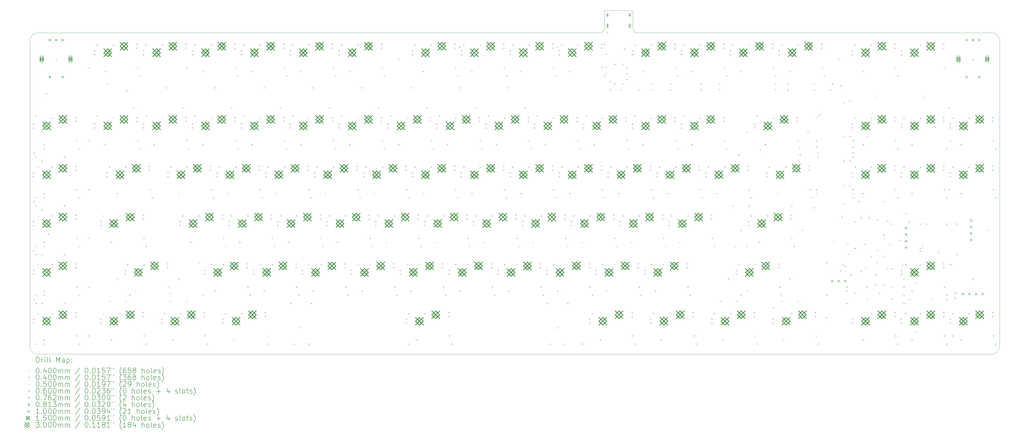
<source format=gbr>
%FSLAX45Y45*%
G04 Gerber Fmt 4.5, Leading zero omitted, Abs format (unit mm)*
G04 Created by KiCad (PCBNEW (6.0.0)) date 2022-03-04 20:35:26*
%MOMM*%
%LPD*%
G01*
G04 APERTURE LIST*
%TA.AperFunction,Profile*%
%ADD10C,0.100000*%
%TD*%
%ADD11C,0.200000*%
%ADD12C,0.040000*%
%ADD13C,0.050000*%
%ADD14C,0.060000*%
%ADD15C,0.076200*%
%ADD16C,0.081280*%
%ADD17C,0.100000*%
%ADD18C,0.150000*%
%ADD19C,0.300000*%
G04 APERTURE END LIST*
D10*
X39764370Y-9048180D02*
X39764370Y-20953680D01*
X1984250Y-20953680D02*
X1984250Y-9048180D01*
X2301730Y-8730700D02*
X24207850Y-8730700D01*
X25636510Y-8730700D02*
X39446890Y-8730700D01*
X2301730Y-21271160D02*
X39446890Y-21271160D01*
X25477770Y-8571960D02*
G75*
G03*
X25636510Y-8730700I158740J0D01*
G01*
X39764370Y-9048180D02*
G75*
G03*
X39446890Y-8730700I-317480J0D01*
G01*
X2301730Y-8730700D02*
G75*
G03*
X1984250Y-9048180I0J-317480D01*
G01*
X39446890Y-21271160D02*
G75*
G03*
X39764370Y-20953680I0J317480D01*
G01*
X1984250Y-20953680D02*
G75*
G03*
X2301730Y-21271160I317480J0D01*
G01*
X24366590Y-7857630D02*
X24366590Y-8571960D01*
X25477770Y-7857630D02*
X25477770Y-8571960D01*
X24207850Y-8730700D02*
G75*
G03*
X24366590Y-8571960I0J158740D01*
G01*
X25477770Y-7857630D02*
X24366590Y-7857630D01*
D11*
D12*
X2122990Y-13393530D02*
X2162990Y-13433530D01*
X2162990Y-13393530D02*
X2122990Y-13433530D01*
X2122990Y-15298410D02*
X2162990Y-15338410D01*
X2162990Y-15298410D02*
X2122990Y-15338410D01*
X2122990Y-17203290D02*
X2162990Y-17243290D01*
X2162990Y-17203290D02*
X2122990Y-17243290D01*
X2122990Y-19108170D02*
X2162990Y-19148170D01*
X2162990Y-19108170D02*
X2122990Y-19148170D01*
X2202360Y-13552270D02*
X2242360Y-13592270D01*
X2242360Y-13552270D02*
X2202360Y-13592270D01*
X2202360Y-15139670D02*
X2242360Y-15179670D01*
X2242360Y-15139670D02*
X2202360Y-15179670D01*
X2202360Y-15457150D02*
X2242360Y-15497150D01*
X2242360Y-15457150D02*
X2202360Y-15497150D01*
X2202360Y-17044550D02*
X2242360Y-17084550D01*
X2242360Y-17044550D02*
X2202360Y-17084550D01*
X2202360Y-17362030D02*
X2242360Y-17402030D01*
X2242360Y-17362030D02*
X2202360Y-17402030D01*
X2202360Y-18949430D02*
X2242360Y-18989430D01*
X2242360Y-18949430D02*
X2202360Y-18989430D01*
X2202360Y-19266910D02*
X2242360Y-19306910D01*
X2242360Y-19266910D02*
X2202360Y-19306910D01*
X2202360Y-20854310D02*
X2242360Y-20894310D01*
X2242360Y-20854310D02*
X2202360Y-20894310D01*
X2281730Y-13949119D02*
X2321730Y-13989119D01*
X2321730Y-13949119D02*
X2281730Y-13989119D01*
X2281730Y-15853999D02*
X2321730Y-15893999D01*
X2321730Y-15853999D02*
X2281730Y-15893999D01*
X2281730Y-17758879D02*
X2321730Y-17798879D01*
X2321730Y-17758879D02*
X2281730Y-17798879D01*
X2281730Y-19663759D02*
X2321730Y-19703759D01*
X2321730Y-19663759D02*
X2281730Y-19703759D01*
X2440470Y-13711010D02*
X2480470Y-13751010D01*
X2480470Y-13711010D02*
X2440470Y-13751010D01*
X2440470Y-15615890D02*
X2480470Y-15655890D01*
X2480470Y-15615890D02*
X2440470Y-15655890D01*
X2440470Y-17362030D02*
X2480470Y-17402030D01*
X2480470Y-17362030D02*
X2440470Y-17402030D01*
X2440470Y-19266910D02*
X2480470Y-19306910D01*
X2480470Y-19266910D02*
X2440470Y-19306910D01*
X2519840Y-13076049D02*
X2559840Y-13116049D01*
X2559840Y-13076049D02*
X2519840Y-13116049D01*
X2519840Y-13234789D02*
X2559840Y-13274789D01*
X2559840Y-13234789D02*
X2519840Y-13274789D01*
X2519840Y-14980929D02*
X2559840Y-15020929D01*
X2559840Y-14980929D02*
X2519840Y-15020929D01*
X2519840Y-15139669D02*
X2559840Y-15179669D01*
X2559840Y-15139669D02*
X2519840Y-15179669D01*
X2519840Y-16885809D02*
X2559840Y-16925809D01*
X2559840Y-16885809D02*
X2519840Y-16925809D01*
X2519840Y-17044550D02*
X2559840Y-17084550D01*
X2559840Y-17044550D02*
X2519840Y-17084550D01*
X2519840Y-18790689D02*
X2559840Y-18830689D01*
X2559840Y-18790689D02*
X2519840Y-18830689D01*
X2519840Y-18949430D02*
X2559840Y-18989430D01*
X2559840Y-18949430D02*
X2519840Y-18989430D01*
X2519840Y-20695569D02*
X2559840Y-20735569D01*
X2559840Y-20695569D02*
X2519840Y-20735569D01*
X2519840Y-20854310D02*
X2559840Y-20894310D01*
X2559840Y-20854310D02*
X2519840Y-20894310D01*
X2599210Y-11091799D02*
X2639210Y-11131799D01*
X2639210Y-11091799D02*
X2599210Y-11131799D01*
X2678580Y-16568330D02*
X2718580Y-16608330D01*
X2718580Y-16568330D02*
X2678580Y-16608330D01*
X2837320Y-12044240D02*
X2877320Y-12084240D01*
X2877320Y-12044240D02*
X2837320Y-12084240D01*
X2837320Y-13949120D02*
X2877320Y-13989120D01*
X2877320Y-13949120D02*
X2837320Y-13989120D01*
X2837320Y-15854000D02*
X2877320Y-15894000D01*
X2877320Y-15854000D02*
X2837320Y-15894000D01*
X2837320Y-17758880D02*
X2877320Y-17798880D01*
X2877320Y-17758880D02*
X2837320Y-17798880D01*
X2837320Y-19663760D02*
X2877320Y-19703760D01*
X2877320Y-19663760D02*
X2837320Y-19703760D01*
X2996060Y-9742510D02*
X3036060Y-9782510D01*
X3036060Y-9742510D02*
X2996060Y-9782510D01*
X3313540Y-13552269D02*
X3353540Y-13592269D01*
X3353540Y-13552269D02*
X3313540Y-13592269D01*
X3313540Y-15457150D02*
X3353540Y-15497150D01*
X3353540Y-15457150D02*
X3313540Y-15497150D01*
X3313540Y-17362030D02*
X3353540Y-17402030D01*
X3353540Y-17362030D02*
X3313540Y-17402030D01*
X3313540Y-19266910D02*
X3353540Y-19306910D01*
X3353540Y-19266910D02*
X3313540Y-19306910D01*
X3789760Y-12917310D02*
X3829760Y-12957310D01*
X3829760Y-12917310D02*
X3789760Y-12957310D01*
X3789760Y-14822190D02*
X3829760Y-14862190D01*
X3829760Y-14822190D02*
X3789760Y-14862190D01*
X3789760Y-16727070D02*
X3829760Y-16767070D01*
X3829760Y-16727070D02*
X3789760Y-16767070D01*
X3789760Y-18631950D02*
X3829760Y-18671950D01*
X3829760Y-18631950D02*
X3789760Y-18671950D01*
X3789760Y-20536830D02*
X3829760Y-20576830D01*
X3829760Y-20536830D02*
X3789760Y-20576830D01*
X3869130Y-13234789D02*
X3909130Y-13274789D01*
X3909130Y-13234789D02*
X3869130Y-13274789D01*
X3869130Y-15139669D02*
X3909130Y-15179669D01*
X3909130Y-15139669D02*
X3869130Y-15179669D01*
X3869130Y-17044549D02*
X3909130Y-17084549D01*
X3909130Y-17044549D02*
X3869130Y-17084549D01*
X3869130Y-18949429D02*
X3909130Y-18989429D01*
X3909130Y-18949429D02*
X3869130Y-18989429D01*
X3869130Y-20854309D02*
X3909130Y-20894309D01*
X3909130Y-20854309D02*
X3869130Y-20894309D01*
X4583460Y-9186920D02*
X4623460Y-9226920D01*
X4623460Y-9186920D02*
X4583460Y-9226920D01*
X4821570Y-15854000D02*
X4861570Y-15894000D01*
X4861570Y-15854000D02*
X4821570Y-15894000D01*
X4821570Y-19663760D02*
X4861570Y-19703760D01*
X4861570Y-19663760D02*
X4821570Y-19703760D01*
X4900940Y-10218729D02*
X4940940Y-10258729D01*
X4940940Y-10218729D02*
X4900940Y-10258729D01*
X4900940Y-13076049D02*
X4940940Y-13116049D01*
X4940940Y-13076049D02*
X4900940Y-13116049D01*
X4980310Y-10694950D02*
X5020310Y-10734950D01*
X5020310Y-10694950D02*
X4980310Y-10734950D01*
X5059680Y-13949120D02*
X5099680Y-13989120D01*
X5099680Y-13949120D02*
X5059680Y-13989120D01*
X5059680Y-19187540D02*
X5099680Y-19227540D01*
X5099680Y-19187540D02*
X5059680Y-19227540D01*
X5139050Y-16885809D02*
X5179050Y-16925809D01*
X5179050Y-16885809D02*
X5139050Y-16925809D01*
X5139050Y-20695569D02*
X5179050Y-20735569D01*
X5179050Y-20695569D02*
X5139050Y-20735569D01*
X5218420Y-9186920D02*
X5258420Y-9226920D01*
X5258420Y-9186920D02*
X5218420Y-9226920D01*
X5218420Y-12044240D02*
X5258420Y-12084240D01*
X5258420Y-12044240D02*
X5218420Y-12084240D01*
X5377160Y-14980929D02*
X5417160Y-15020929D01*
X5417160Y-14980929D02*
X5377160Y-15020929D01*
X5377160Y-18314470D02*
X5417160Y-18354470D01*
X5417160Y-18314470D02*
X5377160Y-18354470D01*
X5456530Y-15854000D02*
X5496530Y-15894000D01*
X5496530Y-15854000D02*
X5456530Y-15894000D01*
X5456530Y-19663760D02*
X5496530Y-19703760D01*
X5496530Y-19663760D02*
X5456530Y-19703760D01*
X5694640Y-13949120D02*
X5734640Y-13989120D01*
X5734640Y-13949120D02*
X5694640Y-13989120D01*
X5694640Y-19187540D02*
X5734640Y-19227540D01*
X5734640Y-19187540D02*
X5694640Y-19227540D01*
X5734325Y-10972744D02*
X5774325Y-11012744D01*
X5774325Y-10972744D02*
X5734325Y-11012744D01*
X5774010Y-17758880D02*
X5814010Y-17798880D01*
X5814010Y-17758880D02*
X5774010Y-17798880D01*
X5853380Y-18949430D02*
X5893380Y-18989430D01*
X5893380Y-18949430D02*
X5853380Y-18989430D01*
X6012120Y-11647390D02*
X6052120Y-11687390D01*
X6052120Y-11647390D02*
X6012120Y-11687390D01*
X6091490Y-18790689D02*
X6131490Y-18830689D01*
X6131490Y-18790689D02*
X6091490Y-18830689D01*
X6170860Y-10059990D02*
X6210860Y-10099990D01*
X6210860Y-10059990D02*
X6170860Y-10099990D01*
X6170860Y-12917310D02*
X6210860Y-12957310D01*
X6210860Y-12917310D02*
X6170860Y-12957310D01*
X6250230Y-10377469D02*
X6290230Y-10417469D01*
X6290230Y-10377469D02*
X6250230Y-10417469D01*
X6250230Y-13234789D02*
X6290230Y-13274789D01*
X6290230Y-13234789D02*
X6250230Y-13274789D01*
X6408970Y-16727070D02*
X6448970Y-16767070D01*
X6448970Y-16727070D02*
X6408970Y-16767070D01*
X6408970Y-17758880D02*
X6448970Y-17798880D01*
X6448970Y-17758880D02*
X6408970Y-17798880D01*
X6408970Y-20536830D02*
X6448970Y-20576830D01*
X6448970Y-20536830D02*
X6408970Y-20576830D01*
X6488340Y-9186920D02*
X6528340Y-9226920D01*
X6528340Y-9186920D02*
X6488340Y-9226920D01*
X6488340Y-17044549D02*
X6528340Y-17084549D01*
X6528340Y-17044549D02*
X6488340Y-17084549D01*
X6488340Y-20854309D02*
X6528340Y-20894309D01*
X6528340Y-20854309D02*
X6488340Y-20894309D01*
X6647080Y-14822190D02*
X6687080Y-14862190D01*
X6687080Y-14822190D02*
X6647080Y-14862190D01*
X6726450Y-15139669D02*
X6766450Y-15179669D01*
X6766450Y-15139669D02*
X6726450Y-15179669D01*
X6805820Y-13076049D02*
X6845820Y-13116049D01*
X6845820Y-13076049D02*
X6805820Y-13116049D01*
X7123300Y-9186920D02*
X7163300Y-9226920D01*
X7163300Y-9186920D02*
X7123300Y-9226920D01*
X7123300Y-12044240D02*
X7163300Y-12084240D01*
X7163300Y-12044240D02*
X7123300Y-12084240D01*
X7202670Y-19663760D02*
X7242670Y-19703760D01*
X7242670Y-19663760D02*
X7202670Y-19703760D01*
X7282040Y-10853690D02*
X7322040Y-10893690D01*
X7322040Y-10853690D02*
X7282040Y-10893690D01*
X7361410Y-18631950D02*
X7401410Y-18671950D01*
X7401410Y-18631950D02*
X7361410Y-18671950D01*
X7440780Y-13949120D02*
X7480780Y-13989120D01*
X7480780Y-13949120D02*
X7440780Y-13989120D01*
X7440780Y-18872510D02*
X7480780Y-18912510D01*
X7480780Y-18872510D02*
X7440780Y-18912510D01*
X7440780Y-19187540D02*
X7480780Y-19227540D01*
X7480780Y-19187540D02*
X7440780Y-19227540D01*
X7520150Y-20695569D02*
X7560150Y-20735569D01*
X7560150Y-20695569D02*
X7520150Y-20735569D01*
X7758260Y-14980929D02*
X7798260Y-15020929D01*
X7798260Y-14980929D02*
X7758260Y-15020929D01*
X7758260Y-18314470D02*
X7798260Y-18354470D01*
X7798260Y-18314470D02*
X7758260Y-18354470D01*
X7837630Y-19663760D02*
X7877630Y-19703760D01*
X7877630Y-19663760D02*
X7837630Y-19703760D01*
X7917000Y-11647390D02*
X7957000Y-11687390D01*
X7957000Y-11647390D02*
X7917000Y-11687390D01*
X7917000Y-15854000D02*
X7957000Y-15894000D01*
X7957000Y-15854000D02*
X7917000Y-15894000D01*
X8075740Y-10059990D02*
X8115740Y-10099990D01*
X8115740Y-10059990D02*
X8075740Y-10099990D01*
X8075740Y-12917310D02*
X8115740Y-12957310D01*
X8115740Y-12917310D02*
X8075740Y-12957310D01*
X8075740Y-13949120D02*
X8115740Y-13989120D01*
X8115740Y-13949120D02*
X8075740Y-13989120D01*
X8075740Y-19187540D02*
X8115740Y-19227540D01*
X8115740Y-19187540D02*
X8075740Y-19227540D01*
X8155110Y-13234789D02*
X8195110Y-13274789D01*
X8195110Y-13234789D02*
X8155110Y-13274789D01*
X8234480Y-16885809D02*
X8274480Y-16925809D01*
X8274480Y-16885809D02*
X8234480Y-16925809D01*
X8393220Y-9186920D02*
X8433220Y-9226920D01*
X8433220Y-9186920D02*
X8393220Y-9226920D01*
X8551960Y-15854000D02*
X8591960Y-15894000D01*
X8591960Y-15854000D02*
X8551960Y-15894000D01*
X8551960Y-17679510D02*
X8591960Y-17719510D01*
X8591960Y-17679510D02*
X8551960Y-17719510D01*
X8710700Y-10218729D02*
X8750700Y-10258729D01*
X8750700Y-10218729D02*
X8710700Y-10258729D01*
X8710700Y-13076049D02*
X8750700Y-13116049D01*
X8750700Y-13076049D02*
X8710700Y-13116049D01*
X8710700Y-18949430D02*
X8750700Y-18989430D01*
X8750700Y-18949430D02*
X8710700Y-18989430D01*
X8790070Y-20536830D02*
X8830070Y-20576830D01*
X8830070Y-20536830D02*
X8790070Y-20576830D01*
X8869440Y-20854309D02*
X8909440Y-20894309D01*
X8909440Y-20854309D02*
X8869440Y-20894309D01*
X9028180Y-9186920D02*
X9068180Y-9226920D01*
X9068180Y-9186920D02*
X9028180Y-9226920D01*
X9028180Y-12044240D02*
X9068180Y-12084240D01*
X9068180Y-12044240D02*
X9028180Y-12084240D01*
X9028180Y-14822190D02*
X9068180Y-14862190D01*
X9068180Y-14822190D02*
X9028180Y-14862190D01*
X9028180Y-17758880D02*
X9068180Y-17798880D01*
X9068180Y-17758880D02*
X9028180Y-17798880D01*
X9107550Y-15139669D02*
X9147550Y-15179669D01*
X9147550Y-15139669D02*
X9107550Y-15179669D01*
X9186920Y-10853690D02*
X9226920Y-10893690D01*
X9226920Y-10853690D02*
X9186920Y-10893690D01*
X9186920Y-18790689D02*
X9226920Y-18830689D01*
X9226920Y-18790689D02*
X9186920Y-18830689D01*
X9345660Y-13949120D02*
X9385660Y-13989120D01*
X9385660Y-13949120D02*
X9345660Y-13989120D01*
X9504400Y-16727070D02*
X9544400Y-16767070D01*
X9544400Y-16727070D02*
X9504400Y-16767070D01*
X9504400Y-17758880D02*
X9544400Y-17798880D01*
X9544400Y-17758880D02*
X9504400Y-17798880D01*
X9583770Y-17044549D02*
X9623770Y-17084549D01*
X9623770Y-17044549D02*
X9583770Y-17084549D01*
X9583770Y-19663760D02*
X9623770Y-19703760D01*
X9623770Y-19663760D02*
X9583770Y-19703760D01*
X9663140Y-14980929D02*
X9703140Y-15020929D01*
X9703140Y-14980929D02*
X9663140Y-15020929D01*
X9821880Y-11647390D02*
X9861880Y-11687390D01*
X9861880Y-11647390D02*
X9821880Y-11687390D01*
X9821880Y-15854000D02*
X9861880Y-15894000D01*
X9861880Y-15854000D02*
X9821880Y-15894000D01*
X9901250Y-20695569D02*
X9941250Y-20735569D01*
X9941250Y-20695569D02*
X9901250Y-20735569D01*
X9980620Y-10059990D02*
X10020620Y-10099990D01*
X10020620Y-10059990D02*
X9980620Y-10099990D01*
X9980620Y-12917310D02*
X10020620Y-12957310D01*
X10020620Y-12917310D02*
X9980620Y-12957310D01*
X9980620Y-13949120D02*
X10020620Y-13989120D01*
X10020620Y-13949120D02*
X9980620Y-13989120D01*
X10059990Y-10377469D02*
X10099990Y-10417469D01*
X10099990Y-10377469D02*
X10059990Y-10417469D01*
X10059990Y-13234789D02*
X10099990Y-13274789D01*
X10099990Y-13234789D02*
X10059990Y-13274789D01*
X10139360Y-16885809D02*
X10179360Y-16925809D01*
X10179360Y-16885809D02*
X10139360Y-16925809D01*
X10218730Y-19663760D02*
X10258730Y-19703760D01*
X10258730Y-19663760D02*
X10218730Y-19703760D01*
X10298100Y-9186920D02*
X10338100Y-9226920D01*
X10338100Y-9186920D02*
X10298100Y-9226920D01*
X10456840Y-15854000D02*
X10496840Y-15894000D01*
X10496840Y-15854000D02*
X10456840Y-15894000D01*
X10456840Y-18631950D02*
X10496840Y-18671950D01*
X10496840Y-18631950D02*
X10456840Y-18671950D01*
X10536210Y-18949429D02*
X10576210Y-18989429D01*
X10576210Y-18949429D02*
X10536210Y-18989429D01*
X10615580Y-10218729D02*
X10655580Y-10258729D01*
X10655580Y-10218729D02*
X10615580Y-10258729D01*
X10615580Y-13076049D02*
X10655580Y-13116049D01*
X10655580Y-13076049D02*
X10615580Y-13116049D01*
X10933060Y-9186920D02*
X10973060Y-9226920D01*
X10973060Y-9186920D02*
X10933060Y-9226920D01*
X10933060Y-12044240D02*
X10973060Y-12084240D01*
X10973060Y-12044240D02*
X10933060Y-12084240D01*
X10933060Y-14822190D02*
X10973060Y-14862190D01*
X10973060Y-14822190D02*
X10933060Y-14862190D01*
X10933060Y-17758880D02*
X10973060Y-17798880D01*
X10973060Y-17758880D02*
X10933060Y-17798880D01*
X11012430Y-15139669D02*
X11052430Y-15179669D01*
X11052430Y-15139669D02*
X11012430Y-15179669D01*
X11091800Y-10853690D02*
X11131800Y-10893690D01*
X11131800Y-10853690D02*
X11091800Y-10893690D01*
X11091800Y-18790689D02*
X11131800Y-18830689D01*
X11131800Y-18790689D02*
X11091800Y-18830689D01*
X11171170Y-20536830D02*
X11211170Y-20576830D01*
X11211170Y-20536830D02*
X11171170Y-20576830D01*
X11250540Y-13949120D02*
X11290540Y-13989120D01*
X11290540Y-13949120D02*
X11250540Y-13989120D01*
X11250540Y-20854309D02*
X11290540Y-20894309D01*
X11290540Y-20854309D02*
X11250540Y-20894309D01*
X11409280Y-16727070D02*
X11449280Y-16767070D01*
X11449280Y-16727070D02*
X11409280Y-16767070D01*
X11409280Y-17758880D02*
X11449280Y-17798880D01*
X11449280Y-17758880D02*
X11409280Y-17798880D01*
X11488650Y-17044549D02*
X11528650Y-17084549D01*
X11528650Y-17044549D02*
X11488650Y-17084549D01*
X11568020Y-14980929D02*
X11608020Y-15020929D01*
X11608020Y-14980929D02*
X11568020Y-15020929D01*
X11726760Y-11647390D02*
X11766760Y-11687390D01*
X11766760Y-11647390D02*
X11726760Y-11687390D01*
X11726760Y-15854000D02*
X11766760Y-15894000D01*
X11766760Y-15854000D02*
X11726760Y-15894000D01*
X11885500Y-10059990D02*
X11925500Y-10099990D01*
X11925500Y-10059990D02*
X11885500Y-10099990D01*
X11885500Y-12917310D02*
X11925500Y-12957310D01*
X11925500Y-12917310D02*
X11885500Y-12957310D01*
X11885500Y-13949120D02*
X11925500Y-13989120D01*
X11925500Y-13949120D02*
X11885500Y-13989120D01*
X11964870Y-10377469D02*
X12004870Y-10417469D01*
X12004870Y-10377469D02*
X11964870Y-10417469D01*
X11964870Y-13234789D02*
X12004870Y-13274789D01*
X12004870Y-13234789D02*
X11964870Y-13274789D01*
X12044240Y-16885809D02*
X12084240Y-16925809D01*
X12084240Y-16885809D02*
X12044240Y-16925809D01*
X12123610Y-19266910D02*
X12163610Y-19306910D01*
X12163610Y-19266910D02*
X12123610Y-19306910D01*
X12202980Y-9186920D02*
X12242980Y-9226920D01*
X12242980Y-9186920D02*
X12202980Y-9226920D01*
X12242665Y-20854310D02*
X12282665Y-20894310D01*
X12282665Y-20854310D02*
X12242665Y-20894310D01*
X12361720Y-15854000D02*
X12401720Y-15894000D01*
X12401720Y-15854000D02*
X12361720Y-15894000D01*
X12361720Y-18631950D02*
X12401720Y-18671950D01*
X12401720Y-18631950D02*
X12361720Y-18671950D01*
X12441090Y-18949429D02*
X12481090Y-18989429D01*
X12481090Y-18949429D02*
X12441090Y-18989429D01*
X12520460Y-10218729D02*
X12560460Y-10258729D01*
X12560460Y-10218729D02*
X12520460Y-10258729D01*
X12520460Y-13076049D02*
X12560460Y-13116049D01*
X12560460Y-13076049D02*
X12520460Y-13116049D01*
X12520460Y-20219350D02*
X12560460Y-20259350D01*
X12560460Y-20219350D02*
X12520460Y-20259350D01*
X12837940Y-9186920D02*
X12877940Y-9226920D01*
X12877940Y-9186920D02*
X12837940Y-9226920D01*
X12837940Y-12044240D02*
X12877940Y-12084240D01*
X12877940Y-12044240D02*
X12837940Y-12084240D01*
X12837940Y-14822190D02*
X12877940Y-14862190D01*
X12877940Y-14822190D02*
X12837940Y-14862190D01*
X12837940Y-17758880D02*
X12877940Y-17798880D01*
X12877940Y-17758880D02*
X12837940Y-17798880D01*
X12837940Y-20854310D02*
X12877940Y-20894310D01*
X12877940Y-20854310D02*
X12837940Y-20894310D01*
X12917310Y-15139669D02*
X12957310Y-15179669D01*
X12957310Y-15139669D02*
X12917310Y-15179669D01*
X12917310Y-19266910D02*
X12957310Y-19306910D01*
X12957310Y-19266910D02*
X12917310Y-19306910D01*
X12996680Y-10853690D02*
X13036680Y-10893690D01*
X13036680Y-10853690D02*
X12996680Y-10893690D01*
X12996680Y-18790689D02*
X13036680Y-18830689D01*
X13036680Y-18790689D02*
X12996680Y-18830689D01*
X13155420Y-13949120D02*
X13195420Y-13989120D01*
X13195420Y-13949120D02*
X13155420Y-13989120D01*
X13314160Y-16727070D02*
X13354160Y-16767070D01*
X13354160Y-16727070D02*
X13314160Y-16767070D01*
X13314160Y-17758880D02*
X13354160Y-17798880D01*
X13354160Y-17758880D02*
X13314160Y-17798880D01*
X13393530Y-17044549D02*
X13433530Y-17084549D01*
X13433530Y-17044549D02*
X13393530Y-17084549D01*
X13472900Y-14980929D02*
X13512900Y-15020929D01*
X13512900Y-14980929D02*
X13472900Y-15020929D01*
X13631640Y-11647390D02*
X13671640Y-11687390D01*
X13671640Y-11647390D02*
X13631640Y-11687390D01*
X13631640Y-15854000D02*
X13671640Y-15894000D01*
X13671640Y-15854000D02*
X13631640Y-15894000D01*
X13790380Y-10059990D02*
X13830380Y-10099990D01*
X13830380Y-10059990D02*
X13790380Y-10099990D01*
X13790380Y-12917310D02*
X13830380Y-12957310D01*
X13830380Y-12917310D02*
X13790380Y-12957310D01*
X13790380Y-13949120D02*
X13830380Y-13989120D01*
X13830380Y-13949120D02*
X13790380Y-13989120D01*
X13869750Y-10377469D02*
X13909750Y-10417469D01*
X13909750Y-10377469D02*
X13869750Y-10417469D01*
X13869750Y-13234789D02*
X13909750Y-13274789D01*
X13909750Y-13234789D02*
X13869750Y-13274789D01*
X13949120Y-16885809D02*
X13989120Y-16925809D01*
X13989120Y-16885809D02*
X13949120Y-16925809D01*
X14107860Y-9186920D02*
X14147860Y-9226920D01*
X14147860Y-9186920D02*
X14107860Y-9226920D01*
X14266600Y-15854000D02*
X14306600Y-15894000D01*
X14306600Y-15854000D02*
X14266600Y-15894000D01*
X14266600Y-18631950D02*
X14306600Y-18671950D01*
X14306600Y-18631950D02*
X14266600Y-18671950D01*
X14345970Y-18949429D02*
X14385970Y-18989429D01*
X14385970Y-18949429D02*
X14345970Y-18989429D01*
X14425340Y-10218729D02*
X14465340Y-10258729D01*
X14465340Y-10218729D02*
X14425340Y-10258729D01*
X14425340Y-13076049D02*
X14465340Y-13116049D01*
X14465340Y-13076049D02*
X14425340Y-13116049D01*
X14742820Y-9186920D02*
X14782820Y-9226920D01*
X14782820Y-9186920D02*
X14742820Y-9226920D01*
X14742820Y-12044240D02*
X14782820Y-12084240D01*
X14782820Y-12044240D02*
X14742820Y-12084240D01*
X14742820Y-14822190D02*
X14782820Y-14862190D01*
X14782820Y-14822190D02*
X14742820Y-14862190D01*
X14742820Y-17758880D02*
X14782820Y-17798880D01*
X14782820Y-17758880D02*
X14742820Y-17798880D01*
X14822190Y-15139669D02*
X14862190Y-15179669D01*
X14862190Y-15139669D02*
X14822190Y-15179669D01*
X14901560Y-10853690D02*
X14941560Y-10893690D01*
X14941560Y-10853690D02*
X14901560Y-10893690D01*
X14901560Y-18790689D02*
X14941560Y-18830689D01*
X14941560Y-18790689D02*
X14901560Y-18830689D01*
X15060300Y-13949120D02*
X15100300Y-13989120D01*
X15100300Y-13949120D02*
X15060300Y-13989120D01*
X15219040Y-16727070D02*
X15259040Y-16767070D01*
X15259040Y-16727070D02*
X15219040Y-16767070D01*
X15219040Y-17758880D02*
X15259040Y-17798880D01*
X15259040Y-17758880D02*
X15219040Y-17798880D01*
X15298410Y-17044549D02*
X15338410Y-17084549D01*
X15338410Y-17044549D02*
X15298410Y-17084549D01*
X15377780Y-14980929D02*
X15417780Y-15020929D01*
X15417780Y-14980929D02*
X15377780Y-15020929D01*
X15536520Y-11647390D02*
X15576520Y-11687390D01*
X15576520Y-11647390D02*
X15536520Y-11687390D01*
X15536520Y-15854000D02*
X15576520Y-15894000D01*
X15576520Y-15854000D02*
X15536520Y-15894000D01*
X15695260Y-10059990D02*
X15735260Y-10099990D01*
X15735260Y-10059990D02*
X15695260Y-10099990D01*
X15695260Y-12917310D02*
X15735260Y-12957310D01*
X15735260Y-12917310D02*
X15695260Y-12957310D01*
X15695260Y-13949120D02*
X15735260Y-13989120D01*
X15735260Y-13949120D02*
X15695260Y-13989120D01*
X15774630Y-10377469D02*
X15814630Y-10417469D01*
X15814630Y-10377469D02*
X15774630Y-10417469D01*
X15774630Y-13234789D02*
X15814630Y-13274789D01*
X15814630Y-13234789D02*
X15774630Y-13274789D01*
X15854000Y-16885809D02*
X15894000Y-16925809D01*
X15894000Y-16885809D02*
X15854000Y-16925809D01*
X16171480Y-15854000D02*
X16211480Y-15894000D01*
X16211480Y-15854000D02*
X16171480Y-15894000D01*
X16171480Y-18631950D02*
X16211480Y-18671950D01*
X16211480Y-18631950D02*
X16171480Y-18671950D01*
X16250850Y-18949430D02*
X16290850Y-18989430D01*
X16290850Y-18949430D02*
X16250850Y-18989430D01*
X16330220Y-9742510D02*
X16370220Y-9782510D01*
X16370220Y-9742510D02*
X16330220Y-9782510D01*
X16330220Y-13076049D02*
X16370220Y-13116049D01*
X16370220Y-13076049D02*
X16330220Y-13116049D01*
X16647700Y-12044240D02*
X16687700Y-12084240D01*
X16687700Y-12044240D02*
X16647700Y-12084240D01*
X16647700Y-14822190D02*
X16687700Y-14862190D01*
X16687700Y-14822190D02*
X16647700Y-14862190D01*
X16647700Y-17758880D02*
X16687700Y-17798880D01*
X16687700Y-17758880D02*
X16647700Y-17798880D01*
X16727070Y-15139669D02*
X16767070Y-15179669D01*
X16767070Y-15139669D02*
X16727070Y-15179669D01*
X16727070Y-19663760D02*
X16767070Y-19703760D01*
X16767070Y-19663760D02*
X16727070Y-19703760D01*
X16727070Y-20854310D02*
X16767070Y-20894310D01*
X16767070Y-20854310D02*
X16727070Y-20894310D01*
X16806440Y-10853690D02*
X16846440Y-10893690D01*
X16846440Y-10853690D02*
X16806440Y-10893690D01*
X16806440Y-18790689D02*
X16846440Y-18830689D01*
X16846440Y-18790689D02*
X16806440Y-18830689D01*
X16965180Y-9186920D02*
X17005180Y-9226920D01*
X17005180Y-9186920D02*
X16965180Y-9226920D01*
X16965180Y-13949120D02*
X17005180Y-13989120D01*
X17005180Y-13949120D02*
X16965180Y-13989120D01*
X17044550Y-20695569D02*
X17084550Y-20735569D01*
X17084550Y-20695569D02*
X17044550Y-20735569D01*
X17123920Y-16727070D02*
X17163920Y-16767070D01*
X17163920Y-16727070D02*
X17123920Y-16767070D01*
X17123920Y-17758880D02*
X17163920Y-17798880D01*
X17163920Y-17758880D02*
X17123920Y-17798880D01*
X17203290Y-17044549D02*
X17243290Y-17084549D01*
X17243290Y-17044549D02*
X17203290Y-17084549D01*
X17282660Y-10218729D02*
X17322660Y-10258729D01*
X17322660Y-10218729D02*
X17282660Y-10258729D01*
X17282660Y-14980929D02*
X17322660Y-15020929D01*
X17322660Y-14980929D02*
X17282660Y-15020929D01*
X17362030Y-19663760D02*
X17402030Y-19703760D01*
X17402030Y-19663760D02*
X17362030Y-19703760D01*
X17441400Y-11647390D02*
X17481400Y-11687390D01*
X17481400Y-11647390D02*
X17441400Y-11687390D01*
X17441400Y-15854000D02*
X17481400Y-15894000D01*
X17481400Y-15854000D02*
X17441400Y-15894000D01*
X17600140Y-9186920D02*
X17640140Y-9226920D01*
X17640140Y-9186920D02*
X17600140Y-9226920D01*
X17600140Y-12917310D02*
X17640140Y-12957310D01*
X17640140Y-12917310D02*
X17600140Y-12957310D01*
X17600140Y-13949120D02*
X17640140Y-13989120D01*
X17640140Y-13949120D02*
X17600140Y-13989120D01*
X17679510Y-13234789D02*
X17719510Y-13274789D01*
X17719510Y-13234789D02*
X17679510Y-13274789D01*
X17758880Y-16885809D02*
X17798880Y-16925809D01*
X17798880Y-16885809D02*
X17758880Y-16925809D01*
X18076360Y-15854000D02*
X18116360Y-15894000D01*
X18116360Y-15854000D02*
X18076360Y-15894000D01*
X18076360Y-18631950D02*
X18116360Y-18671950D01*
X18116360Y-18631950D02*
X18076360Y-18671950D01*
X18155730Y-18949429D02*
X18195730Y-18989429D01*
X18195730Y-18949429D02*
X18155730Y-18989429D01*
X18235100Y-13076049D02*
X18275100Y-13116049D01*
X18275100Y-13076049D02*
X18235100Y-13116049D01*
X18314470Y-20536830D02*
X18354470Y-20576830D01*
X18354470Y-20536830D02*
X18314470Y-20576830D01*
X18393840Y-20854309D02*
X18433840Y-20894309D01*
X18433840Y-20854309D02*
X18393840Y-20894309D01*
X18552580Y-10059990D02*
X18592580Y-10099990D01*
X18592580Y-10059990D02*
X18552580Y-10099990D01*
X18552580Y-12044240D02*
X18592580Y-12084240D01*
X18592580Y-12044240D02*
X18552580Y-12084240D01*
X18552580Y-14822190D02*
X18592580Y-14862190D01*
X18592580Y-14822190D02*
X18552580Y-14862190D01*
X18552580Y-17758880D02*
X18592580Y-17798880D01*
X18592580Y-17758880D02*
X18552580Y-17798880D01*
X18631950Y-10377469D02*
X18671950Y-10417469D01*
X18671950Y-10377469D02*
X18631950Y-10417469D01*
X18631950Y-15139669D02*
X18671950Y-15179669D01*
X18671950Y-15139669D02*
X18631950Y-15179669D01*
X18711320Y-9266290D02*
X18751320Y-9306290D01*
X18751320Y-9266290D02*
X18711320Y-9306290D01*
X18711320Y-10853690D02*
X18751320Y-10893690D01*
X18751320Y-10853690D02*
X18711320Y-10893690D01*
X18711320Y-18790689D02*
X18751320Y-18830689D01*
X18751320Y-18790689D02*
X18711320Y-18830689D01*
X18870060Y-9186920D02*
X18910060Y-9226920D01*
X18910060Y-9186920D02*
X18870060Y-9226920D01*
X18870060Y-13949120D02*
X18910060Y-13989120D01*
X18910060Y-13949120D02*
X18870060Y-13989120D01*
X19028800Y-16727070D02*
X19068800Y-16767070D01*
X19068800Y-16727070D02*
X19028800Y-16767070D01*
X19028800Y-17758880D02*
X19068800Y-17798880D01*
X19068800Y-17758880D02*
X19028800Y-17798880D01*
X19108170Y-17044549D02*
X19148170Y-17084549D01*
X19148170Y-17044549D02*
X19108170Y-17084549D01*
X19187540Y-10218729D02*
X19227540Y-10258729D01*
X19227540Y-10218729D02*
X19187540Y-10258729D01*
X19187540Y-14980929D02*
X19227540Y-15020929D01*
X19227540Y-14980929D02*
X19187540Y-15020929D01*
X19346280Y-11647390D02*
X19386280Y-11687390D01*
X19386280Y-11647390D02*
X19346280Y-11687390D01*
X19346280Y-15854000D02*
X19386280Y-15894000D01*
X19386280Y-15854000D02*
X19346280Y-15894000D01*
X19505020Y-9186920D02*
X19545020Y-9226920D01*
X19545020Y-9186920D02*
X19505020Y-9226920D01*
X19505020Y-12917310D02*
X19545020Y-12957310D01*
X19545020Y-12917310D02*
X19505020Y-12957310D01*
X19505020Y-13949120D02*
X19545020Y-13989120D01*
X19545020Y-13949120D02*
X19505020Y-13989120D01*
X19584390Y-13234789D02*
X19624390Y-13274789D01*
X19624390Y-13234789D02*
X19584390Y-13274789D01*
X19663760Y-16885809D02*
X19703760Y-16925809D01*
X19703760Y-16885809D02*
X19663760Y-16925809D01*
X19981240Y-15854000D02*
X20021240Y-15894000D01*
X20021240Y-15854000D02*
X19981240Y-15894000D01*
X19981240Y-18631950D02*
X20021240Y-18671950D01*
X20021240Y-18631950D02*
X19981240Y-18671950D01*
X20060610Y-18949429D02*
X20100610Y-18989429D01*
X20100610Y-18949429D02*
X20060610Y-18989429D01*
X20139980Y-13076049D02*
X20179980Y-13116049D01*
X20179980Y-13076049D02*
X20139980Y-13116049D01*
X20457460Y-10059990D02*
X20497460Y-10099990D01*
X20497460Y-10059990D02*
X20457460Y-10099990D01*
X20457460Y-12044240D02*
X20497460Y-12084240D01*
X20497460Y-12044240D02*
X20457460Y-12084240D01*
X20457460Y-14822190D02*
X20497460Y-14862190D01*
X20497460Y-14822190D02*
X20457460Y-14862190D01*
X20457460Y-17758880D02*
X20497460Y-17798880D01*
X20497460Y-17758880D02*
X20457460Y-17798880D01*
X20536830Y-10377469D02*
X20576830Y-10417469D01*
X20576830Y-10377469D02*
X20536830Y-10417469D01*
X20536830Y-15139669D02*
X20576830Y-15179669D01*
X20576830Y-15139669D02*
X20536830Y-15179669D01*
X20616200Y-10853690D02*
X20656200Y-10893690D01*
X20656200Y-10853690D02*
X20616200Y-10893690D01*
X20616200Y-18790689D02*
X20656200Y-18830689D01*
X20656200Y-18790689D02*
X20616200Y-18830689D01*
X20774940Y-9186920D02*
X20814940Y-9226920D01*
X20814940Y-9186920D02*
X20774940Y-9226920D01*
X20774940Y-13949120D02*
X20814940Y-13989120D01*
X20814940Y-13949120D02*
X20774940Y-13989120D01*
X20933680Y-16727070D02*
X20973680Y-16767070D01*
X20973680Y-16727070D02*
X20933680Y-16767070D01*
X20933680Y-17758880D02*
X20973680Y-17798880D01*
X20973680Y-17758880D02*
X20933680Y-17798880D01*
X21013050Y-17044549D02*
X21053050Y-17084549D01*
X21053050Y-17044549D02*
X21013050Y-17084549D01*
X21092420Y-10218729D02*
X21132420Y-10258729D01*
X21132420Y-10218729D02*
X21092420Y-10258729D01*
X21092420Y-14980929D02*
X21132420Y-15020929D01*
X21132420Y-14980929D02*
X21092420Y-15020929D01*
X21251160Y-11647390D02*
X21291160Y-11687390D01*
X21291160Y-11647390D02*
X21251160Y-11687390D01*
X21251160Y-15854000D02*
X21291160Y-15894000D01*
X21291160Y-15854000D02*
X21251160Y-15894000D01*
X21409900Y-9186920D02*
X21449900Y-9226920D01*
X21449900Y-9186920D02*
X21409900Y-9226920D01*
X21409900Y-12917310D02*
X21449900Y-12957310D01*
X21449900Y-12917310D02*
X21409900Y-12957310D01*
X21409900Y-13949120D02*
X21449900Y-13989120D01*
X21449900Y-13949120D02*
X21409900Y-13989120D01*
X21489270Y-13234789D02*
X21529270Y-13274789D01*
X21529270Y-13234789D02*
X21489270Y-13274789D01*
X21568640Y-16885809D02*
X21608640Y-16925809D01*
X21608640Y-16885809D02*
X21568640Y-16925809D01*
X21886120Y-15854000D02*
X21926120Y-15894000D01*
X21926120Y-15854000D02*
X21886120Y-15894000D01*
X21886120Y-18631950D02*
X21926120Y-18671950D01*
X21926120Y-18631950D02*
X21886120Y-18671950D01*
X21965490Y-18949429D02*
X22005490Y-18989429D01*
X22005490Y-18949429D02*
X21965490Y-18989429D01*
X22044860Y-13076049D02*
X22084860Y-13116049D01*
X22084860Y-13076049D02*
X22044860Y-13116049D01*
X22124230Y-19266910D02*
X22164230Y-19306910D01*
X22164230Y-19266910D02*
X22124230Y-19306910D01*
X22243285Y-20854310D02*
X22283285Y-20894310D01*
X22283285Y-20854310D02*
X22243285Y-20894310D01*
X22362340Y-10059990D02*
X22402340Y-10099990D01*
X22402340Y-10059990D02*
X22362340Y-10099990D01*
X22362340Y-12044240D02*
X22402340Y-12084240D01*
X22402340Y-12044240D02*
X22362340Y-12084240D01*
X22362340Y-14822190D02*
X22402340Y-14862190D01*
X22402340Y-14822190D02*
X22362340Y-14862190D01*
X22362340Y-17758880D02*
X22402340Y-17798880D01*
X22402340Y-17758880D02*
X22362340Y-17798880D01*
X22441710Y-10377469D02*
X22481710Y-10417469D01*
X22481710Y-10377469D02*
X22441710Y-10417469D01*
X22441710Y-15139669D02*
X22481710Y-15179669D01*
X22481710Y-15139669D02*
X22441710Y-15179669D01*
X22521080Y-9266290D02*
X22561080Y-9306290D01*
X22561080Y-9266290D02*
X22521080Y-9306290D01*
X22521080Y-18790689D02*
X22561080Y-18830689D01*
X22561080Y-18790689D02*
X22521080Y-18830689D01*
X22521080Y-20219350D02*
X22561080Y-20259350D01*
X22561080Y-20219350D02*
X22521080Y-20259350D01*
X22679820Y-9186920D02*
X22719820Y-9226920D01*
X22719820Y-9186920D02*
X22679820Y-9226920D01*
X22679820Y-13949120D02*
X22719820Y-13989120D01*
X22719820Y-13949120D02*
X22679820Y-13989120D01*
X22798875Y-20854310D02*
X22838875Y-20894310D01*
X22838875Y-20854310D02*
X22798875Y-20894310D01*
X22838560Y-16727070D02*
X22878560Y-16767070D01*
X22878560Y-16727070D02*
X22838560Y-16767070D01*
X22838560Y-17758880D02*
X22878560Y-17798880D01*
X22878560Y-17758880D02*
X22838560Y-17798880D01*
X22917930Y-17044549D02*
X22957930Y-17084549D01*
X22957930Y-17044549D02*
X22917930Y-17084549D01*
X22917930Y-19266910D02*
X22957930Y-19306910D01*
X22957930Y-19266910D02*
X22917930Y-19306910D01*
X22997300Y-10218729D02*
X23037300Y-10258729D01*
X23037300Y-10218729D02*
X22997300Y-10258729D01*
X22997300Y-14980929D02*
X23037300Y-15020929D01*
X23037300Y-14980929D02*
X22997300Y-15020929D01*
X23156040Y-15854000D02*
X23196040Y-15894000D01*
X23196040Y-15854000D02*
X23156040Y-15894000D01*
X23314780Y-9186920D02*
X23354780Y-9226920D01*
X23354780Y-9186920D02*
X23314780Y-9226920D01*
X23314780Y-12917310D02*
X23354780Y-12957310D01*
X23354780Y-12917310D02*
X23314780Y-12957310D01*
X23314780Y-13949120D02*
X23354780Y-13989120D01*
X23354780Y-13949120D02*
X23314780Y-13989120D01*
X23394150Y-13234789D02*
X23434150Y-13274789D01*
X23434150Y-13234789D02*
X23394150Y-13274789D01*
X23473520Y-16885809D02*
X23513520Y-16925809D01*
X23513520Y-16885809D02*
X23473520Y-16925809D01*
X23473520Y-20854310D02*
X23513520Y-20894310D01*
X23513520Y-20854310D02*
X23473520Y-20894310D01*
X23791000Y-15854000D02*
X23831000Y-15894000D01*
X23831000Y-15854000D02*
X23791000Y-15894000D01*
X23791000Y-18631950D02*
X23831000Y-18671950D01*
X23831000Y-18631950D02*
X23791000Y-18671950D01*
X23870370Y-18949429D02*
X23910370Y-18989429D01*
X23910370Y-18949429D02*
X23870370Y-18989429D01*
X23870370Y-19663760D02*
X23910370Y-19703760D01*
X23910370Y-19663760D02*
X23870370Y-19703760D01*
X23949740Y-13076049D02*
X23989740Y-13116049D01*
X23989740Y-13076049D02*
X23949740Y-13116049D01*
X24187850Y-20695569D02*
X24227850Y-20735569D01*
X24227850Y-20695569D02*
X24187850Y-20735569D01*
X24267220Y-10059990D02*
X24307220Y-10099990D01*
X24307220Y-10059990D02*
X24267220Y-10099990D01*
X24267220Y-12044240D02*
X24307220Y-12084240D01*
X24307220Y-12044240D02*
X24267220Y-12084240D01*
X24267220Y-14822190D02*
X24307220Y-14862190D01*
X24307220Y-14822190D02*
X24267220Y-14862190D01*
X24267220Y-17758880D02*
X24307220Y-17798880D01*
X24307220Y-17758880D02*
X24267220Y-17798880D01*
X24346590Y-9147235D02*
X24386590Y-9187235D01*
X24386590Y-9147235D02*
X24346590Y-9187235D01*
X24346590Y-10377469D02*
X24386590Y-10417469D01*
X24386590Y-10377469D02*
X24346590Y-10417469D01*
X24346590Y-15139669D02*
X24386590Y-15179669D01*
X24386590Y-15139669D02*
X24346590Y-15179669D01*
X24425960Y-9544085D02*
X24465960Y-9584085D01*
X24465960Y-9544085D02*
X24425960Y-9584085D01*
X24425960Y-10059990D02*
X24465960Y-10099990D01*
X24465960Y-10059990D02*
X24425960Y-10099990D01*
X24425960Y-10298099D02*
X24465960Y-10338099D01*
X24465960Y-10298099D02*
X24425960Y-10338099D01*
X24425960Y-18790689D02*
X24465960Y-18830689D01*
X24465960Y-18790689D02*
X24425960Y-18830689D01*
X24465645Y-8710700D02*
X24505645Y-8750700D01*
X24505645Y-8710700D02*
X24465645Y-8750700D01*
X24505330Y-19663760D02*
X24545330Y-19703760D01*
X24545330Y-19663760D02*
X24505330Y-19703760D01*
X24584700Y-10615579D02*
X24624700Y-10655579D01*
X24624700Y-10615579D02*
X24584700Y-10655579D01*
X24584700Y-10933060D02*
X24624700Y-10973060D01*
X24624700Y-10933060D02*
X24584700Y-10973060D01*
X24584700Y-13949120D02*
X24624700Y-13989120D01*
X24624700Y-13949120D02*
X24584700Y-13989120D01*
X24743440Y-9940014D02*
X24783440Y-9980014D01*
X24783440Y-9940014D02*
X24743440Y-9980014D01*
X24743440Y-10694950D02*
X24783440Y-10734950D01*
X24783440Y-10694950D02*
X24743440Y-10734950D01*
X24743440Y-16727070D02*
X24783440Y-16767070D01*
X24783440Y-16727070D02*
X24743440Y-16767070D01*
X24743440Y-17758880D02*
X24783440Y-17798880D01*
X24783440Y-17758880D02*
X24743440Y-17798880D01*
X24822810Y-17044549D02*
X24862810Y-17084549D01*
X24862810Y-17044549D02*
X24822810Y-17084549D01*
X24902180Y-14980929D02*
X24942180Y-15020929D01*
X24942180Y-14980929D02*
X24902180Y-15020929D01*
X24981550Y-10933060D02*
X25021550Y-10973060D01*
X25021550Y-10933060D02*
X24981550Y-10973060D01*
X25060920Y-9940935D02*
X25100920Y-9980935D01*
X25100920Y-9940935D02*
X25060920Y-9980935D01*
X25060920Y-10694950D02*
X25100920Y-10734950D01*
X25100920Y-10694950D02*
X25060920Y-10734950D01*
X25060920Y-15854000D02*
X25100920Y-15894000D01*
X25100920Y-15854000D02*
X25060920Y-15894000D01*
X25141750Y-9345700D02*
X25181750Y-9385700D01*
X25181750Y-9345700D02*
X25141750Y-9385700D01*
X25219660Y-10059990D02*
X25259660Y-10099990D01*
X25259660Y-10059990D02*
X25219660Y-10099990D01*
X25219660Y-10536210D02*
X25259660Y-10576210D01*
X25259660Y-10536210D02*
X25219660Y-10576210D01*
X25219660Y-12917310D02*
X25259660Y-12957310D01*
X25259660Y-12917310D02*
X25219660Y-12957310D01*
X25219660Y-13949120D02*
X25259660Y-13989120D01*
X25259660Y-13949120D02*
X25219660Y-13989120D01*
X25219661Y-10298099D02*
X25259661Y-10338099D01*
X25259661Y-10298099D02*
X25219661Y-10338099D01*
X25299030Y-13234789D02*
X25339030Y-13274789D01*
X25339030Y-13234789D02*
X25299030Y-13274789D01*
X25378400Y-16885809D02*
X25418400Y-16925809D01*
X25418400Y-16885809D02*
X25378400Y-16925809D01*
X25457770Y-20536830D02*
X25497770Y-20576830D01*
X25497770Y-20536830D02*
X25457770Y-20576830D01*
X25537140Y-9186920D02*
X25577140Y-9226920D01*
X25577140Y-9186920D02*
X25537140Y-9226920D01*
X25537140Y-20854309D02*
X25577140Y-20894309D01*
X25577140Y-20854309D02*
X25537140Y-20894309D01*
X25695880Y-10933060D02*
X25735880Y-10973060D01*
X25735880Y-10933060D02*
X25695880Y-10973060D01*
X25695880Y-15854000D02*
X25735880Y-15894000D01*
X25735880Y-15854000D02*
X25695880Y-15894000D01*
X25695880Y-18631950D02*
X25735880Y-18671950D01*
X25735880Y-18631950D02*
X25695880Y-18671950D01*
X25775250Y-18949429D02*
X25815250Y-18989429D01*
X25815250Y-18949429D02*
X25775250Y-18989429D01*
X25854620Y-10218729D02*
X25894620Y-10258729D01*
X25894620Y-10218729D02*
X25854620Y-10258729D01*
X25854620Y-13076049D02*
X25894620Y-13116049D01*
X25894620Y-13076049D02*
X25854620Y-13116049D01*
X26172100Y-9186920D02*
X26212100Y-9226920D01*
X26212100Y-9186920D02*
X26172100Y-9226920D01*
X26172100Y-12044240D02*
X26212100Y-12084240D01*
X26212100Y-12044240D02*
X26172100Y-12084240D01*
X26172100Y-14822190D02*
X26212100Y-14862190D01*
X26212100Y-14822190D02*
X26172100Y-14862190D01*
X26172100Y-17758880D02*
X26212100Y-17798880D01*
X26212100Y-17758880D02*
X26172100Y-17798880D01*
X26211785Y-10694949D02*
X26251785Y-10734949D01*
X26251785Y-10694949D02*
X26211785Y-10734949D01*
X26211785Y-10933059D02*
X26251785Y-10973059D01*
X26251785Y-10933059D02*
X26211785Y-10973059D01*
X26251470Y-15139669D02*
X26291470Y-15179669D01*
X26291470Y-15139669D02*
X26251470Y-15179669D01*
X26251470Y-19663760D02*
X26291470Y-19703760D01*
X26291470Y-19663760D02*
X26251470Y-19703760D01*
X26330840Y-18790689D02*
X26370840Y-18830689D01*
X26370840Y-18790689D02*
X26330840Y-18830689D01*
X26489580Y-13949120D02*
X26529580Y-13989120D01*
X26529580Y-13949120D02*
X26489580Y-13989120D01*
X26568950Y-20695569D02*
X26608950Y-20735569D01*
X26608950Y-20695569D02*
X26568950Y-20735569D01*
X26648320Y-16727070D02*
X26688320Y-16767070D01*
X26688320Y-16727070D02*
X26648320Y-16767070D01*
X26648320Y-17758880D02*
X26688320Y-17798880D01*
X26688320Y-17758880D02*
X26648320Y-17798880D01*
X26727690Y-17044549D02*
X26767690Y-17084549D01*
X26767690Y-17044549D02*
X26727690Y-17084549D01*
X26807060Y-14980929D02*
X26847060Y-15020929D01*
X26847060Y-14980929D02*
X26807060Y-15020929D01*
X26886430Y-19663760D02*
X26926430Y-19703760D01*
X26926430Y-19663760D02*
X26886430Y-19703760D01*
X26926115Y-10694949D02*
X26966115Y-10734949D01*
X26966115Y-10694949D02*
X26926115Y-10734949D01*
X26926115Y-10933059D02*
X26966115Y-10973059D01*
X26966115Y-10933059D02*
X26926115Y-10973059D01*
X26965800Y-15854000D02*
X27005800Y-15894000D01*
X27005800Y-15854000D02*
X26965800Y-15894000D01*
X27124540Y-10059990D02*
X27164540Y-10099990D01*
X27164540Y-10059990D02*
X27124540Y-10099990D01*
X27124540Y-12917310D02*
X27164540Y-12957310D01*
X27164540Y-12917310D02*
X27124540Y-12957310D01*
X27124540Y-13949120D02*
X27164540Y-13989120D01*
X27164540Y-13949120D02*
X27124540Y-13989120D01*
X27203910Y-10377469D02*
X27243910Y-10417469D01*
X27243910Y-10377469D02*
X27203910Y-10417469D01*
X27203910Y-13234789D02*
X27243910Y-13274789D01*
X27243910Y-13234789D02*
X27203910Y-13274789D01*
X27283280Y-16885809D02*
X27323280Y-16925809D01*
X27323280Y-16885809D02*
X27283280Y-16925809D01*
X27442020Y-9186920D02*
X27482020Y-9226920D01*
X27482020Y-9186920D02*
X27442020Y-9226920D01*
X27600760Y-15854000D02*
X27640760Y-15894000D01*
X27640760Y-15854000D02*
X27600760Y-15894000D01*
X27600760Y-18631950D02*
X27640760Y-18671950D01*
X27640760Y-18631950D02*
X27600760Y-18671950D01*
X27680130Y-18949429D02*
X27720130Y-18989429D01*
X27720130Y-18949429D02*
X27680130Y-18989429D01*
X27759500Y-10218729D02*
X27799500Y-10258729D01*
X27799500Y-10218729D02*
X27759500Y-10258729D01*
X27759500Y-13076049D02*
X27799500Y-13116049D01*
X27799500Y-13076049D02*
X27759500Y-13116049D01*
X27838870Y-20536830D02*
X27878870Y-20576830D01*
X27878870Y-20536830D02*
X27838870Y-20576830D01*
X27918240Y-20854309D02*
X27958240Y-20894309D01*
X27958240Y-20854309D02*
X27918240Y-20894309D01*
X28076980Y-9186920D02*
X28116980Y-9226920D01*
X28116980Y-9186920D02*
X28076980Y-9226920D01*
X28076980Y-12044240D02*
X28116980Y-12084240D01*
X28116980Y-12044240D02*
X28076980Y-12084240D01*
X28076980Y-14822190D02*
X28116980Y-14862190D01*
X28116980Y-14822190D02*
X28076980Y-14862190D01*
X28116665Y-10694949D02*
X28156665Y-10734949D01*
X28156665Y-10694949D02*
X28116665Y-10734949D01*
X28116665Y-10933059D02*
X28156665Y-10973059D01*
X28156665Y-10933059D02*
X28116665Y-10973059D01*
X28156350Y-15139669D02*
X28196350Y-15179669D01*
X28196350Y-15139669D02*
X28156350Y-15179669D01*
X28394460Y-13949120D02*
X28434460Y-13989120D01*
X28434460Y-13949120D02*
X28394460Y-13989120D01*
X28553200Y-16727070D02*
X28593200Y-16767070D01*
X28593200Y-16727070D02*
X28553200Y-16767070D01*
X28632570Y-17044549D02*
X28672570Y-17084549D01*
X28672570Y-17044549D02*
X28632570Y-17084549D01*
X28632570Y-19663760D02*
X28672570Y-19703760D01*
X28672570Y-19663760D02*
X28632570Y-19703760D01*
X28711940Y-14980929D02*
X28751940Y-15020929D01*
X28751940Y-14980929D02*
X28711940Y-15020929D01*
X28830995Y-10694949D02*
X28870995Y-10734949D01*
X28870995Y-10694949D02*
X28830995Y-10734949D01*
X28830995Y-10933059D02*
X28870995Y-10973059D01*
X28870995Y-10933059D02*
X28830995Y-10973059D01*
X28870680Y-19187540D02*
X28910680Y-19227540D01*
X28910680Y-19187540D02*
X28870680Y-19227540D01*
X28950050Y-20695569D02*
X28990050Y-20735569D01*
X28990050Y-20695569D02*
X28950050Y-20735569D01*
X29029420Y-10059990D02*
X29069420Y-10099990D01*
X29069420Y-10059990D02*
X29029420Y-10099990D01*
X29029420Y-12917310D02*
X29069420Y-12957310D01*
X29069420Y-12917310D02*
X29029420Y-12957310D01*
X29029420Y-13949120D02*
X29069420Y-13989120D01*
X29069420Y-13949120D02*
X29029420Y-13989120D01*
X29108790Y-10377469D02*
X29148790Y-10417469D01*
X29148790Y-10377469D02*
X29108790Y-10417469D01*
X29108790Y-13234789D02*
X29148790Y-13274789D01*
X29148790Y-13234789D02*
X29108790Y-13274789D01*
X29188160Y-18314470D02*
X29228160Y-18354470D01*
X29228160Y-18314470D02*
X29188160Y-18354470D01*
X29267530Y-19663760D02*
X29307530Y-19703760D01*
X29307530Y-19663760D02*
X29267530Y-19703760D01*
X29346900Y-9186920D02*
X29386900Y-9226920D01*
X29386900Y-9186920D02*
X29346900Y-9226920D01*
X29346900Y-15457150D02*
X29386900Y-15497150D01*
X29386900Y-15457150D02*
X29346900Y-15497150D01*
X29426270Y-17044550D02*
X29466270Y-17084550D01*
X29466270Y-17044550D02*
X29426270Y-17084550D01*
X29505640Y-19187540D02*
X29545640Y-19227540D01*
X29545640Y-19187540D02*
X29505640Y-19227540D01*
X29585010Y-13472899D02*
X29625010Y-13512899D01*
X29625010Y-13472899D02*
X29585010Y-13512899D01*
X29585010Y-17758880D02*
X29625010Y-17798880D01*
X29625010Y-17758880D02*
X29585010Y-17798880D01*
X29664380Y-10218729D02*
X29704380Y-10258729D01*
X29704380Y-10218729D02*
X29664380Y-10258729D01*
X29664380Y-16409590D02*
X29704380Y-16449590D01*
X29704380Y-16409590D02*
X29664380Y-16449590D01*
X29664380Y-18949430D02*
X29704380Y-18989430D01*
X29704380Y-18949430D02*
X29664380Y-18989430D01*
X29902490Y-12599830D02*
X29942490Y-12639830D01*
X29942490Y-12599830D02*
X29902490Y-12639830D01*
X29902490Y-17044550D02*
X29942490Y-17084550D01*
X29942490Y-17044550D02*
X29902490Y-17084550D01*
X29914034Y-18779145D02*
X29954034Y-18819145D01*
X29954034Y-18779145D02*
X29914034Y-18819145D01*
X29981860Y-9186920D02*
X30021860Y-9226920D01*
X30021860Y-9186920D02*
X29981860Y-9226920D01*
X29981860Y-14822190D02*
X30021860Y-14862190D01*
X30021860Y-14822190D02*
X29981860Y-14862190D01*
X29981860Y-15457150D02*
X30021860Y-15497150D01*
X30021860Y-15457150D02*
X29981860Y-15497150D01*
X30061230Y-15139669D02*
X30101230Y-15179669D01*
X30101230Y-15139669D02*
X30061230Y-15179669D01*
X30061230Y-15854000D02*
X30101230Y-15894000D01*
X30101230Y-15854000D02*
X30061230Y-15894000D01*
X30219970Y-17758880D02*
X30259970Y-17798880D01*
X30259970Y-17758880D02*
X30219970Y-17798880D01*
X30219970Y-20536830D02*
X30259970Y-20576830D01*
X30259970Y-20536830D02*
X30219970Y-20576830D01*
X30299340Y-20854309D02*
X30339340Y-20894309D01*
X30339340Y-20854309D02*
X30299340Y-20894309D01*
X30378710Y-16885809D02*
X30418710Y-16925809D01*
X30418710Y-16885809D02*
X30378710Y-16925809D01*
X30418395Y-13274475D02*
X30458395Y-13314475D01*
X30458395Y-13274475D02*
X30418395Y-13314475D01*
X30616820Y-13076049D02*
X30656820Y-13116049D01*
X30656820Y-13076049D02*
X30616820Y-13116049D01*
X30696190Y-15854000D02*
X30736190Y-15894000D01*
X30736190Y-15854000D02*
X30696190Y-15894000D01*
X30775560Y-13949120D02*
X30815560Y-13989120D01*
X30815560Y-13949120D02*
X30775560Y-13989120D01*
X30934300Y-10059990D02*
X30974300Y-10099990D01*
X30974300Y-10059990D02*
X30934300Y-10099990D01*
X30934300Y-12044240D02*
X30974300Y-12084240D01*
X30974300Y-12044240D02*
X30934300Y-12084240D01*
X30934300Y-19425650D02*
X30974300Y-19465650D01*
X30974300Y-19425650D02*
X30934300Y-19465650D01*
X31013670Y-10377469D02*
X31053670Y-10417469D01*
X31053670Y-10377469D02*
X31013670Y-10417469D01*
X31013670Y-10694950D02*
X31053670Y-10734950D01*
X31053670Y-10694950D02*
X31013670Y-10734950D01*
X31013670Y-10933060D02*
X31053670Y-10973060D01*
X31053670Y-10933060D02*
X31013670Y-10973060D01*
X31093040Y-14980929D02*
X31133040Y-15020929D01*
X31133040Y-14980929D02*
X31093040Y-15020929D01*
X31172410Y-18631950D02*
X31212410Y-18671950D01*
X31212410Y-18631950D02*
X31172410Y-18671950D01*
X31235603Y-18933253D02*
X31275603Y-18973253D01*
X31275603Y-18933253D02*
X31235603Y-18973253D01*
X31251780Y-9186920D02*
X31291780Y-9226920D01*
X31291780Y-9186920D02*
X31251780Y-9226920D01*
X31251780Y-19187540D02*
X31291780Y-19227540D01*
X31291780Y-19187540D02*
X31251780Y-19227540D01*
X31331150Y-20695569D02*
X31371150Y-20735569D01*
X31371150Y-20695569D02*
X31331150Y-20735569D01*
X31410520Y-13949120D02*
X31450520Y-13989120D01*
X31450520Y-13949120D02*
X31410520Y-13989120D01*
X31489890Y-10694950D02*
X31529890Y-10734950D01*
X31529890Y-10694950D02*
X31489890Y-10734950D01*
X31489890Y-10933060D02*
X31529890Y-10973060D01*
X31529890Y-10933060D02*
X31489890Y-10973060D01*
X31569260Y-10218729D02*
X31609260Y-10258729D01*
X31609260Y-10218729D02*
X31569260Y-10258729D01*
X31569260Y-18314470D02*
X31609260Y-18354470D01*
X31609260Y-18314470D02*
X31569260Y-18354470D01*
X31648630Y-15457150D02*
X31688630Y-15497150D01*
X31688630Y-15457150D02*
X31648630Y-15497150D01*
X31648630Y-16727070D02*
X31688630Y-16767070D01*
X31688630Y-16727070D02*
X31648630Y-16767070D01*
X31648630Y-19663760D02*
X31688630Y-19703760D01*
X31688630Y-19663760D02*
X31648630Y-19703760D01*
X31728000Y-17044549D02*
X31768000Y-17084549D01*
X31768000Y-17044549D02*
X31728000Y-17084549D01*
X31886740Y-9186920D02*
X31926740Y-9226920D01*
X31926740Y-9186920D02*
X31886740Y-9226920D01*
X31886740Y-12917310D02*
X31926740Y-12957310D01*
X31926740Y-12917310D02*
X31886740Y-12957310D01*
X31886740Y-19187540D02*
X31926740Y-19227540D01*
X31926740Y-19187540D02*
X31886740Y-19227540D01*
X31949933Y-13218612D02*
X31989933Y-13258612D01*
X31989933Y-13218612D02*
X31949933Y-13258612D01*
X31966110Y-13472899D02*
X32006110Y-13512899D01*
X32006110Y-13472899D02*
X31966110Y-13512899D01*
X32045480Y-16409590D02*
X32085480Y-16449590D01*
X32085480Y-16409590D02*
X32045480Y-16449590D01*
X32283590Y-12599830D02*
X32323590Y-12639830D01*
X32323590Y-12599830D02*
X32283590Y-12639830D01*
X32362960Y-14822190D02*
X32402960Y-14862190D01*
X32402960Y-14822190D02*
X32362960Y-14862190D01*
X32442330Y-15139669D02*
X32482330Y-15179669D01*
X32482330Y-15139669D02*
X32442330Y-15179669D01*
X32521700Y-10694950D02*
X32561700Y-10734950D01*
X32561700Y-10694950D02*
X32521700Y-10734950D01*
X32521700Y-10933060D02*
X32561700Y-10973060D01*
X32561700Y-10933060D02*
X32521700Y-10973060D01*
X32521700Y-15536520D02*
X32561700Y-15576520D01*
X32561700Y-15536520D02*
X32521700Y-15576520D01*
X32601070Y-12044240D02*
X32641070Y-12084240D01*
X32641070Y-12044240D02*
X32601070Y-12084240D01*
X32601070Y-12917310D02*
X32641070Y-12957310D01*
X32641070Y-12917310D02*
X32601070Y-12957310D01*
X32601070Y-13155419D02*
X32641070Y-13195419D01*
X32641070Y-13155419D02*
X32601070Y-13195419D01*
X32601070Y-14822190D02*
X32641070Y-14862190D01*
X32641070Y-14822190D02*
X32601070Y-14862190D01*
X32601070Y-14980930D02*
X32641070Y-15020930D01*
X32641070Y-14980930D02*
X32601070Y-15020930D01*
X32601070Y-20536830D02*
X32641070Y-20576830D01*
X32641070Y-20536830D02*
X32601070Y-20576830D01*
X32664492Y-13393529D02*
X32704492Y-13433529D01*
X32704492Y-13393529D02*
X32664492Y-13433529D01*
X32664492Y-13552269D02*
X32704492Y-13592269D01*
X32704492Y-13552269D02*
X32664492Y-13592269D01*
X32680440Y-11964870D02*
X32720440Y-12004870D01*
X32720440Y-11964870D02*
X32680440Y-12004870D01*
X32680440Y-20854309D02*
X32720440Y-20894309D01*
X32720440Y-20854309D02*
X32680440Y-20894309D01*
X32759810Y-11885500D02*
X32799810Y-11925500D01*
X32799810Y-11885500D02*
X32759810Y-11925500D01*
X32839180Y-10059990D02*
X32879180Y-10099990D01*
X32879180Y-10059990D02*
X32839180Y-10099990D01*
X32918550Y-10377469D02*
X32958550Y-10417469D01*
X32958550Y-10377469D02*
X32918550Y-10417469D01*
X32997920Y-17679510D02*
X33037920Y-17719510D01*
X33037920Y-17679510D02*
X32997920Y-17719510D01*
X32997920Y-18949430D02*
X33037920Y-18989430D01*
X33037920Y-18949430D02*
X32997920Y-18989430D01*
X32997920Y-19822500D02*
X33037920Y-19862500D01*
X33037920Y-19822500D02*
X32997920Y-19862500D01*
X33156660Y-10933060D02*
X33196660Y-10973060D01*
X33196660Y-10933060D02*
X33156660Y-10973060D01*
X33236030Y-10694950D02*
X33276030Y-10734950D01*
X33276030Y-10694950D02*
X33236030Y-10734950D01*
X33275715Y-16846125D02*
X33315715Y-16886125D01*
X33315715Y-16846125D02*
X33275715Y-16886125D01*
X33474140Y-9742510D02*
X33514140Y-9782510D01*
X33514140Y-9742510D02*
X33474140Y-9782510D01*
X33551696Y-17991932D02*
X33591696Y-18031932D01*
X33591696Y-17991932D02*
X33551696Y-18031932D01*
X33553510Y-10774320D02*
X33593510Y-10814320D01*
X33593510Y-10774320D02*
X33553510Y-10814320D01*
X33623040Y-17752551D02*
X33663040Y-17792551D01*
X33663040Y-17752551D02*
X33623040Y-17792551D01*
X33672565Y-11448965D02*
X33712565Y-11488965D01*
X33712565Y-11448965D02*
X33672565Y-11488965D01*
X33672565Y-12758570D02*
X33712565Y-12798570D01*
X33712565Y-12758570D02*
X33672565Y-12798570D01*
X33672565Y-13710994D02*
X33712565Y-13750994D01*
X33712565Y-13710994D02*
X33672565Y-13750994D01*
X33672565Y-14663450D02*
X33712565Y-14703450D01*
X33712565Y-14663450D02*
X33672565Y-14703450D01*
X33672565Y-15378199D02*
X33712565Y-15418199D01*
X33712565Y-15378199D02*
X33672565Y-15418199D01*
X33714524Y-17809487D02*
X33754524Y-17849487D01*
X33754524Y-17809487D02*
X33714524Y-17849487D01*
X33791620Y-18631950D02*
X33831620Y-18671950D01*
X33831620Y-18631950D02*
X33791620Y-18671950D01*
X33791620Y-18790690D02*
X33831620Y-18830690D01*
X33831620Y-18790690D02*
X33791620Y-18830690D01*
X33791620Y-19266910D02*
X33831620Y-19306910D01*
X33831620Y-19266910D02*
X33791620Y-19306910D01*
X33831305Y-16925495D02*
X33871305Y-16965495D01*
X33871305Y-16925495D02*
X33831305Y-16965495D01*
X33877910Y-17343950D02*
X33917910Y-17383950D01*
X33917910Y-17343950D02*
X33877910Y-17383950D01*
X33910675Y-11369595D02*
X33950675Y-11409595D01*
X33950675Y-11369595D02*
X33910675Y-11409595D01*
X33910675Y-12758570D02*
X33950675Y-12798570D01*
X33950675Y-12758570D02*
X33910675Y-12798570D01*
X33910675Y-13711009D02*
X33950675Y-13751009D01*
X33950675Y-13711009D02*
X33910675Y-13751009D01*
X33910675Y-14663450D02*
X33950675Y-14703450D01*
X33950675Y-14663450D02*
X33910675Y-14703450D01*
X33950360Y-18155730D02*
X33990360Y-18195730D01*
X33990360Y-18155730D02*
X33950360Y-18195730D01*
X34029730Y-12917310D02*
X34069730Y-12957310D01*
X34069730Y-12917310D02*
X34029730Y-12957310D01*
X34029730Y-13155419D02*
X34069730Y-13195419D01*
X34069730Y-13155419D02*
X34029730Y-13195419D01*
X34029730Y-13393529D02*
X34069730Y-13433529D01*
X34069730Y-13393529D02*
X34029730Y-13433529D01*
X34029730Y-13552269D02*
X34069730Y-13592269D01*
X34069730Y-13552269D02*
X34029730Y-13592269D01*
X34029730Y-14822190D02*
X34069730Y-14862190D01*
X34069730Y-14822190D02*
X34029730Y-14862190D01*
X34029730Y-14980930D02*
X34069730Y-15020930D01*
X34069730Y-14980930D02*
X34029730Y-15020930D01*
X34029730Y-15139670D02*
X34069730Y-15179670D01*
X34069730Y-15139670D02*
X34029730Y-15179670D01*
X34109100Y-16092110D02*
X34149100Y-16132110D01*
X34149100Y-16092110D02*
X34109100Y-16132110D01*
X34109100Y-17123919D02*
X34149100Y-17163919D01*
X34149100Y-17123919D02*
X34109100Y-17163919D01*
X34109100Y-18870060D02*
X34149100Y-18910060D01*
X34149100Y-18870060D02*
X34109100Y-18910060D01*
X34111125Y-9186949D02*
X34151125Y-9226949D01*
X34151125Y-9186949D02*
X34111125Y-9226949D01*
X34111125Y-13949449D02*
X34151125Y-13989449D01*
X34151125Y-13949449D02*
X34111125Y-13989449D01*
X34267840Y-15298410D02*
X34307840Y-15338410D01*
X34307840Y-15298410D02*
X34267840Y-15338410D01*
X34347210Y-15933370D02*
X34387210Y-15973370D01*
X34387210Y-15933370D02*
X34347210Y-15973370D01*
X34358790Y-18008570D02*
X34398790Y-18048570D01*
X34398790Y-18008570D02*
X34358790Y-18048570D01*
X34426580Y-10218729D02*
X34466580Y-10258729D01*
X34466580Y-10218729D02*
X34426580Y-10258729D01*
X34426580Y-13076049D02*
X34466580Y-13116049D01*
X34466580Y-13076049D02*
X34426580Y-13116049D01*
X34426580Y-14980929D02*
X34466580Y-15020929D01*
X34466580Y-14980929D02*
X34426580Y-15020929D01*
X34426580Y-20695569D02*
X34466580Y-20735569D01*
X34466580Y-20695569D02*
X34426580Y-20735569D01*
X34505950Y-16965180D02*
X34545950Y-17005180D01*
X34545950Y-16965180D02*
X34505950Y-17005180D01*
X34521142Y-17902428D02*
X34561142Y-17942428D01*
X34561142Y-17902428D02*
X34521142Y-17942428D01*
X34585320Y-12758570D02*
X34625320Y-12798570D01*
X34625320Y-12758570D02*
X34585320Y-12798570D01*
X34585320Y-18631950D02*
X34625320Y-18671950D01*
X34625320Y-18631950D02*
X34585320Y-18671950D01*
X34585320Y-19108170D02*
X34625320Y-19148170D01*
X34625320Y-19108170D02*
X34585320Y-19148170D01*
X34664690Y-15933370D02*
X34704690Y-15973370D01*
X34704690Y-15933370D02*
X34664690Y-15973370D01*
X34744060Y-9186920D02*
X34784060Y-9226920D01*
X34784060Y-9186920D02*
X34744060Y-9226920D01*
X34744060Y-12044240D02*
X34784060Y-12084240D01*
X34784060Y-12044240D02*
X34744060Y-12084240D01*
X34744060Y-13949120D02*
X34784060Y-13989120D01*
X34784060Y-13949120D02*
X34744060Y-13989120D01*
X34744060Y-17441400D02*
X34784060Y-17481400D01*
X34784060Y-17441400D02*
X34744060Y-17481400D01*
X34744060Y-19663760D02*
X34784060Y-19703760D01*
X34784060Y-19663760D02*
X34744060Y-19703760D01*
X34902800Y-11171170D02*
X34942800Y-11211170D01*
X34942800Y-11171170D02*
X34902800Y-11211170D01*
X34934670Y-18155730D02*
X34974670Y-18195730D01*
X34974670Y-18155730D02*
X34934670Y-18195730D01*
X34982170Y-16012740D02*
X35022170Y-16052740D01*
X35022170Y-16012740D02*
X34982170Y-16052740D01*
X34982170Y-17203290D02*
X35022170Y-17243290D01*
X35022170Y-17203290D02*
X34982170Y-17243290D01*
X34982170Y-17679510D02*
X35022170Y-17719510D01*
X35022170Y-17679510D02*
X34982170Y-17719510D01*
X35061540Y-18870060D02*
X35101540Y-18910060D01*
X35101540Y-18870060D02*
X35061540Y-18910060D01*
X35220280Y-15298410D02*
X35260280Y-15338410D01*
X35260280Y-15298410D02*
X35220280Y-15338410D01*
X35220280Y-16608015D02*
X35260280Y-16648015D01*
X35260280Y-16608015D02*
X35220280Y-16648015D01*
X35220280Y-17441400D02*
X35260280Y-17481400D01*
X35260280Y-17441400D02*
X35220280Y-17481400D01*
X35259965Y-16727070D02*
X35299965Y-16767070D01*
X35299965Y-16727070D02*
X35259965Y-16767070D01*
X35379020Y-16052425D02*
X35419020Y-16092425D01*
X35419020Y-16052425D02*
X35379020Y-16092425D01*
X35379020Y-17917620D02*
X35419020Y-17957620D01*
X35419020Y-17917620D02*
X35379020Y-17957620D01*
X35458390Y-16965180D02*
X35498390Y-17005180D01*
X35498390Y-16965180D02*
X35458390Y-17005180D01*
X35498075Y-16171480D02*
X35538075Y-16211480D01*
X35538075Y-16171480D02*
X35498075Y-16211480D01*
X35537760Y-17917620D02*
X35577760Y-17957620D01*
X35577760Y-17917620D02*
X35537760Y-17957620D01*
X35537760Y-18631950D02*
X35577760Y-18671950D01*
X35577760Y-18631950D02*
X35537760Y-18671950D01*
X35537760Y-19108170D02*
X35577760Y-19148170D01*
X35577760Y-19108170D02*
X35537760Y-19148170D01*
X35696500Y-10059990D02*
X35736500Y-10099990D01*
X35736500Y-10059990D02*
X35696500Y-10099990D01*
X35696500Y-12917310D02*
X35736500Y-12957310D01*
X35736500Y-12917310D02*
X35696500Y-12957310D01*
X35696500Y-14822190D02*
X35736500Y-14862190D01*
X35736500Y-14822190D02*
X35696500Y-14862190D01*
X35696500Y-20536830D02*
X35736500Y-20576830D01*
X35736500Y-20536830D02*
X35696500Y-20576830D01*
X35775870Y-10377469D02*
X35815870Y-10417469D01*
X35815870Y-10377469D02*
X35775870Y-10417469D01*
X35775870Y-13234789D02*
X35815870Y-13274789D01*
X35815870Y-13234789D02*
X35775870Y-13274789D01*
X35775870Y-15139669D02*
X35815870Y-15179669D01*
X35815870Y-15139669D02*
X35775870Y-15179669D01*
X35775870Y-20854309D02*
X35815870Y-20894309D01*
X35815870Y-20854309D02*
X35775870Y-20894309D01*
X35855240Y-16806440D02*
X35895240Y-16846440D01*
X35895240Y-16806440D02*
X35855240Y-16846440D01*
X35946155Y-17770425D02*
X35986155Y-17810425D01*
X35986155Y-17770425D02*
X35946155Y-17810425D01*
X36013980Y-13949120D02*
X36053980Y-13989120D01*
X36053980Y-13949120D02*
X36013980Y-13989120D01*
X36013980Y-18314470D02*
X36053980Y-18354470D01*
X36053980Y-18314470D02*
X36013980Y-18354470D01*
X36013980Y-18631950D02*
X36053980Y-18671950D01*
X36053980Y-18631950D02*
X36013980Y-18671950D01*
X36013980Y-18949430D02*
X36053980Y-18989430D01*
X36053980Y-18949430D02*
X36013980Y-18989430D01*
X36013980Y-19266910D02*
X36053980Y-19306910D01*
X36053980Y-19266910D02*
X36013980Y-19306910D01*
X36093350Y-15774630D02*
X36133350Y-15814630D01*
X36133350Y-15774630D02*
X36093350Y-15814630D01*
X36093350Y-17758880D02*
X36133350Y-17798880D01*
X36133350Y-17758880D02*
X36093350Y-17798880D01*
X36093350Y-19663760D02*
X36133350Y-19703760D01*
X36133350Y-19663760D02*
X36093350Y-19703760D01*
X36224591Y-16092110D02*
X36264591Y-16132110D01*
X36264591Y-16092110D02*
X36224591Y-16132110D01*
X36252090Y-19108170D02*
X36292090Y-19148170D01*
X36292090Y-19108170D02*
X36252090Y-19148170D01*
X36331460Y-13076049D02*
X36371460Y-13116049D01*
X36371460Y-13076049D02*
X36331460Y-13116049D01*
X36331460Y-14980929D02*
X36371460Y-15020929D01*
X36371460Y-14980929D02*
X36331460Y-15020929D01*
X36331460Y-18790690D02*
X36371460Y-18830690D01*
X36371460Y-18790690D02*
X36331460Y-18830690D01*
X36331460Y-20695569D02*
X36371460Y-20735569D01*
X36371460Y-20695569D02*
X36331460Y-20735569D01*
X36490200Y-18473210D02*
X36530200Y-18513210D01*
X36530200Y-18473210D02*
X36490200Y-18513210D01*
X36490200Y-20378090D02*
X36530200Y-20418090D01*
X36530200Y-20378090D02*
X36490200Y-20418090D01*
X36648940Y-9186920D02*
X36688940Y-9226920D01*
X36688940Y-9186920D02*
X36648940Y-9226920D01*
X36648940Y-12044240D02*
X36688940Y-12084240D01*
X36688940Y-12044240D02*
X36648940Y-12084240D01*
X36648940Y-13949120D02*
X36688940Y-13989120D01*
X36688940Y-13949120D02*
X36648940Y-13989120D01*
X36648940Y-17123920D02*
X36688940Y-17163920D01*
X36688940Y-17123920D02*
X36648940Y-17163920D01*
X36648940Y-17758880D02*
X36688940Y-17798880D01*
X36688940Y-17758880D02*
X36648940Y-17798880D01*
X36648940Y-19663760D02*
X36688940Y-19703760D01*
X36688940Y-19663760D02*
X36648940Y-19703760D01*
X36650205Y-17225185D02*
X36690205Y-17265185D01*
X36690205Y-17225185D02*
X36650205Y-17265185D01*
X36728310Y-17044550D02*
X36768310Y-17084550D01*
X36768310Y-17044550D02*
X36728310Y-17084550D01*
X36807680Y-11171170D02*
X36847680Y-11211170D01*
X36847680Y-11171170D02*
X36807680Y-11211170D01*
X36887050Y-16171480D02*
X36927050Y-16211480D01*
X36927050Y-16171480D02*
X36887050Y-16211480D01*
X37125160Y-19108170D02*
X37165160Y-19148170D01*
X37165160Y-19108170D02*
X37125160Y-19148170D01*
X37363270Y-17282660D02*
X37403270Y-17322660D01*
X37403270Y-17282660D02*
X37363270Y-17322660D01*
X37601380Y-10059990D02*
X37641380Y-10099990D01*
X37641380Y-10059990D02*
X37601380Y-10099990D01*
X37601380Y-14822190D02*
X37641380Y-14862190D01*
X37641380Y-14822190D02*
X37601380Y-14862190D01*
X37601380Y-18631950D02*
X37641380Y-18671950D01*
X37641380Y-18631950D02*
X37601380Y-18671950D01*
X37601380Y-20536830D02*
X37641380Y-20576830D01*
X37641380Y-20536830D02*
X37601380Y-20576830D01*
X37680750Y-13234789D02*
X37720750Y-13274789D01*
X37720750Y-13234789D02*
X37680750Y-13274789D01*
X37680750Y-15139669D02*
X37720750Y-15179669D01*
X37720750Y-15139669D02*
X37680750Y-15179669D01*
X37680750Y-16171480D02*
X37720750Y-16211480D01*
X37720750Y-16171480D02*
X37680750Y-16211480D01*
X37680750Y-18949429D02*
X37720750Y-18989429D01*
X37720750Y-18949429D02*
X37680750Y-18989429D01*
X37680750Y-19108170D02*
X37720750Y-19148170D01*
X37720750Y-19108170D02*
X37680750Y-19148170D01*
X37680750Y-20854309D02*
X37720750Y-20894309D01*
X37720750Y-20854309D02*
X37680750Y-20894309D01*
X37756358Y-14822190D02*
X37796358Y-14862190D01*
X37796358Y-14822190D02*
X37756358Y-14862190D01*
X37760120Y-11647390D02*
X37800120Y-11687390D01*
X37800120Y-11647390D02*
X37760120Y-11687390D01*
X37839490Y-12917310D02*
X37879490Y-12957310D01*
X37879490Y-12917310D02*
X37839490Y-12957310D01*
X37839490Y-17758880D02*
X37879490Y-17798880D01*
X37879490Y-17758880D02*
X37839490Y-17798880D01*
X37918860Y-13949120D02*
X37958860Y-13989120D01*
X37958860Y-13949120D02*
X37918860Y-13989120D01*
X37918860Y-19663760D02*
X37958860Y-19703760D01*
X37958860Y-19663760D02*
X37918860Y-19703760D01*
X37918860Y-20536830D02*
X37958860Y-20576830D01*
X37958860Y-20536830D02*
X37918860Y-20576830D01*
X38077600Y-16171480D02*
X38117600Y-16211480D01*
X38117600Y-16171480D02*
X38077600Y-16211480D01*
X38236340Y-13076049D02*
X38276340Y-13116049D01*
X38276340Y-13076049D02*
X38236340Y-13116049D01*
X38236340Y-14980929D02*
X38276340Y-15020929D01*
X38276340Y-14980929D02*
X38236340Y-15020929D01*
X38236340Y-20695569D02*
X38276340Y-20735569D01*
X38276340Y-20695569D02*
X38236340Y-20735569D01*
X38553820Y-12044240D02*
X38593820Y-12084240D01*
X38593820Y-12044240D02*
X38553820Y-12084240D01*
X38553820Y-13949120D02*
X38593820Y-13989120D01*
X38593820Y-13949120D02*
X38553820Y-13989120D01*
X38553820Y-19663760D02*
X38593820Y-19703760D01*
X38593820Y-19663760D02*
X38553820Y-19703760D01*
X38712560Y-9742510D02*
X38752560Y-9782510D01*
X38752560Y-9742510D02*
X38712560Y-9782510D01*
X38712560Y-18314470D02*
X38752560Y-18354470D01*
X38752560Y-18314470D02*
X38712560Y-18354470D01*
X39268150Y-16409590D02*
X39308150Y-16449590D01*
X39308150Y-16409590D02*
X39268150Y-16449590D01*
X39506260Y-12917310D02*
X39546260Y-12957310D01*
X39546260Y-12917310D02*
X39506260Y-12957310D01*
X39506260Y-14822190D02*
X39546260Y-14862190D01*
X39546260Y-14822190D02*
X39506260Y-14862190D01*
X39506260Y-20536830D02*
X39546260Y-20576830D01*
X39546260Y-20536830D02*
X39506260Y-20576830D01*
X39585630Y-13234789D02*
X39625630Y-13274789D01*
X39625630Y-13234789D02*
X39585630Y-13274789D01*
X39585630Y-15139669D02*
X39625630Y-15179669D01*
X39625630Y-15139669D02*
X39585630Y-15179669D01*
X39585630Y-20854309D02*
X39625630Y-20894309D01*
X39625630Y-20854309D02*
X39585630Y-20894309D01*
X2147060Y-12289630D02*
G75*
G03*
X2147060Y-12289630I-20000J0D01*
G01*
X2147060Y-12442030D02*
G75*
G03*
X2147060Y-12442030I-20000J0D01*
G01*
X2147060Y-14194510D02*
G75*
G03*
X2147060Y-14194510I-20000J0D01*
G01*
X2147060Y-14346910D02*
G75*
G03*
X2147060Y-14346910I-20000J0D01*
G01*
X2147060Y-16099390D02*
G75*
G03*
X2147060Y-16099390I-20000J0D01*
G01*
X2147060Y-16251790D02*
G75*
G03*
X2147060Y-16251790I-20000J0D01*
G01*
X2147060Y-18004270D02*
G75*
G03*
X2147060Y-18004270I-20000J0D01*
G01*
X2147060Y-18156670D02*
G75*
G03*
X2147060Y-18156670I-20000J0D01*
G01*
X2147060Y-19909150D02*
G75*
G03*
X2147060Y-19909150I-20000J0D01*
G01*
X2147060Y-20061550D02*
G75*
G03*
X2147060Y-20061550I-20000J0D01*
G01*
X3798060Y-12035630D02*
G75*
G03*
X3798060Y-12035630I-20000J0D01*
G01*
X3798060Y-12188030D02*
G75*
G03*
X3798060Y-12188030I-20000J0D01*
G01*
X3798060Y-13940510D02*
G75*
G03*
X3798060Y-13940510I-20000J0D01*
G01*
X3798060Y-14092910D02*
G75*
G03*
X3798060Y-14092910I-20000J0D01*
G01*
X3798060Y-15845390D02*
G75*
G03*
X3798060Y-15845390I-20000J0D01*
G01*
X3798060Y-15997790D02*
G75*
G03*
X3798060Y-15997790I-20000J0D01*
G01*
X3798060Y-17750270D02*
G75*
G03*
X3798060Y-17750270I-20000J0D01*
G01*
X3798060Y-17902670D02*
G75*
G03*
X3798060Y-17902670I-20000J0D01*
G01*
X3798060Y-19655150D02*
G75*
G03*
X3798060Y-19655150I-20000J0D01*
G01*
X3798060Y-19807550D02*
G75*
G03*
X3798060Y-19807550I-20000J0D01*
G01*
X4528160Y-9432310D02*
G75*
G03*
X4528160Y-9432310I-20000J0D01*
G01*
X4528160Y-9584710D02*
G75*
G03*
X4528160Y-9584710I-20000J0D01*
G01*
X4528160Y-12289630D02*
G75*
G03*
X4528160Y-12289630I-20000J0D01*
G01*
X4528160Y-12442030D02*
G75*
G03*
X4528160Y-12442030I-20000J0D01*
G01*
X4766270Y-16099390D02*
G75*
G03*
X4766270Y-16099390I-20000J0D01*
G01*
X4766270Y-16251790D02*
G75*
G03*
X4766270Y-16251790I-20000J0D01*
G01*
X4766270Y-19909150D02*
G75*
G03*
X4766270Y-19909150I-20000J0D01*
G01*
X4766270Y-20061550D02*
G75*
G03*
X4766270Y-20061550I-20000J0D01*
G01*
X5004380Y-14194510D02*
G75*
G03*
X5004380Y-14194510I-20000J0D01*
G01*
X5004380Y-14346910D02*
G75*
G03*
X5004380Y-14346910I-20000J0D01*
G01*
X5718710Y-18004270D02*
G75*
G03*
X5718710Y-18004270I-20000J0D01*
G01*
X5718710Y-18156670D02*
G75*
G03*
X5718710Y-18156670I-20000J0D01*
G01*
X6179160Y-9178310D02*
G75*
G03*
X6179160Y-9178310I-20000J0D01*
G01*
X6179160Y-9330710D02*
G75*
G03*
X6179160Y-9330710I-20000J0D01*
G01*
X6179160Y-12035630D02*
G75*
G03*
X6179160Y-12035630I-20000J0D01*
G01*
X6179160Y-12188030D02*
G75*
G03*
X6179160Y-12188030I-20000J0D01*
G01*
X6417270Y-15845390D02*
G75*
G03*
X6417270Y-15845390I-20000J0D01*
G01*
X6417270Y-15997790D02*
G75*
G03*
X6417270Y-15997790I-20000J0D01*
G01*
X6417270Y-19655150D02*
G75*
G03*
X6417270Y-19655150I-20000J0D01*
G01*
X6417270Y-19807550D02*
G75*
G03*
X6417270Y-19807550I-20000J0D01*
G01*
X6433040Y-9432310D02*
G75*
G03*
X6433040Y-9432310I-20000J0D01*
G01*
X6433040Y-9584710D02*
G75*
G03*
X6433040Y-9584710I-20000J0D01*
G01*
X6433040Y-12289630D02*
G75*
G03*
X6433040Y-12289630I-20000J0D01*
G01*
X6433040Y-12442030D02*
G75*
G03*
X6433040Y-12442030I-20000J0D01*
G01*
X6655380Y-13940510D02*
G75*
G03*
X6655380Y-13940510I-20000J0D01*
G01*
X6655380Y-14092910D02*
G75*
G03*
X6655380Y-14092910I-20000J0D01*
G01*
X7147370Y-19909150D02*
G75*
G03*
X7147370Y-19909150I-20000J0D01*
G01*
X7147370Y-20061550D02*
G75*
G03*
X7147370Y-20061550I-20000J0D01*
G01*
X7369710Y-17750270D02*
G75*
G03*
X7369710Y-17750270I-20000J0D01*
G01*
X7369710Y-17902670D02*
G75*
G03*
X7369710Y-17902670I-20000J0D01*
G01*
X7385480Y-14194510D02*
G75*
G03*
X7385480Y-14194510I-20000J0D01*
G01*
X7385480Y-14346910D02*
G75*
G03*
X7385480Y-14346910I-20000J0D01*
G01*
X7855870Y-16099390D02*
G75*
G03*
X7855870Y-16099390I-20000J0D01*
G01*
X7855870Y-16251790D02*
G75*
G03*
X7855870Y-16251790I-20000J0D01*
G01*
X8084040Y-9178310D02*
G75*
G03*
X8084040Y-9178310I-20000J0D01*
G01*
X8084040Y-9330710D02*
G75*
G03*
X8084040Y-9330710I-20000J0D01*
G01*
X8084040Y-12035630D02*
G75*
G03*
X8084040Y-12035630I-20000J0D01*
G01*
X8084040Y-12188030D02*
G75*
G03*
X8084040Y-12188030I-20000J0D01*
G01*
X8337920Y-9432310D02*
G75*
G03*
X8337920Y-9432310I-20000J0D01*
G01*
X8337920Y-9584710D02*
G75*
G03*
X8337920Y-9584710I-20000J0D01*
G01*
X8337920Y-12289630D02*
G75*
G03*
X8337920Y-12289630I-20000J0D01*
G01*
X8337920Y-12442030D02*
G75*
G03*
X8337920Y-12442030I-20000J0D01*
G01*
X8798370Y-19655150D02*
G75*
G03*
X8798370Y-19655150I-20000J0D01*
G01*
X8798370Y-19807550D02*
G75*
G03*
X8798370Y-19807550I-20000J0D01*
G01*
X8814140Y-18004270D02*
G75*
G03*
X8814140Y-18004270I-20000J0D01*
G01*
X8814140Y-18156670D02*
G75*
G03*
X8814140Y-18156670I-20000J0D01*
G01*
X9036480Y-13940510D02*
G75*
G03*
X9036480Y-13940510I-20000J0D01*
G01*
X9036480Y-14092910D02*
G75*
G03*
X9036480Y-14092910I-20000J0D01*
G01*
X9290360Y-14194510D02*
G75*
G03*
X9290360Y-14194510I-20000J0D01*
G01*
X9290360Y-14346910D02*
G75*
G03*
X9290360Y-14346910I-20000J0D01*
G01*
X9506870Y-15845390D02*
G75*
G03*
X9506870Y-15845390I-20000J0D01*
G01*
X9506870Y-15997790D02*
G75*
G03*
X9506870Y-15997790I-20000J0D01*
G01*
X9528470Y-19909150D02*
G75*
G03*
X9528470Y-19909150I-20000J0D01*
G01*
X9528470Y-20061550D02*
G75*
G03*
X9528470Y-20061550I-20000J0D01*
G01*
X9766580Y-16099390D02*
G75*
G03*
X9766580Y-16099390I-20000J0D01*
G01*
X9766580Y-16251790D02*
G75*
G03*
X9766580Y-16251790I-20000J0D01*
G01*
X9988920Y-9178310D02*
G75*
G03*
X9988920Y-9178310I-20000J0D01*
G01*
X9988920Y-9330710D02*
G75*
G03*
X9988920Y-9330710I-20000J0D01*
G01*
X9988920Y-12035630D02*
G75*
G03*
X9988920Y-12035630I-20000J0D01*
G01*
X9988920Y-12188030D02*
G75*
G03*
X9988920Y-12188030I-20000J0D01*
G01*
X10242800Y-9432310D02*
G75*
G03*
X10242800Y-9432310I-20000J0D01*
G01*
X10242800Y-9584710D02*
G75*
G03*
X10242800Y-9584710I-20000J0D01*
G01*
X10242800Y-12289630D02*
G75*
G03*
X10242800Y-12289630I-20000J0D01*
G01*
X10242800Y-12442030D02*
G75*
G03*
X10242800Y-12442030I-20000J0D01*
G01*
X10465140Y-17750270D02*
G75*
G03*
X10465140Y-17750270I-20000J0D01*
G01*
X10465140Y-17902670D02*
G75*
G03*
X10465140Y-17902670I-20000J0D01*
G01*
X10719020Y-18004270D02*
G75*
G03*
X10719020Y-18004270I-20000J0D01*
G01*
X10719020Y-18156670D02*
G75*
G03*
X10719020Y-18156670I-20000J0D01*
G01*
X10941360Y-13940510D02*
G75*
G03*
X10941360Y-13940510I-20000J0D01*
G01*
X10941360Y-14092910D02*
G75*
G03*
X10941360Y-14092910I-20000J0D01*
G01*
X11179470Y-19655150D02*
G75*
G03*
X11179470Y-19655150I-20000J0D01*
G01*
X11179470Y-19807550D02*
G75*
G03*
X11179470Y-19807550I-20000J0D01*
G01*
X11195240Y-14194510D02*
G75*
G03*
X11195240Y-14194510I-20000J0D01*
G01*
X11195240Y-14346910D02*
G75*
G03*
X11195240Y-14346910I-20000J0D01*
G01*
X11417580Y-15845390D02*
G75*
G03*
X11417580Y-15845390I-20000J0D01*
G01*
X11417580Y-15997790D02*
G75*
G03*
X11417580Y-15997790I-20000J0D01*
G01*
X11671460Y-16099390D02*
G75*
G03*
X11671460Y-16099390I-20000J0D01*
G01*
X11671460Y-16251790D02*
G75*
G03*
X11671460Y-16251790I-20000J0D01*
G01*
X11893800Y-9178310D02*
G75*
G03*
X11893800Y-9178310I-20000J0D01*
G01*
X11893800Y-9330710D02*
G75*
G03*
X11893800Y-9330710I-20000J0D01*
G01*
X11893800Y-12035630D02*
G75*
G03*
X11893800Y-12035630I-20000J0D01*
G01*
X11893800Y-12188030D02*
G75*
G03*
X11893800Y-12188030I-20000J0D01*
G01*
X12147680Y-9432310D02*
G75*
G03*
X12147680Y-9432310I-20000J0D01*
G01*
X12147680Y-9584710D02*
G75*
G03*
X12147680Y-9584710I-20000J0D01*
G01*
X12147680Y-12289630D02*
G75*
G03*
X12147680Y-12289630I-20000J0D01*
G01*
X12147680Y-12442030D02*
G75*
G03*
X12147680Y-12442030I-20000J0D01*
G01*
X12370020Y-17750270D02*
G75*
G03*
X12370020Y-17750270I-20000J0D01*
G01*
X12370020Y-17902670D02*
G75*
G03*
X12370020Y-17902670I-20000J0D01*
G01*
X12623900Y-18004270D02*
G75*
G03*
X12623900Y-18004270I-20000J0D01*
G01*
X12623900Y-18156670D02*
G75*
G03*
X12623900Y-18156670I-20000J0D01*
G01*
X12846240Y-13940510D02*
G75*
G03*
X12846240Y-13940510I-20000J0D01*
G01*
X12846240Y-14092910D02*
G75*
G03*
X12846240Y-14092910I-20000J0D01*
G01*
X13100120Y-14194510D02*
G75*
G03*
X13100120Y-14194510I-20000J0D01*
G01*
X13100120Y-14346910D02*
G75*
G03*
X13100120Y-14346910I-20000J0D01*
G01*
X13322460Y-15845390D02*
G75*
G03*
X13322460Y-15845390I-20000J0D01*
G01*
X13322460Y-15997790D02*
G75*
G03*
X13322460Y-15997790I-20000J0D01*
G01*
X13576340Y-16099390D02*
G75*
G03*
X13576340Y-16099390I-20000J0D01*
G01*
X13576340Y-16251790D02*
G75*
G03*
X13576340Y-16251790I-20000J0D01*
G01*
X13798680Y-9178310D02*
G75*
G03*
X13798680Y-9178310I-20000J0D01*
G01*
X13798680Y-9330710D02*
G75*
G03*
X13798680Y-9330710I-20000J0D01*
G01*
X13798680Y-12035630D02*
G75*
G03*
X13798680Y-12035630I-20000J0D01*
G01*
X13798680Y-12188030D02*
G75*
G03*
X13798680Y-12188030I-20000J0D01*
G01*
X14052560Y-9432310D02*
G75*
G03*
X14052560Y-9432310I-20000J0D01*
G01*
X14052560Y-9584710D02*
G75*
G03*
X14052560Y-9584710I-20000J0D01*
G01*
X14052560Y-12289630D02*
G75*
G03*
X14052560Y-12289630I-20000J0D01*
G01*
X14052560Y-12442030D02*
G75*
G03*
X14052560Y-12442030I-20000J0D01*
G01*
X14274900Y-17750270D02*
G75*
G03*
X14274900Y-17750270I-20000J0D01*
G01*
X14274900Y-17902670D02*
G75*
G03*
X14274900Y-17902670I-20000J0D01*
G01*
X14528780Y-18004270D02*
G75*
G03*
X14528780Y-18004270I-20000J0D01*
G01*
X14528780Y-18156670D02*
G75*
G03*
X14528780Y-18156670I-20000J0D01*
G01*
X14751120Y-13940510D02*
G75*
G03*
X14751120Y-13940510I-20000J0D01*
G01*
X14751120Y-14092910D02*
G75*
G03*
X14751120Y-14092910I-20000J0D01*
G01*
X15005000Y-14194510D02*
G75*
G03*
X15005000Y-14194510I-20000J0D01*
G01*
X15005000Y-14346910D02*
G75*
G03*
X15005000Y-14346910I-20000J0D01*
G01*
X15227340Y-15845390D02*
G75*
G03*
X15227340Y-15845390I-20000J0D01*
G01*
X15227340Y-15997790D02*
G75*
G03*
X15227340Y-15997790I-20000J0D01*
G01*
X15481220Y-16099390D02*
G75*
G03*
X15481220Y-16099390I-20000J0D01*
G01*
X15481220Y-16251790D02*
G75*
G03*
X15481220Y-16251790I-20000J0D01*
G01*
X15703560Y-9178310D02*
G75*
G03*
X15703560Y-9178310I-20000J0D01*
G01*
X15703560Y-9330710D02*
G75*
G03*
X15703560Y-9330710I-20000J0D01*
G01*
X15703560Y-12035630D02*
G75*
G03*
X15703560Y-12035630I-20000J0D01*
G01*
X15703560Y-12188030D02*
G75*
G03*
X15703560Y-12188030I-20000J0D01*
G01*
X15957440Y-12289630D02*
G75*
G03*
X15957440Y-12289630I-20000J0D01*
G01*
X15957440Y-12442030D02*
G75*
G03*
X15957440Y-12442030I-20000J0D01*
G01*
X16179780Y-17750270D02*
G75*
G03*
X16179780Y-17750270I-20000J0D01*
G01*
X16179780Y-17902670D02*
G75*
G03*
X16179780Y-17902670I-20000J0D01*
G01*
X16433660Y-18004270D02*
G75*
G03*
X16433660Y-18004270I-20000J0D01*
G01*
X16433660Y-18156670D02*
G75*
G03*
X16433660Y-18156670I-20000J0D01*
G01*
X16656000Y-13940510D02*
G75*
G03*
X16656000Y-13940510I-20000J0D01*
G01*
X16656000Y-14092910D02*
G75*
G03*
X16656000Y-14092910I-20000J0D01*
G01*
X16671770Y-19909150D02*
G75*
G03*
X16671770Y-19909150I-20000J0D01*
G01*
X16671770Y-20061550D02*
G75*
G03*
X16671770Y-20061550I-20000J0D01*
G01*
X16909880Y-9432310D02*
G75*
G03*
X16909880Y-9432310I-20000J0D01*
G01*
X16909880Y-9584710D02*
G75*
G03*
X16909880Y-9584710I-20000J0D01*
G01*
X16909880Y-14194510D02*
G75*
G03*
X16909880Y-14194510I-20000J0D01*
G01*
X16909880Y-14346910D02*
G75*
G03*
X16909880Y-14346910I-20000J0D01*
G01*
X17132220Y-15845390D02*
G75*
G03*
X17132220Y-15845390I-20000J0D01*
G01*
X17132220Y-15997790D02*
G75*
G03*
X17132220Y-15997790I-20000J0D01*
G01*
X17386100Y-16099390D02*
G75*
G03*
X17386100Y-16099390I-20000J0D01*
G01*
X17386100Y-16251790D02*
G75*
G03*
X17386100Y-16251790I-20000J0D01*
G01*
X17608440Y-12035630D02*
G75*
G03*
X17608440Y-12035630I-20000J0D01*
G01*
X17608440Y-12188030D02*
G75*
G03*
X17608440Y-12188030I-20000J0D01*
G01*
X17862320Y-12289630D02*
G75*
G03*
X17862320Y-12289630I-20000J0D01*
G01*
X17862320Y-12442030D02*
G75*
G03*
X17862320Y-12442030I-20000J0D01*
G01*
X18084660Y-17750270D02*
G75*
G03*
X18084660Y-17750270I-20000J0D01*
G01*
X18084660Y-17902670D02*
G75*
G03*
X18084660Y-17902670I-20000J0D01*
G01*
X18322770Y-19655150D02*
G75*
G03*
X18322770Y-19655150I-20000J0D01*
G01*
X18322770Y-19807550D02*
G75*
G03*
X18322770Y-19807550I-20000J0D01*
G01*
X18338540Y-18004270D02*
G75*
G03*
X18338540Y-18004270I-20000J0D01*
G01*
X18338540Y-18156670D02*
G75*
G03*
X18338540Y-18156670I-20000J0D01*
G01*
X18560880Y-9178310D02*
G75*
G03*
X18560880Y-9178310I-20000J0D01*
G01*
X18560880Y-9330710D02*
G75*
G03*
X18560880Y-9330710I-20000J0D01*
G01*
X18560880Y-13940510D02*
G75*
G03*
X18560880Y-13940510I-20000J0D01*
G01*
X18560880Y-14092910D02*
G75*
G03*
X18560880Y-14092910I-20000J0D01*
G01*
X18814760Y-9432310D02*
G75*
G03*
X18814760Y-9432310I-20000J0D01*
G01*
X18814760Y-9584710D02*
G75*
G03*
X18814760Y-9584710I-20000J0D01*
G01*
X18814760Y-14194510D02*
G75*
G03*
X18814760Y-14194510I-20000J0D01*
G01*
X18814760Y-14346910D02*
G75*
G03*
X18814760Y-14346910I-20000J0D01*
G01*
X19037100Y-15845390D02*
G75*
G03*
X19037100Y-15845390I-20000J0D01*
G01*
X19037100Y-15997790D02*
G75*
G03*
X19037100Y-15997790I-20000J0D01*
G01*
X19290980Y-16099390D02*
G75*
G03*
X19290980Y-16099390I-20000J0D01*
G01*
X19290980Y-16251790D02*
G75*
G03*
X19290980Y-16251790I-20000J0D01*
G01*
X19513320Y-12035630D02*
G75*
G03*
X19513320Y-12035630I-20000J0D01*
G01*
X19513320Y-12188030D02*
G75*
G03*
X19513320Y-12188030I-20000J0D01*
G01*
X19767200Y-12289630D02*
G75*
G03*
X19767200Y-12289630I-20000J0D01*
G01*
X19767200Y-12442030D02*
G75*
G03*
X19767200Y-12442030I-20000J0D01*
G01*
X19989540Y-17750270D02*
G75*
G03*
X19989540Y-17750270I-20000J0D01*
G01*
X19989540Y-17902670D02*
G75*
G03*
X19989540Y-17902670I-20000J0D01*
G01*
X20243420Y-18004270D02*
G75*
G03*
X20243420Y-18004270I-20000J0D01*
G01*
X20243420Y-18156670D02*
G75*
G03*
X20243420Y-18156670I-20000J0D01*
G01*
X20465760Y-9178310D02*
G75*
G03*
X20465760Y-9178310I-20000J0D01*
G01*
X20465760Y-9330710D02*
G75*
G03*
X20465760Y-9330710I-20000J0D01*
G01*
X20465760Y-13940510D02*
G75*
G03*
X20465760Y-13940510I-20000J0D01*
G01*
X20465760Y-14092910D02*
G75*
G03*
X20465760Y-14092910I-20000J0D01*
G01*
X20719640Y-9432310D02*
G75*
G03*
X20719640Y-9432310I-20000J0D01*
G01*
X20719640Y-9584710D02*
G75*
G03*
X20719640Y-9584710I-20000J0D01*
G01*
X20719640Y-14194510D02*
G75*
G03*
X20719640Y-14194510I-20000J0D01*
G01*
X20719640Y-14346910D02*
G75*
G03*
X20719640Y-14346910I-20000J0D01*
G01*
X20941980Y-15845390D02*
G75*
G03*
X20941980Y-15845390I-20000J0D01*
G01*
X20941980Y-15997790D02*
G75*
G03*
X20941980Y-15997790I-20000J0D01*
G01*
X21195860Y-16099390D02*
G75*
G03*
X21195860Y-16099390I-20000J0D01*
G01*
X21195860Y-16251790D02*
G75*
G03*
X21195860Y-16251790I-20000J0D01*
G01*
X21418200Y-12035630D02*
G75*
G03*
X21418200Y-12035630I-20000J0D01*
G01*
X21418200Y-12188030D02*
G75*
G03*
X21418200Y-12188030I-20000J0D01*
G01*
X21672080Y-12289630D02*
G75*
G03*
X21672080Y-12289630I-20000J0D01*
G01*
X21672080Y-12442030D02*
G75*
G03*
X21672080Y-12442030I-20000J0D01*
G01*
X21894420Y-17750270D02*
G75*
G03*
X21894420Y-17750270I-20000J0D01*
G01*
X21894420Y-17902670D02*
G75*
G03*
X21894420Y-17902670I-20000J0D01*
G01*
X22148300Y-18004270D02*
G75*
G03*
X22148300Y-18004270I-20000J0D01*
G01*
X22148300Y-18156670D02*
G75*
G03*
X22148300Y-18156670I-20000J0D01*
G01*
X22370640Y-9178310D02*
G75*
G03*
X22370640Y-9178310I-20000J0D01*
G01*
X22370640Y-9330710D02*
G75*
G03*
X22370640Y-9330710I-20000J0D01*
G01*
X22370640Y-13940510D02*
G75*
G03*
X22370640Y-13940510I-20000J0D01*
G01*
X22370640Y-14092910D02*
G75*
G03*
X22370640Y-14092910I-20000J0D01*
G01*
X22624520Y-9432310D02*
G75*
G03*
X22624520Y-9432310I-20000J0D01*
G01*
X22624520Y-9584710D02*
G75*
G03*
X22624520Y-9584710I-20000J0D01*
G01*
X22624520Y-14194510D02*
G75*
G03*
X22624520Y-14194510I-20000J0D01*
G01*
X22624520Y-14346910D02*
G75*
G03*
X22624520Y-14346910I-20000J0D01*
G01*
X22846860Y-15845390D02*
G75*
G03*
X22846860Y-15845390I-20000J0D01*
G01*
X22846860Y-15997790D02*
G75*
G03*
X22846860Y-15997790I-20000J0D01*
G01*
X23100740Y-16099390D02*
G75*
G03*
X23100740Y-16099390I-20000J0D01*
G01*
X23100740Y-16251790D02*
G75*
G03*
X23100740Y-16251790I-20000J0D01*
G01*
X23323080Y-12035630D02*
G75*
G03*
X23323080Y-12035630I-20000J0D01*
G01*
X23323080Y-12188030D02*
G75*
G03*
X23323080Y-12188030I-20000J0D01*
G01*
X23576960Y-12289630D02*
G75*
G03*
X23576960Y-12289630I-20000J0D01*
G01*
X23576960Y-12442030D02*
G75*
G03*
X23576960Y-12442030I-20000J0D01*
G01*
X23799300Y-17750270D02*
G75*
G03*
X23799300Y-17750270I-20000J0D01*
G01*
X23799300Y-17902670D02*
G75*
G03*
X23799300Y-17902670I-20000J0D01*
G01*
X23815070Y-19909150D02*
G75*
G03*
X23815070Y-19909150I-20000J0D01*
G01*
X23815070Y-20061550D02*
G75*
G03*
X23815070Y-20061550I-20000J0D01*
G01*
X24053180Y-18004270D02*
G75*
G03*
X24053180Y-18004270I-20000J0D01*
G01*
X24053180Y-18156670D02*
G75*
G03*
X24053180Y-18156670I-20000J0D01*
G01*
X24275520Y-9178310D02*
G75*
G03*
X24275520Y-9178310I-20000J0D01*
G01*
X24275520Y-9330710D02*
G75*
G03*
X24275520Y-9330710I-20000J0D01*
G01*
X24275520Y-13940510D02*
G75*
G03*
X24275520Y-13940510I-20000J0D01*
G01*
X24275520Y-14092910D02*
G75*
G03*
X24275520Y-14092910I-20000J0D01*
G01*
X24529400Y-14194510D02*
G75*
G03*
X24529400Y-14194510I-20000J0D01*
G01*
X24529400Y-14346910D02*
G75*
G03*
X24529400Y-14346910I-20000J0D01*
G01*
X24751740Y-15845390D02*
G75*
G03*
X24751740Y-15845390I-20000J0D01*
G01*
X24751740Y-15997790D02*
G75*
G03*
X24751740Y-15997790I-20000J0D01*
G01*
X25005620Y-16099390D02*
G75*
G03*
X25005620Y-16099390I-20000J0D01*
G01*
X25005620Y-16251790D02*
G75*
G03*
X25005620Y-16251790I-20000J0D01*
G01*
X25227960Y-12035630D02*
G75*
G03*
X25227960Y-12035630I-20000J0D01*
G01*
X25227960Y-12188030D02*
G75*
G03*
X25227960Y-12188030I-20000J0D01*
G01*
X25466070Y-19655150D02*
G75*
G03*
X25466070Y-19655150I-20000J0D01*
G01*
X25466070Y-19807550D02*
G75*
G03*
X25466070Y-19807550I-20000J0D01*
G01*
X25481840Y-9432310D02*
G75*
G03*
X25481840Y-9432310I-20000J0D01*
G01*
X25481840Y-9584710D02*
G75*
G03*
X25481840Y-9584710I-20000J0D01*
G01*
X25481840Y-12289630D02*
G75*
G03*
X25481840Y-12289630I-20000J0D01*
G01*
X25481840Y-12442030D02*
G75*
G03*
X25481840Y-12442030I-20000J0D01*
G01*
X25704180Y-17750270D02*
G75*
G03*
X25704180Y-17750270I-20000J0D01*
G01*
X25704180Y-17902670D02*
G75*
G03*
X25704180Y-17902670I-20000J0D01*
G01*
X25958060Y-18004270D02*
G75*
G03*
X25958060Y-18004270I-20000J0D01*
G01*
X25958060Y-18156670D02*
G75*
G03*
X25958060Y-18156670I-20000J0D01*
G01*
X26180400Y-13940510D02*
G75*
G03*
X26180400Y-13940510I-20000J0D01*
G01*
X26180400Y-14092910D02*
G75*
G03*
X26180400Y-14092910I-20000J0D01*
G01*
X26196170Y-19909150D02*
G75*
G03*
X26196170Y-19909150I-20000J0D01*
G01*
X26196170Y-20061550D02*
G75*
G03*
X26196170Y-20061550I-20000J0D01*
G01*
X26434280Y-14194510D02*
G75*
G03*
X26434280Y-14194510I-20000J0D01*
G01*
X26434280Y-14346910D02*
G75*
G03*
X26434280Y-14346910I-20000J0D01*
G01*
X26656620Y-15845390D02*
G75*
G03*
X26656620Y-15845390I-20000J0D01*
G01*
X26656620Y-15997790D02*
G75*
G03*
X26656620Y-15997790I-20000J0D01*
G01*
X26910500Y-16099390D02*
G75*
G03*
X26910500Y-16099390I-20000J0D01*
G01*
X26910500Y-16251790D02*
G75*
G03*
X26910500Y-16251790I-20000J0D01*
G01*
X27132840Y-9178310D02*
G75*
G03*
X27132840Y-9178310I-20000J0D01*
G01*
X27132840Y-9330710D02*
G75*
G03*
X27132840Y-9330710I-20000J0D01*
G01*
X27132840Y-12035630D02*
G75*
G03*
X27132840Y-12035630I-20000J0D01*
G01*
X27132840Y-12188030D02*
G75*
G03*
X27132840Y-12188030I-20000J0D01*
G01*
X27386720Y-9432310D02*
G75*
G03*
X27386720Y-9432310I-20000J0D01*
G01*
X27386720Y-9584710D02*
G75*
G03*
X27386720Y-9584710I-20000J0D01*
G01*
X27386720Y-12289630D02*
G75*
G03*
X27386720Y-12289630I-20000J0D01*
G01*
X27386720Y-12442030D02*
G75*
G03*
X27386720Y-12442030I-20000J0D01*
G01*
X27609060Y-17750270D02*
G75*
G03*
X27609060Y-17750270I-20000J0D01*
G01*
X27609060Y-17902670D02*
G75*
G03*
X27609060Y-17902670I-20000J0D01*
G01*
X27847170Y-19655150D02*
G75*
G03*
X27847170Y-19655150I-20000J0D01*
G01*
X27847170Y-19807550D02*
G75*
G03*
X27847170Y-19807550I-20000J0D01*
G01*
X28085280Y-13940510D02*
G75*
G03*
X28085280Y-13940510I-20000J0D01*
G01*
X28085280Y-14092910D02*
G75*
G03*
X28085280Y-14092910I-20000J0D01*
G01*
X28339160Y-14194510D02*
G75*
G03*
X28339160Y-14194510I-20000J0D01*
G01*
X28339160Y-14346910D02*
G75*
G03*
X28339160Y-14346910I-20000J0D01*
G01*
X28561500Y-15845390D02*
G75*
G03*
X28561500Y-15845390I-20000J0D01*
G01*
X28561500Y-15997790D02*
G75*
G03*
X28561500Y-15997790I-20000J0D01*
G01*
X28577270Y-19909150D02*
G75*
G03*
X28577270Y-19909150I-20000J0D01*
G01*
X28577270Y-20061550D02*
G75*
G03*
X28577270Y-20061550I-20000J0D01*
G01*
X29037720Y-9178310D02*
G75*
G03*
X29037720Y-9178310I-20000J0D01*
G01*
X29037720Y-9330710D02*
G75*
G03*
X29037720Y-9330710I-20000J0D01*
G01*
X29037720Y-12035630D02*
G75*
G03*
X29037720Y-12035630I-20000J0D01*
G01*
X29037720Y-12188030D02*
G75*
G03*
X29037720Y-12188030I-20000J0D01*
G01*
X29291600Y-9432310D02*
G75*
G03*
X29291600Y-9432310I-20000J0D01*
G01*
X29291600Y-9584710D02*
G75*
G03*
X29291600Y-9584710I-20000J0D01*
G01*
X29528756Y-18004184D02*
G75*
G03*
X29528756Y-18004184I-20000J0D01*
G01*
X29528756Y-18156584D02*
G75*
G03*
X29528756Y-18156584I-20000J0D01*
G01*
X29990160Y-13940510D02*
G75*
G03*
X29990160Y-13940510I-20000J0D01*
G01*
X29990160Y-14092910D02*
G75*
G03*
X29990160Y-14092910I-20000J0D01*
G01*
X30005930Y-16099390D02*
G75*
G03*
X30005930Y-16099390I-20000J0D01*
G01*
X30005930Y-16251790D02*
G75*
G03*
X30005930Y-16251790I-20000J0D01*
G01*
X30228270Y-19655150D02*
G75*
G03*
X30228270Y-19655150I-20000J0D01*
G01*
X30228270Y-19807550D02*
G75*
G03*
X30228270Y-19807550I-20000J0D01*
G01*
X30244040Y-12289630D02*
G75*
G03*
X30244040Y-12289630I-20000J0D01*
G01*
X30244040Y-12442030D02*
G75*
G03*
X30244040Y-12442030I-20000J0D01*
G01*
X30720260Y-14194510D02*
G75*
G03*
X30720260Y-14194510I-20000J0D01*
G01*
X30720260Y-14346910D02*
G75*
G03*
X30720260Y-14346910I-20000J0D01*
G01*
X30942600Y-9178310D02*
G75*
G03*
X30942600Y-9178310I-20000J0D01*
G01*
X30942600Y-9330710D02*
G75*
G03*
X30942600Y-9330710I-20000J0D01*
G01*
X30958370Y-19909150D02*
G75*
G03*
X30958370Y-19909150I-20000J0D01*
G01*
X30958370Y-20061550D02*
G75*
G03*
X30958370Y-20061550I-20000J0D01*
G01*
X31179756Y-17750184D02*
G75*
G03*
X31179756Y-17750184I-20000J0D01*
G01*
X31179756Y-17902584D02*
G75*
G03*
X31179756Y-17902584I-20000J0D01*
G01*
X31196480Y-9432310D02*
G75*
G03*
X31196480Y-9432310I-20000J0D01*
G01*
X31196480Y-9584710D02*
G75*
G03*
X31196480Y-9584710I-20000J0D01*
G01*
X31656930Y-15845390D02*
G75*
G03*
X31656930Y-15845390I-20000J0D01*
G01*
X31656930Y-15997790D02*
G75*
G03*
X31656930Y-15997790I-20000J0D01*
G01*
X31895040Y-12035630D02*
G75*
G03*
X31895040Y-12035630I-20000J0D01*
G01*
X31895040Y-12188030D02*
G75*
G03*
X31895040Y-12188030I-20000J0D01*
G01*
X32371260Y-13940510D02*
G75*
G03*
X32371260Y-13940510I-20000J0D01*
G01*
X32371260Y-14092910D02*
G75*
G03*
X32371260Y-14092910I-20000J0D01*
G01*
X32609370Y-19655150D02*
G75*
G03*
X32609370Y-19655150I-20000J0D01*
G01*
X32609370Y-19807550D02*
G75*
G03*
X32609370Y-19807550I-20000J0D01*
G01*
X32847480Y-9178310D02*
G75*
G03*
X32847480Y-9178310I-20000J0D01*
G01*
X32847480Y-9330710D02*
G75*
G03*
X32847480Y-9330710I-20000J0D01*
G01*
X34053800Y-9432310D02*
G75*
G03*
X34053800Y-9432310I-20000J0D01*
G01*
X34053800Y-9584710D02*
G75*
G03*
X34053800Y-9584710I-20000J0D01*
G01*
X34053800Y-12289630D02*
G75*
G03*
X34053800Y-12289630I-20000J0D01*
G01*
X34053800Y-12442030D02*
G75*
G03*
X34053800Y-12442030I-20000J0D01*
G01*
X34053800Y-14194510D02*
G75*
G03*
X34053800Y-14194510I-20000J0D01*
G01*
X34053800Y-14346910D02*
G75*
G03*
X34053800Y-14346910I-20000J0D01*
G01*
X34053800Y-19909150D02*
G75*
G03*
X34053800Y-19909150I-20000J0D01*
G01*
X34053800Y-20061550D02*
G75*
G03*
X34053800Y-20061550I-20000J0D01*
G01*
X35704800Y-9178310D02*
G75*
G03*
X35704800Y-9178310I-20000J0D01*
G01*
X35704800Y-9330710D02*
G75*
G03*
X35704800Y-9330710I-20000J0D01*
G01*
X35704800Y-12035630D02*
G75*
G03*
X35704800Y-12035630I-20000J0D01*
G01*
X35704800Y-12188030D02*
G75*
G03*
X35704800Y-12188030I-20000J0D01*
G01*
X35704800Y-13940510D02*
G75*
G03*
X35704800Y-13940510I-20000J0D01*
G01*
X35704800Y-14092910D02*
G75*
G03*
X35704800Y-14092910I-20000J0D01*
G01*
X35704800Y-19655150D02*
G75*
G03*
X35704800Y-19655150I-20000J0D01*
G01*
X35704800Y-19807550D02*
G75*
G03*
X35704800Y-19807550I-20000J0D01*
G01*
X35958680Y-9432310D02*
G75*
G03*
X35958680Y-9432310I-20000J0D01*
G01*
X35958680Y-9584710D02*
G75*
G03*
X35958680Y-9584710I-20000J0D01*
G01*
X35958680Y-12289630D02*
G75*
G03*
X35958680Y-12289630I-20000J0D01*
G01*
X35958680Y-12442030D02*
G75*
G03*
X35958680Y-12442030I-20000J0D01*
G01*
X35958680Y-14194510D02*
G75*
G03*
X35958680Y-14194510I-20000J0D01*
G01*
X35958680Y-14346910D02*
G75*
G03*
X35958680Y-14346910I-20000J0D01*
G01*
X35958680Y-18004270D02*
G75*
G03*
X35958680Y-18004270I-20000J0D01*
G01*
X35958680Y-18156670D02*
G75*
G03*
X35958680Y-18156670I-20000J0D01*
G01*
X35958680Y-19909150D02*
G75*
G03*
X35958680Y-19909150I-20000J0D01*
G01*
X35958680Y-20061550D02*
G75*
G03*
X35958680Y-20061550I-20000J0D01*
G01*
X37609680Y-9178310D02*
G75*
G03*
X37609680Y-9178310I-20000J0D01*
G01*
X37609680Y-9330710D02*
G75*
G03*
X37609680Y-9330710I-20000J0D01*
G01*
X37609680Y-12035630D02*
G75*
G03*
X37609680Y-12035630I-20000J0D01*
G01*
X37609680Y-12188030D02*
G75*
G03*
X37609680Y-12188030I-20000J0D01*
G01*
X37609680Y-13940510D02*
G75*
G03*
X37609680Y-13940510I-20000J0D01*
G01*
X37609680Y-14092910D02*
G75*
G03*
X37609680Y-14092910I-20000J0D01*
G01*
X37609680Y-17750270D02*
G75*
G03*
X37609680Y-17750270I-20000J0D01*
G01*
X37609680Y-17902670D02*
G75*
G03*
X37609680Y-17902670I-20000J0D01*
G01*
X37609680Y-19655150D02*
G75*
G03*
X37609680Y-19655150I-20000J0D01*
G01*
X37609680Y-19807550D02*
G75*
G03*
X37609680Y-19807550I-20000J0D01*
G01*
X37863560Y-12289630D02*
G75*
G03*
X37863560Y-12289630I-20000J0D01*
G01*
X37863560Y-12442030D02*
G75*
G03*
X37863560Y-12442030I-20000J0D01*
G01*
X37863560Y-14194510D02*
G75*
G03*
X37863560Y-14194510I-20000J0D01*
G01*
X37863560Y-14346910D02*
G75*
G03*
X37863560Y-14346910I-20000J0D01*
G01*
X37863560Y-19909150D02*
G75*
G03*
X37863560Y-19909150I-20000J0D01*
G01*
X37863560Y-20061550D02*
G75*
G03*
X37863560Y-20061550I-20000J0D01*
G01*
X39514560Y-12035630D02*
G75*
G03*
X39514560Y-12035630I-20000J0D01*
G01*
X39514560Y-12188030D02*
G75*
G03*
X39514560Y-12188030I-20000J0D01*
G01*
X39514560Y-13940510D02*
G75*
G03*
X39514560Y-13940510I-20000J0D01*
G01*
X39514560Y-14092910D02*
G75*
G03*
X39514560Y-14092910I-20000J0D01*
G01*
X39514560Y-19655150D02*
G75*
G03*
X39514560Y-19655150I-20000J0D01*
G01*
X39514560Y-19807550D02*
G75*
G03*
X39514560Y-19807550I-20000J0D01*
G01*
D13*
X2222360Y-11959870D02*
X2222360Y-12009870D01*
X2197360Y-11984870D02*
X2247360Y-11984870D01*
X4285980Y-10054990D02*
X4285980Y-10104990D01*
X4260980Y-10079990D02*
X4310980Y-10079990D01*
X4285980Y-12912310D02*
X4285980Y-12962310D01*
X4260980Y-12937310D02*
X4310980Y-12937310D01*
X4285980Y-14817190D02*
X4285980Y-14867190D01*
X4260980Y-14842190D02*
X4310980Y-14842190D01*
X4285980Y-16722070D02*
X4285980Y-16772070D01*
X4260980Y-16747070D02*
X4310980Y-16747070D01*
X4285980Y-18626950D02*
X4285980Y-18676950D01*
X4260980Y-18651950D02*
X4310980Y-18651950D01*
X4285980Y-20531830D02*
X4285980Y-20581830D01*
X4260980Y-20556830D02*
X4310980Y-20556830D01*
X4603460Y-11959870D02*
X4603460Y-12009870D01*
X4578460Y-11984870D02*
X4628460Y-11984870D01*
X6508340Y-11959870D02*
X6508340Y-12009870D01*
X6483340Y-11984870D02*
X6533340Y-11984870D01*
X8413220Y-11959870D02*
X8413220Y-12009870D01*
X8388220Y-11984870D02*
X8438220Y-11984870D01*
X10318100Y-11959870D02*
X10318100Y-12009870D01*
X10293100Y-11984870D02*
X10343100Y-11984870D01*
X12222980Y-11959870D02*
X12222980Y-12009870D01*
X12197980Y-11984870D02*
X12247980Y-11984870D01*
X14127860Y-11959870D02*
X14127860Y-12009870D01*
X14102860Y-11984870D02*
X14152860Y-11984870D01*
X16032740Y-11959870D02*
X16032740Y-12009870D01*
X16007740Y-11984870D02*
X16057740Y-11984870D01*
X17937620Y-11959870D02*
X17937620Y-12009870D01*
X17912620Y-11984870D02*
X17962620Y-11984870D01*
X19842500Y-11959870D02*
X19842500Y-12009870D01*
X19817500Y-11984870D02*
X19867500Y-11984870D01*
X21747380Y-11959870D02*
X21747380Y-12009870D01*
X21722380Y-11984870D02*
X21772380Y-11984870D01*
X23652260Y-11959870D02*
X23652260Y-12009870D01*
X23627260Y-11984870D02*
X23677260Y-11984870D01*
X25557140Y-11959870D02*
X25557140Y-12009870D01*
X25532140Y-11984870D02*
X25582140Y-11984870D01*
X27462020Y-11959870D02*
X27462020Y-12009870D01*
X27437020Y-11984870D02*
X27487020Y-11984870D01*
X30319340Y-11959870D02*
X30319340Y-12009870D01*
X30294340Y-11984870D02*
X30344340Y-11984870D01*
X33613195Y-15888684D02*
X33613195Y-15938684D01*
X33588195Y-15913684D02*
X33638195Y-15913684D01*
X34131125Y-12039449D02*
X34131125Y-12089449D01*
X34106125Y-12064449D02*
X34156125Y-12064449D01*
X34922800Y-18547580D02*
X34922800Y-18597580D01*
X34897800Y-18572580D02*
X34947800Y-18572580D01*
X35240280Y-18547580D02*
X35240280Y-18597580D01*
X35215280Y-18572580D02*
X35265280Y-18572580D01*
X36033980Y-12039240D02*
X36033980Y-12089240D01*
X36008980Y-12064240D02*
X36058980Y-12064240D01*
X36668940Y-16166480D02*
X36668940Y-16216480D01*
X36643940Y-16191480D02*
X36693940Y-16191480D01*
X37938860Y-12039240D02*
X37938860Y-12089240D01*
X37913860Y-12064240D02*
X37963860Y-12064240D01*
X38097600Y-17357030D02*
X38097600Y-17407030D01*
X38072600Y-17382030D02*
X38122600Y-17382030D01*
D14*
X24511393Y-8059473D02*
X24511393Y-8017047D01*
X24468967Y-8017047D01*
X24468967Y-8059473D01*
X24511393Y-8059473D01*
D11*
X24470180Y-8008260D02*
X24470180Y-8068260D01*
X24510180Y-8008260D02*
X24510180Y-8068260D01*
X24470180Y-8068260D02*
G75*
G03*
X24510180Y-8068260I20000J0D01*
G01*
X24510180Y-8008260D02*
G75*
G03*
X24470180Y-8008260I-20000J0D01*
G01*
D14*
X24511393Y-8477473D02*
X24511393Y-8435047D01*
X24468967Y-8435047D01*
X24468967Y-8477473D01*
X24511393Y-8477473D01*
D11*
X24470180Y-8401260D02*
X24470180Y-8511260D01*
X24510180Y-8401260D02*
X24510180Y-8511260D01*
X24470180Y-8511260D02*
G75*
G03*
X24510180Y-8511260I20000J0D01*
G01*
X24510180Y-8401260D02*
G75*
G03*
X24470180Y-8401260I-20000J0D01*
G01*
D14*
X25375393Y-8059473D02*
X25375393Y-8017047D01*
X25332967Y-8017047D01*
X25332967Y-8059473D01*
X25375393Y-8059473D01*
D11*
X25334180Y-8008260D02*
X25334180Y-8068260D01*
X25374180Y-8008260D02*
X25374180Y-8068260D01*
X25334180Y-8068260D02*
G75*
G03*
X25374180Y-8068260I20000J0D01*
G01*
X25374180Y-8008260D02*
G75*
G03*
X25334180Y-8008260I-20000J0D01*
G01*
D14*
X25375393Y-8477473D02*
X25375393Y-8435047D01*
X25332967Y-8435047D01*
X25332967Y-8477473D01*
X25375393Y-8477473D01*
D11*
X25334180Y-8401260D02*
X25334180Y-8511260D01*
X25374180Y-8401260D02*
X25374180Y-8511260D01*
X25334180Y-8511260D02*
G75*
G03*
X25374180Y-8511260I20000J0D01*
G01*
X25374180Y-8401260D02*
G75*
G03*
X25334180Y-8401260I-20000J0D01*
G01*
D15*
X38037560Y-18922570D02*
X38075660Y-18884470D01*
X38037560Y-18846370D01*
X37999460Y-18884470D01*
X38037560Y-18922570D01*
X38037560Y-19122570D02*
X38075660Y-19084470D01*
X38037560Y-19046370D01*
X37999460Y-19084470D01*
X38037560Y-19122570D01*
D16*
X38612550Y-16007950D02*
X38693830Y-16089230D01*
X38693830Y-16007950D02*
X38612550Y-16089230D01*
X38693830Y-16048590D02*
G75*
G03*
X38693830Y-16048590I-40640J0D01*
G01*
X38612550Y-16261950D02*
X38693830Y-16343230D01*
X38693830Y-16261950D02*
X38612550Y-16343230D01*
X38693830Y-16302590D02*
G75*
G03*
X38693830Y-16302590I-40640J0D01*
G01*
X38612550Y-16515950D02*
X38693830Y-16597230D01*
X38693830Y-16515950D02*
X38612550Y-16597230D01*
X38693830Y-16556590D02*
G75*
G03*
X38693830Y-16556590I-40640J0D01*
G01*
X38612550Y-16769950D02*
X38693830Y-16851230D01*
X38693830Y-16769950D02*
X38612550Y-16851230D01*
X38693830Y-16810590D02*
G75*
G03*
X38693830Y-16810590I-40640J0D01*
G01*
D17*
X2704170Y-8958495D02*
X2804170Y-9058495D01*
X2804170Y-8958495D02*
X2704170Y-9058495D01*
X2754170Y-8958495D02*
X2754170Y-9058495D01*
X2704170Y-9008495D02*
X2804170Y-9008495D01*
X2704170Y-10408495D02*
X2804170Y-10508495D01*
X2804170Y-10408495D02*
X2704170Y-10508495D01*
X2754170Y-10408495D02*
X2754170Y-10508495D01*
X2704170Y-10458495D02*
X2804170Y-10458495D01*
X2954170Y-8958495D02*
X3054170Y-9058495D01*
X3054170Y-8958495D02*
X2954170Y-9058495D01*
X3004170Y-8958495D02*
X3004170Y-9058495D01*
X2954170Y-9008495D02*
X3054170Y-9008495D01*
X3204170Y-8958495D02*
X3304170Y-9058495D01*
X3304170Y-8958495D02*
X3204170Y-9058495D01*
X3254170Y-8958495D02*
X3254170Y-9058495D01*
X3204170Y-9008495D02*
X3304170Y-9008495D01*
X3204170Y-10408495D02*
X3304170Y-10508495D01*
X3304170Y-10408495D02*
X3204170Y-10508495D01*
X3254170Y-10408495D02*
X3254170Y-10508495D01*
X3204170Y-10458495D02*
X3304170Y-10458495D01*
X33188640Y-18363839D02*
X33288640Y-18463839D01*
X33288640Y-18363839D02*
X33188640Y-18463839D01*
X33238640Y-18363839D02*
X33238640Y-18463839D01*
X33188640Y-18413839D02*
X33288640Y-18413839D01*
X33442640Y-18363839D02*
X33542640Y-18463839D01*
X33542640Y-18363839D02*
X33442640Y-18463839D01*
X33492640Y-18363839D02*
X33492640Y-18463839D01*
X33442640Y-18413839D02*
X33542640Y-18413839D01*
X33696640Y-18363839D02*
X33796640Y-18463839D01*
X33796640Y-18363839D02*
X33696640Y-18463839D01*
X33746640Y-18363839D02*
X33746640Y-18463839D01*
X33696640Y-18413839D02*
X33796640Y-18413839D01*
X36063350Y-16300220D02*
X36163350Y-16400220D01*
X36163350Y-16300220D02*
X36063350Y-16400220D01*
X36113350Y-16300220D02*
X36113350Y-16400220D01*
X36063350Y-16350220D02*
X36163350Y-16350220D01*
X36063350Y-16554220D02*
X36163350Y-16654220D01*
X36163350Y-16554220D02*
X36063350Y-16654220D01*
X36113350Y-16554220D02*
X36113350Y-16654220D01*
X36063350Y-16604220D02*
X36163350Y-16604220D01*
X36063350Y-16808220D02*
X36163350Y-16908220D01*
X36163350Y-16808220D02*
X36063350Y-16908220D01*
X36113350Y-16808220D02*
X36113350Y-16908220D01*
X36063350Y-16858220D02*
X36163350Y-16858220D01*
X36063350Y-17062220D02*
X36163350Y-17162220D01*
X36163350Y-17062220D02*
X36063350Y-17162220D01*
X36113350Y-17062220D02*
X36113350Y-17162220D01*
X36063350Y-17112220D02*
X36163350Y-17112220D01*
X38287560Y-18869470D02*
X38387560Y-18969470D01*
X38387560Y-18869470D02*
X38287560Y-18969470D01*
X38337560Y-18869470D02*
X38337560Y-18969470D01*
X38287560Y-18919470D02*
X38387560Y-18919470D01*
X38420670Y-8958495D02*
X38520670Y-9058495D01*
X38520670Y-8958495D02*
X38420670Y-9058495D01*
X38470670Y-8958495D02*
X38470670Y-9058495D01*
X38420670Y-9008495D02*
X38520670Y-9008495D01*
X38420670Y-10408495D02*
X38520670Y-10508495D01*
X38520670Y-10408495D02*
X38420670Y-10508495D01*
X38470670Y-10408495D02*
X38470670Y-10508495D01*
X38420670Y-10458495D02*
X38520670Y-10458495D01*
X38541560Y-18869470D02*
X38641560Y-18969470D01*
X38641560Y-18869470D02*
X38541560Y-18969470D01*
X38591560Y-18869470D02*
X38591560Y-18969470D01*
X38541560Y-18919470D02*
X38641560Y-18919470D01*
X38670670Y-8958495D02*
X38770670Y-9058495D01*
X38770670Y-8958495D02*
X38670670Y-9058495D01*
X38720670Y-8958495D02*
X38720670Y-9058495D01*
X38670670Y-9008495D02*
X38770670Y-9008495D01*
X38795560Y-18869470D02*
X38895560Y-18969470D01*
X38895560Y-18869470D02*
X38795560Y-18969470D01*
X38845560Y-18869470D02*
X38845560Y-18969470D01*
X38795560Y-18919470D02*
X38895560Y-18919470D01*
X38920670Y-8958495D02*
X39020670Y-9058495D01*
X39020670Y-8958495D02*
X38920670Y-9058495D01*
X38970670Y-8958495D02*
X38970670Y-9058495D01*
X38920670Y-9008495D02*
X39020670Y-9008495D01*
X38920670Y-10408495D02*
X39020670Y-10508495D01*
X39020670Y-10408495D02*
X38920670Y-10508495D01*
X38970670Y-10408495D02*
X38970670Y-10508495D01*
X38920670Y-10458495D02*
X39020670Y-10458495D01*
X39049560Y-18869470D02*
X39149560Y-18969470D01*
X39149560Y-18869470D02*
X39049560Y-18969470D01*
X39099560Y-18869470D02*
X39099560Y-18969470D01*
X39049560Y-18919470D02*
X39149560Y-18919470D01*
D18*
X2369170Y-9683495D02*
X2519170Y-9833495D01*
X2519170Y-9683495D02*
X2369170Y-9833495D01*
X2497204Y-9811529D02*
X2497204Y-9705462D01*
X2391137Y-9705462D01*
X2391137Y-9811529D01*
X2497204Y-9811529D01*
D11*
X2379170Y-9693495D02*
X2379170Y-9823495D01*
X2509170Y-9693495D02*
X2509170Y-9823495D01*
X2379170Y-9823495D02*
G75*
G03*
X2509170Y-9823495I65000J0D01*
G01*
X2509170Y-9693495D02*
G75*
G03*
X2379170Y-9693495I-65000J0D01*
G01*
D18*
X3489170Y-9683495D02*
X3639170Y-9833495D01*
X3639170Y-9683495D02*
X3489170Y-9833495D01*
X3617203Y-9811529D02*
X3617203Y-9705462D01*
X3511136Y-9705462D01*
X3511136Y-9811529D01*
X3617203Y-9811529D01*
D11*
X3499170Y-9693495D02*
X3499170Y-9823495D01*
X3629170Y-9693495D02*
X3629170Y-9823495D01*
X3499170Y-9823495D02*
G75*
G03*
X3629170Y-9823495I65000J0D01*
G01*
X3629170Y-9693495D02*
G75*
G03*
X3499170Y-9693495I-65000J0D01*
G01*
D18*
X38085670Y-9683495D02*
X38235670Y-9833495D01*
X38235670Y-9683495D02*
X38085670Y-9833495D01*
X38213704Y-9811529D02*
X38213704Y-9705462D01*
X38107637Y-9705462D01*
X38107637Y-9811529D01*
X38213704Y-9811529D01*
D11*
X38095670Y-9693495D02*
X38095670Y-9823495D01*
X38225670Y-9693495D02*
X38225670Y-9823495D01*
X38095670Y-9823495D02*
G75*
G03*
X38225670Y-9823495I65000J0D01*
G01*
X38225670Y-9693495D02*
G75*
G03*
X38095670Y-9693495I-65000J0D01*
G01*
D18*
X39205670Y-9683495D02*
X39355670Y-9833495D01*
X39355670Y-9683495D02*
X39205670Y-9833495D01*
X39333704Y-9811529D02*
X39333704Y-9705462D01*
X39227637Y-9705462D01*
X39227637Y-9811529D01*
X39333704Y-9811529D01*
D11*
X39215670Y-9693495D02*
X39215670Y-9823495D01*
X39345670Y-9693495D02*
X39345670Y-9823495D01*
X39215670Y-9823495D02*
G75*
G03*
X39345670Y-9823495I65000J0D01*
G01*
X39345670Y-9693495D02*
G75*
G03*
X39215670Y-9693495I-65000J0D01*
G01*
D19*
X2485060Y-12215830D02*
X2785060Y-12515830D01*
X2785060Y-12215830D02*
X2485060Y-12515830D01*
X2635060Y-12515830D02*
X2785060Y-12365830D01*
X2635060Y-12215830D01*
X2485060Y-12365830D01*
X2635060Y-12515830D01*
X2485060Y-14120710D02*
X2785060Y-14420710D01*
X2785060Y-14120710D02*
X2485060Y-14420710D01*
X2635060Y-14420710D02*
X2785060Y-14270710D01*
X2635060Y-14120710D01*
X2485060Y-14270710D01*
X2635060Y-14420710D01*
X2485060Y-16025590D02*
X2785060Y-16325590D01*
X2785060Y-16025590D02*
X2485060Y-16325590D01*
X2635060Y-16325590D02*
X2785060Y-16175590D01*
X2635060Y-16025590D01*
X2485060Y-16175590D01*
X2635060Y-16325590D01*
X2485060Y-17930470D02*
X2785060Y-18230470D01*
X2785060Y-17930470D02*
X2485060Y-18230470D01*
X2635060Y-18230470D02*
X2785060Y-18080470D01*
X2635060Y-17930470D01*
X2485060Y-18080470D01*
X2635060Y-18230470D01*
X2485060Y-19835350D02*
X2785060Y-20135350D01*
X2785060Y-19835350D02*
X2485060Y-20135350D01*
X2635060Y-20135350D02*
X2785060Y-19985350D01*
X2635060Y-19835350D01*
X2485060Y-19985350D01*
X2635060Y-20135350D01*
X3120060Y-11961830D02*
X3420060Y-12261830D01*
X3420060Y-11961830D02*
X3120060Y-12261830D01*
X3270060Y-12261830D02*
X3420060Y-12111830D01*
X3270060Y-11961830D01*
X3120060Y-12111830D01*
X3270060Y-12261830D01*
X3120060Y-13866710D02*
X3420060Y-14166710D01*
X3420060Y-13866710D02*
X3120060Y-14166710D01*
X3270060Y-14166710D02*
X3420060Y-14016710D01*
X3270060Y-13866710D01*
X3120060Y-14016710D01*
X3270060Y-14166710D01*
X3120060Y-15771590D02*
X3420060Y-16071590D01*
X3420060Y-15771590D02*
X3120060Y-16071590D01*
X3270060Y-16071590D02*
X3420060Y-15921590D01*
X3270060Y-15771590D01*
X3120060Y-15921590D01*
X3270060Y-16071590D01*
X3120060Y-17676470D02*
X3420060Y-17976470D01*
X3420060Y-17676470D02*
X3120060Y-17976470D01*
X3270060Y-17976470D02*
X3420060Y-17826470D01*
X3270060Y-17676470D01*
X3120060Y-17826470D01*
X3270060Y-17976470D01*
X3120060Y-19581350D02*
X3420060Y-19881350D01*
X3420060Y-19581350D02*
X3120060Y-19881350D01*
X3270060Y-19881350D02*
X3420060Y-19731350D01*
X3270060Y-19581350D01*
X3120060Y-19731350D01*
X3270060Y-19881350D01*
X4866160Y-9358510D02*
X5166160Y-9658510D01*
X5166160Y-9358510D02*
X4866160Y-9658510D01*
X5016160Y-9658510D02*
X5166160Y-9508510D01*
X5016160Y-9358510D01*
X4866160Y-9508510D01*
X5016160Y-9658510D01*
X4866160Y-12215830D02*
X5166160Y-12515830D01*
X5166160Y-12215830D02*
X4866160Y-12515830D01*
X5016160Y-12515830D02*
X5166160Y-12365830D01*
X5016160Y-12215830D01*
X4866160Y-12365830D01*
X5016160Y-12515830D01*
X5104270Y-16025590D02*
X5404270Y-16325590D01*
X5404270Y-16025590D02*
X5104270Y-16325590D01*
X5254270Y-16325590D02*
X5404270Y-16175590D01*
X5254270Y-16025590D01*
X5104270Y-16175590D01*
X5254270Y-16325590D01*
X5104270Y-19835350D02*
X5404270Y-20135350D01*
X5404270Y-19835350D02*
X5104270Y-20135350D01*
X5254270Y-20135350D02*
X5404270Y-19985350D01*
X5254270Y-19835350D01*
X5104270Y-19985350D01*
X5254270Y-20135350D01*
X5342380Y-14120710D02*
X5642380Y-14420710D01*
X5642380Y-14120710D02*
X5342380Y-14420710D01*
X5492380Y-14420710D02*
X5642380Y-14270710D01*
X5492380Y-14120710D01*
X5342380Y-14270710D01*
X5492380Y-14420710D01*
X5501160Y-9104510D02*
X5801160Y-9404510D01*
X5801160Y-9104510D02*
X5501160Y-9404510D01*
X5651160Y-9404510D02*
X5801160Y-9254510D01*
X5651160Y-9104510D01*
X5501160Y-9254510D01*
X5651160Y-9404510D01*
X5501160Y-11961830D02*
X5801160Y-12261830D01*
X5801160Y-11961830D02*
X5501160Y-12261830D01*
X5651160Y-12261830D02*
X5801160Y-12111830D01*
X5651160Y-11961830D01*
X5501160Y-12111830D01*
X5651160Y-12261830D01*
X5739270Y-15771590D02*
X6039270Y-16071590D01*
X6039270Y-15771590D02*
X5739270Y-16071590D01*
X5889270Y-16071590D02*
X6039270Y-15921590D01*
X5889270Y-15771590D01*
X5739270Y-15921590D01*
X5889270Y-16071590D01*
X5739270Y-19581350D02*
X6039270Y-19881350D01*
X6039270Y-19581350D02*
X5739270Y-19881350D01*
X5889270Y-19881350D02*
X6039270Y-19731350D01*
X5889270Y-19581350D01*
X5739270Y-19731350D01*
X5889270Y-19881350D01*
X5977380Y-13866710D02*
X6277380Y-14166710D01*
X6277380Y-13866710D02*
X5977380Y-14166710D01*
X6127380Y-14166710D02*
X6277380Y-14016710D01*
X6127380Y-13866710D01*
X5977380Y-14016710D01*
X6127380Y-14166710D01*
X6056710Y-17930470D02*
X6356710Y-18230470D01*
X6356710Y-17930470D02*
X6056710Y-18230470D01*
X6206710Y-18230470D02*
X6356710Y-18080470D01*
X6206710Y-17930470D01*
X6056710Y-18080470D01*
X6206710Y-18230470D01*
X6691710Y-17676470D02*
X6991710Y-17976470D01*
X6991710Y-17676470D02*
X6691710Y-17976470D01*
X6841710Y-17976470D02*
X6991710Y-17826470D01*
X6841710Y-17676470D01*
X6691710Y-17826470D01*
X6841710Y-17976470D01*
X6771040Y-9358510D02*
X7071040Y-9658510D01*
X7071040Y-9358510D02*
X6771040Y-9658510D01*
X6921040Y-9658510D02*
X7071040Y-9508510D01*
X6921040Y-9358510D01*
X6771040Y-9508510D01*
X6921040Y-9658510D01*
X6771040Y-12215830D02*
X7071040Y-12515830D01*
X7071040Y-12215830D02*
X6771040Y-12515830D01*
X6921040Y-12515830D02*
X7071040Y-12365830D01*
X6921040Y-12215830D01*
X6771040Y-12365830D01*
X6921040Y-12515830D01*
X7406040Y-9104510D02*
X7706040Y-9404510D01*
X7706040Y-9104510D02*
X7406040Y-9404510D01*
X7556040Y-9404510D02*
X7706040Y-9254510D01*
X7556040Y-9104510D01*
X7406040Y-9254510D01*
X7556040Y-9404510D01*
X7406040Y-11961830D02*
X7706040Y-12261830D01*
X7706040Y-11961830D02*
X7406040Y-12261830D01*
X7556040Y-12261830D02*
X7706040Y-12111830D01*
X7556040Y-11961830D01*
X7406040Y-12111830D01*
X7556040Y-12261830D01*
X7485370Y-19835350D02*
X7785370Y-20135350D01*
X7785370Y-19835350D02*
X7485370Y-20135350D01*
X7635370Y-20135350D02*
X7785370Y-19985350D01*
X7635370Y-19835350D01*
X7485370Y-19985350D01*
X7635370Y-20135350D01*
X7723480Y-14120710D02*
X8023480Y-14420710D01*
X8023480Y-14120710D02*
X7723480Y-14420710D01*
X7873480Y-14420710D02*
X8023480Y-14270710D01*
X7873480Y-14120710D01*
X7723480Y-14270710D01*
X7873480Y-14420710D01*
X8120370Y-19581350D02*
X8420370Y-19881350D01*
X8420370Y-19581350D02*
X8120370Y-19881350D01*
X8270370Y-19881350D02*
X8420370Y-19731350D01*
X8270370Y-19581350D01*
X8120370Y-19731350D01*
X8270370Y-19881350D01*
X8193870Y-16025590D02*
X8493870Y-16325590D01*
X8493870Y-16025590D02*
X8193870Y-16325590D01*
X8343870Y-16325590D02*
X8493870Y-16175590D01*
X8343870Y-16025590D01*
X8193870Y-16175590D01*
X8343870Y-16325590D01*
X8358480Y-13866710D02*
X8658480Y-14166710D01*
X8658480Y-13866710D02*
X8358480Y-14166710D01*
X8508480Y-14166710D02*
X8658480Y-14016710D01*
X8508480Y-13866710D01*
X8358480Y-14016710D01*
X8508480Y-14166710D01*
X8675920Y-9358510D02*
X8975920Y-9658510D01*
X8975920Y-9358510D02*
X8675920Y-9658510D01*
X8825920Y-9658510D02*
X8975920Y-9508510D01*
X8825920Y-9358510D01*
X8675920Y-9508510D01*
X8825920Y-9658510D01*
X8675920Y-12215830D02*
X8975920Y-12515830D01*
X8975920Y-12215830D02*
X8675920Y-12515830D01*
X8825920Y-12515830D02*
X8975920Y-12365830D01*
X8825920Y-12215830D01*
X8675920Y-12365830D01*
X8825920Y-12515830D01*
X8828870Y-15771590D02*
X9128870Y-16071590D01*
X9128870Y-15771590D02*
X8828870Y-16071590D01*
X8978870Y-16071590D02*
X9128870Y-15921590D01*
X8978870Y-15771590D01*
X8828870Y-15921590D01*
X8978870Y-16071590D01*
X9152140Y-17930470D02*
X9452140Y-18230470D01*
X9452140Y-17930470D02*
X9152140Y-18230470D01*
X9302140Y-18230470D02*
X9452140Y-18080470D01*
X9302140Y-17930470D01*
X9152140Y-18080470D01*
X9302140Y-18230470D01*
X9310920Y-9104510D02*
X9610920Y-9404510D01*
X9610920Y-9104510D02*
X9310920Y-9404510D01*
X9460920Y-9404510D02*
X9610920Y-9254510D01*
X9460920Y-9104510D01*
X9310920Y-9254510D01*
X9460920Y-9404510D01*
X9310920Y-11961830D02*
X9610920Y-12261830D01*
X9610920Y-11961830D02*
X9310920Y-12261830D01*
X9460920Y-12261830D02*
X9610920Y-12111830D01*
X9460920Y-11961830D01*
X9310920Y-12111830D01*
X9460920Y-12261830D01*
X9628360Y-14120710D02*
X9928360Y-14420710D01*
X9928360Y-14120710D02*
X9628360Y-14420710D01*
X9778360Y-14420710D02*
X9928360Y-14270710D01*
X9778360Y-14120710D01*
X9628360Y-14270710D01*
X9778360Y-14420710D01*
X9787140Y-17676470D02*
X10087140Y-17976470D01*
X10087140Y-17676470D02*
X9787140Y-17976470D01*
X9937140Y-17976470D02*
X10087140Y-17826470D01*
X9937140Y-17676470D01*
X9787140Y-17826470D01*
X9937140Y-17976470D01*
X9866470Y-19835350D02*
X10166470Y-20135350D01*
X10166470Y-19835350D02*
X9866470Y-20135350D01*
X10016470Y-20135350D02*
X10166470Y-19985350D01*
X10016470Y-19835350D01*
X9866470Y-19985350D01*
X10016470Y-20135350D01*
X10104580Y-16025590D02*
X10404580Y-16325590D01*
X10404580Y-16025590D02*
X10104580Y-16325590D01*
X10254580Y-16325590D02*
X10404580Y-16175590D01*
X10254580Y-16025590D01*
X10104580Y-16175590D01*
X10254580Y-16325590D01*
X10263360Y-13866710D02*
X10563360Y-14166710D01*
X10563360Y-13866710D02*
X10263360Y-14166710D01*
X10413360Y-14166710D02*
X10563360Y-14016710D01*
X10413360Y-13866710D01*
X10263360Y-14016710D01*
X10413360Y-14166710D01*
X10501470Y-19581350D02*
X10801470Y-19881350D01*
X10801470Y-19581350D02*
X10501470Y-19881350D01*
X10651470Y-19881350D02*
X10801470Y-19731350D01*
X10651470Y-19581350D01*
X10501470Y-19731350D01*
X10651470Y-19881350D01*
X10580800Y-9358510D02*
X10880800Y-9658510D01*
X10880800Y-9358510D02*
X10580800Y-9658510D01*
X10730800Y-9658510D02*
X10880800Y-9508510D01*
X10730800Y-9358510D01*
X10580800Y-9508510D01*
X10730800Y-9658510D01*
X10580800Y-12215830D02*
X10880800Y-12515830D01*
X10880800Y-12215830D02*
X10580800Y-12515830D01*
X10730800Y-12515830D02*
X10880800Y-12365830D01*
X10730800Y-12215830D01*
X10580800Y-12365830D01*
X10730800Y-12515830D01*
X10739580Y-15771590D02*
X11039580Y-16071590D01*
X11039580Y-15771590D02*
X10739580Y-16071590D01*
X10889580Y-16071590D02*
X11039580Y-15921590D01*
X10889580Y-15771590D01*
X10739580Y-15921590D01*
X10889580Y-16071590D01*
X11057020Y-17930470D02*
X11357020Y-18230470D01*
X11357020Y-17930470D02*
X11057020Y-18230470D01*
X11207020Y-18230470D02*
X11357020Y-18080470D01*
X11207020Y-17930470D01*
X11057020Y-18080470D01*
X11207020Y-18230470D01*
X11215800Y-9104510D02*
X11515800Y-9404510D01*
X11515800Y-9104510D02*
X11215800Y-9404510D01*
X11365800Y-9404510D02*
X11515800Y-9254510D01*
X11365800Y-9104510D01*
X11215800Y-9254510D01*
X11365800Y-9404510D01*
X11215800Y-11961830D02*
X11515800Y-12261830D01*
X11515800Y-11961830D02*
X11215800Y-12261830D01*
X11365800Y-12261830D02*
X11515800Y-12111830D01*
X11365800Y-11961830D01*
X11215800Y-12111830D01*
X11365800Y-12261830D01*
X11533240Y-14120710D02*
X11833240Y-14420710D01*
X11833240Y-14120710D02*
X11533240Y-14420710D01*
X11683240Y-14420710D02*
X11833240Y-14270710D01*
X11683240Y-14120710D01*
X11533240Y-14270710D01*
X11683240Y-14420710D01*
X11692020Y-17676470D02*
X11992020Y-17976470D01*
X11992020Y-17676470D02*
X11692020Y-17976470D01*
X11842020Y-17976470D02*
X11992020Y-17826470D01*
X11842020Y-17676470D01*
X11692020Y-17826470D01*
X11842020Y-17976470D01*
X12009460Y-16025590D02*
X12309460Y-16325590D01*
X12309460Y-16025590D02*
X12009460Y-16325590D01*
X12159460Y-16325590D02*
X12309460Y-16175590D01*
X12159460Y-16025590D01*
X12009460Y-16175590D01*
X12159460Y-16325590D01*
X12168240Y-13866710D02*
X12468240Y-14166710D01*
X12468240Y-13866710D02*
X12168240Y-14166710D01*
X12318240Y-14166710D02*
X12468240Y-14016710D01*
X12318240Y-13866710D01*
X12168240Y-14016710D01*
X12318240Y-14166710D01*
X12485680Y-9358510D02*
X12785680Y-9658510D01*
X12785680Y-9358510D02*
X12485680Y-9658510D01*
X12635680Y-9658510D02*
X12785680Y-9508510D01*
X12635680Y-9358510D01*
X12485680Y-9508510D01*
X12635680Y-9658510D01*
X12485680Y-12215830D02*
X12785680Y-12515830D01*
X12785680Y-12215830D02*
X12485680Y-12515830D01*
X12635680Y-12515830D02*
X12785680Y-12365830D01*
X12635680Y-12215830D01*
X12485680Y-12365830D01*
X12635680Y-12515830D01*
X12644460Y-15771590D02*
X12944460Y-16071590D01*
X12944460Y-15771590D02*
X12644460Y-16071590D01*
X12794460Y-16071590D02*
X12944460Y-15921590D01*
X12794460Y-15771590D01*
X12644460Y-15921590D01*
X12794460Y-16071590D01*
X12961900Y-17930470D02*
X13261900Y-18230470D01*
X13261900Y-17930470D02*
X12961900Y-18230470D01*
X13111900Y-18230470D02*
X13261900Y-18080470D01*
X13111900Y-17930470D01*
X12961900Y-18080470D01*
X13111900Y-18230470D01*
X13120680Y-9104510D02*
X13420680Y-9404510D01*
X13420680Y-9104510D02*
X13120680Y-9404510D01*
X13270680Y-9404510D02*
X13420680Y-9254510D01*
X13270680Y-9104510D01*
X13120680Y-9254510D01*
X13270680Y-9404510D01*
X13120680Y-11961830D02*
X13420680Y-12261830D01*
X13420680Y-11961830D02*
X13120680Y-12261830D01*
X13270680Y-12261830D02*
X13420680Y-12111830D01*
X13270680Y-11961830D01*
X13120680Y-12111830D01*
X13270680Y-12261830D01*
X13438120Y-14120710D02*
X13738120Y-14420710D01*
X13738120Y-14120710D02*
X13438120Y-14420710D01*
X13588120Y-14420710D02*
X13738120Y-14270710D01*
X13588120Y-14120710D01*
X13438120Y-14270710D01*
X13588120Y-14420710D01*
X13596900Y-17676470D02*
X13896900Y-17976470D01*
X13896900Y-17676470D02*
X13596900Y-17976470D01*
X13746900Y-17976470D02*
X13896900Y-17826470D01*
X13746900Y-17676470D01*
X13596900Y-17826470D01*
X13746900Y-17976470D01*
X13914340Y-16025590D02*
X14214340Y-16325590D01*
X14214340Y-16025590D02*
X13914340Y-16325590D01*
X14064340Y-16325590D02*
X14214340Y-16175590D01*
X14064340Y-16025590D01*
X13914340Y-16175590D01*
X14064340Y-16325590D01*
X14073120Y-13866710D02*
X14373120Y-14166710D01*
X14373120Y-13866710D02*
X14073120Y-14166710D01*
X14223120Y-14166710D02*
X14373120Y-14016710D01*
X14223120Y-13866710D01*
X14073120Y-14016710D01*
X14223120Y-14166710D01*
X14390560Y-9358510D02*
X14690560Y-9658510D01*
X14690560Y-9358510D02*
X14390560Y-9658510D01*
X14540560Y-9658510D02*
X14690560Y-9508510D01*
X14540560Y-9358510D01*
X14390560Y-9508510D01*
X14540560Y-9658510D01*
X14390560Y-12215830D02*
X14690560Y-12515830D01*
X14690560Y-12215830D02*
X14390560Y-12515830D01*
X14540560Y-12515830D02*
X14690560Y-12365830D01*
X14540560Y-12215830D01*
X14390560Y-12365830D01*
X14540560Y-12515830D01*
X14549340Y-15771590D02*
X14849340Y-16071590D01*
X14849340Y-15771590D02*
X14549340Y-16071590D01*
X14699340Y-16071590D02*
X14849340Y-15921590D01*
X14699340Y-15771590D01*
X14549340Y-15921590D01*
X14699340Y-16071590D01*
X14866780Y-17930470D02*
X15166780Y-18230470D01*
X15166780Y-17930470D02*
X14866780Y-18230470D01*
X15016780Y-18230470D02*
X15166780Y-18080470D01*
X15016780Y-17930470D01*
X14866780Y-18080470D01*
X15016780Y-18230470D01*
X15025560Y-9104510D02*
X15325560Y-9404510D01*
X15325560Y-9104510D02*
X15025560Y-9404510D01*
X15175560Y-9404510D02*
X15325560Y-9254510D01*
X15175560Y-9104510D01*
X15025560Y-9254510D01*
X15175560Y-9404510D01*
X15025560Y-11961830D02*
X15325560Y-12261830D01*
X15325560Y-11961830D02*
X15025560Y-12261830D01*
X15175560Y-12261830D02*
X15325560Y-12111830D01*
X15175560Y-11961830D01*
X15025560Y-12111830D01*
X15175560Y-12261830D01*
X15343000Y-14120710D02*
X15643000Y-14420710D01*
X15643000Y-14120710D02*
X15343000Y-14420710D01*
X15493000Y-14420710D02*
X15643000Y-14270710D01*
X15493000Y-14120710D01*
X15343000Y-14270710D01*
X15493000Y-14420710D01*
X15501780Y-17676470D02*
X15801780Y-17976470D01*
X15801780Y-17676470D02*
X15501780Y-17976470D01*
X15651780Y-17976470D02*
X15801780Y-17826470D01*
X15651780Y-17676470D01*
X15501780Y-17826470D01*
X15651780Y-17976470D01*
X15819220Y-16025590D02*
X16119220Y-16325590D01*
X16119220Y-16025590D02*
X15819220Y-16325590D01*
X15969220Y-16325590D02*
X16119220Y-16175590D01*
X15969220Y-16025590D01*
X15819220Y-16175590D01*
X15969220Y-16325590D01*
X15978000Y-13866710D02*
X16278000Y-14166710D01*
X16278000Y-13866710D02*
X15978000Y-14166710D01*
X16128000Y-14166710D02*
X16278000Y-14016710D01*
X16128000Y-13866710D01*
X15978000Y-14016710D01*
X16128000Y-14166710D01*
X16295440Y-12215830D02*
X16595440Y-12515830D01*
X16595440Y-12215830D02*
X16295440Y-12515830D01*
X16445440Y-12515830D02*
X16595440Y-12365830D01*
X16445440Y-12215830D01*
X16295440Y-12365830D01*
X16445440Y-12515830D01*
X16454220Y-15771590D02*
X16754220Y-16071590D01*
X16754220Y-15771590D02*
X16454220Y-16071590D01*
X16604220Y-16071590D02*
X16754220Y-15921590D01*
X16604220Y-15771590D01*
X16454220Y-15921590D01*
X16604220Y-16071590D01*
X16771660Y-17930470D02*
X17071660Y-18230470D01*
X17071660Y-17930470D02*
X16771660Y-18230470D01*
X16921660Y-18230470D02*
X17071660Y-18080470D01*
X16921660Y-17930470D01*
X16771660Y-18080470D01*
X16921660Y-18230470D01*
X16930440Y-11961830D02*
X17230440Y-12261830D01*
X17230440Y-11961830D02*
X16930440Y-12261830D01*
X17080440Y-12261830D02*
X17230440Y-12111830D01*
X17080440Y-11961830D01*
X16930440Y-12111830D01*
X17080440Y-12261830D01*
X17009770Y-19835350D02*
X17309770Y-20135350D01*
X17309770Y-19835350D02*
X17009770Y-20135350D01*
X17159770Y-20135350D02*
X17309770Y-19985350D01*
X17159770Y-19835350D01*
X17009770Y-19985350D01*
X17159770Y-20135350D01*
X17247880Y-9358510D02*
X17547880Y-9658510D01*
X17547880Y-9358510D02*
X17247880Y-9658510D01*
X17397880Y-9658510D02*
X17547880Y-9508510D01*
X17397880Y-9358510D01*
X17247880Y-9508510D01*
X17397880Y-9658510D01*
X17247880Y-14120710D02*
X17547880Y-14420710D01*
X17547880Y-14120710D02*
X17247880Y-14420710D01*
X17397880Y-14420710D02*
X17547880Y-14270710D01*
X17397880Y-14120710D01*
X17247880Y-14270710D01*
X17397880Y-14420710D01*
X17406660Y-17676470D02*
X17706660Y-17976470D01*
X17706660Y-17676470D02*
X17406660Y-17976470D01*
X17556660Y-17976470D02*
X17706660Y-17826470D01*
X17556660Y-17676470D01*
X17406660Y-17826470D01*
X17556660Y-17976470D01*
X17644770Y-19581350D02*
X17944770Y-19881350D01*
X17944770Y-19581350D02*
X17644770Y-19881350D01*
X17794770Y-19881350D02*
X17944770Y-19731350D01*
X17794770Y-19581350D01*
X17644770Y-19731350D01*
X17794770Y-19881350D01*
X17724100Y-16025590D02*
X18024100Y-16325590D01*
X18024100Y-16025590D02*
X17724100Y-16325590D01*
X17874100Y-16325590D02*
X18024100Y-16175590D01*
X17874100Y-16025590D01*
X17724100Y-16175590D01*
X17874100Y-16325590D01*
X17882880Y-9104510D02*
X18182880Y-9404510D01*
X18182880Y-9104510D02*
X17882880Y-9404510D01*
X18032880Y-9404510D02*
X18182880Y-9254510D01*
X18032880Y-9104510D01*
X17882880Y-9254510D01*
X18032880Y-9404510D01*
X17882880Y-13866710D02*
X18182880Y-14166710D01*
X18182880Y-13866710D02*
X17882880Y-14166710D01*
X18032880Y-14166710D02*
X18182880Y-14016710D01*
X18032880Y-13866710D01*
X17882880Y-14016710D01*
X18032880Y-14166710D01*
X18200320Y-12215830D02*
X18500320Y-12515830D01*
X18500320Y-12215830D02*
X18200320Y-12515830D01*
X18350320Y-12515830D02*
X18500320Y-12365830D01*
X18350320Y-12215830D01*
X18200320Y-12365830D01*
X18350320Y-12515830D01*
X18359100Y-15771590D02*
X18659100Y-16071590D01*
X18659100Y-15771590D02*
X18359100Y-16071590D01*
X18509100Y-16071590D02*
X18659100Y-15921590D01*
X18509100Y-15771590D01*
X18359100Y-15921590D01*
X18509100Y-16071590D01*
X18676540Y-17930470D02*
X18976540Y-18230470D01*
X18976540Y-17930470D02*
X18676540Y-18230470D01*
X18826540Y-18230470D02*
X18976540Y-18080470D01*
X18826540Y-17930470D01*
X18676540Y-18080470D01*
X18826540Y-18230470D01*
X18835320Y-11961830D02*
X19135320Y-12261830D01*
X19135320Y-11961830D02*
X18835320Y-12261830D01*
X18985320Y-12261830D02*
X19135320Y-12111830D01*
X18985320Y-11961830D01*
X18835320Y-12111830D01*
X18985320Y-12261830D01*
X19152760Y-9358510D02*
X19452760Y-9658510D01*
X19452760Y-9358510D02*
X19152760Y-9658510D01*
X19302760Y-9658510D02*
X19452760Y-9508510D01*
X19302760Y-9358510D01*
X19152760Y-9508510D01*
X19302760Y-9658510D01*
X19152760Y-14120710D02*
X19452760Y-14420710D01*
X19452760Y-14120710D02*
X19152760Y-14420710D01*
X19302760Y-14420710D02*
X19452760Y-14270710D01*
X19302760Y-14120710D01*
X19152760Y-14270710D01*
X19302760Y-14420710D01*
X19311540Y-17676470D02*
X19611540Y-17976470D01*
X19611540Y-17676470D02*
X19311540Y-17976470D01*
X19461540Y-17976470D02*
X19611540Y-17826470D01*
X19461540Y-17676470D01*
X19311540Y-17826470D01*
X19461540Y-17976470D01*
X19628980Y-16025590D02*
X19928980Y-16325590D01*
X19928980Y-16025590D02*
X19628980Y-16325590D01*
X19778980Y-16325590D02*
X19928980Y-16175590D01*
X19778980Y-16025590D01*
X19628980Y-16175590D01*
X19778980Y-16325590D01*
X19787760Y-9104510D02*
X20087760Y-9404510D01*
X20087760Y-9104510D02*
X19787760Y-9404510D01*
X19937760Y-9404510D02*
X20087760Y-9254510D01*
X19937760Y-9104510D01*
X19787760Y-9254510D01*
X19937760Y-9404510D01*
X19787760Y-13866710D02*
X20087760Y-14166710D01*
X20087760Y-13866710D02*
X19787760Y-14166710D01*
X19937760Y-14166710D02*
X20087760Y-14016710D01*
X19937760Y-13866710D01*
X19787760Y-14016710D01*
X19937760Y-14166710D01*
X20105200Y-12215830D02*
X20405200Y-12515830D01*
X20405200Y-12215830D02*
X20105200Y-12515830D01*
X20255200Y-12515830D02*
X20405200Y-12365830D01*
X20255200Y-12215830D01*
X20105200Y-12365830D01*
X20255200Y-12515830D01*
X20263980Y-15771590D02*
X20563980Y-16071590D01*
X20563980Y-15771590D02*
X20263980Y-16071590D01*
X20413980Y-16071590D02*
X20563980Y-15921590D01*
X20413980Y-15771590D01*
X20263980Y-15921590D01*
X20413980Y-16071590D01*
X20581420Y-17930470D02*
X20881420Y-18230470D01*
X20881420Y-17930470D02*
X20581420Y-18230470D01*
X20731420Y-18230470D02*
X20881420Y-18080470D01*
X20731420Y-17930470D01*
X20581420Y-18080470D01*
X20731420Y-18230470D01*
X20740200Y-11961830D02*
X21040200Y-12261830D01*
X21040200Y-11961830D02*
X20740200Y-12261830D01*
X20890200Y-12261830D02*
X21040200Y-12111830D01*
X20890200Y-11961830D01*
X20740200Y-12111830D01*
X20890200Y-12261830D01*
X21057640Y-9358510D02*
X21357640Y-9658510D01*
X21357640Y-9358510D02*
X21057640Y-9658510D01*
X21207640Y-9658510D02*
X21357640Y-9508510D01*
X21207640Y-9358510D01*
X21057640Y-9508510D01*
X21207640Y-9658510D01*
X21057640Y-14120710D02*
X21357640Y-14420710D01*
X21357640Y-14120710D02*
X21057640Y-14420710D01*
X21207640Y-14420710D02*
X21357640Y-14270710D01*
X21207640Y-14120710D01*
X21057640Y-14270710D01*
X21207640Y-14420710D01*
X21216420Y-17676470D02*
X21516420Y-17976470D01*
X21516420Y-17676470D02*
X21216420Y-17976470D01*
X21366420Y-17976470D02*
X21516420Y-17826470D01*
X21366420Y-17676470D01*
X21216420Y-17826470D01*
X21366420Y-17976470D01*
X21533860Y-16025590D02*
X21833860Y-16325590D01*
X21833860Y-16025590D02*
X21533860Y-16325590D01*
X21683860Y-16325590D02*
X21833860Y-16175590D01*
X21683860Y-16025590D01*
X21533860Y-16175590D01*
X21683860Y-16325590D01*
X21692640Y-9104510D02*
X21992640Y-9404510D01*
X21992640Y-9104510D02*
X21692640Y-9404510D01*
X21842640Y-9404510D02*
X21992640Y-9254510D01*
X21842640Y-9104510D01*
X21692640Y-9254510D01*
X21842640Y-9404510D01*
X21692640Y-13866710D02*
X21992640Y-14166710D01*
X21992640Y-13866710D02*
X21692640Y-14166710D01*
X21842640Y-14166710D02*
X21992640Y-14016710D01*
X21842640Y-13866710D01*
X21692640Y-14016710D01*
X21842640Y-14166710D01*
X22010080Y-12215830D02*
X22310080Y-12515830D01*
X22310080Y-12215830D02*
X22010080Y-12515830D01*
X22160080Y-12515830D02*
X22310080Y-12365830D01*
X22160080Y-12215830D01*
X22010080Y-12365830D01*
X22160080Y-12515830D01*
X22168860Y-15771590D02*
X22468860Y-16071590D01*
X22468860Y-15771590D02*
X22168860Y-16071590D01*
X22318860Y-16071590D02*
X22468860Y-15921590D01*
X22318860Y-15771590D01*
X22168860Y-15921590D01*
X22318860Y-16071590D01*
X22486300Y-17930470D02*
X22786300Y-18230470D01*
X22786300Y-17930470D02*
X22486300Y-18230470D01*
X22636300Y-18230470D02*
X22786300Y-18080470D01*
X22636300Y-17930470D01*
X22486300Y-18080470D01*
X22636300Y-18230470D01*
X22645080Y-11961830D02*
X22945080Y-12261830D01*
X22945080Y-11961830D02*
X22645080Y-12261830D01*
X22795080Y-12261830D02*
X22945080Y-12111830D01*
X22795080Y-11961830D01*
X22645080Y-12111830D01*
X22795080Y-12261830D01*
X22962520Y-9358510D02*
X23262520Y-9658510D01*
X23262520Y-9358510D02*
X22962520Y-9658510D01*
X23112520Y-9658510D02*
X23262520Y-9508510D01*
X23112520Y-9358510D01*
X22962520Y-9508510D01*
X23112520Y-9658510D01*
X22962520Y-14120710D02*
X23262520Y-14420710D01*
X23262520Y-14120710D02*
X22962520Y-14420710D01*
X23112520Y-14420710D02*
X23262520Y-14270710D01*
X23112520Y-14120710D01*
X22962520Y-14270710D01*
X23112520Y-14420710D01*
X23121300Y-17676470D02*
X23421300Y-17976470D01*
X23421300Y-17676470D02*
X23121300Y-17976470D01*
X23271300Y-17976470D02*
X23421300Y-17826470D01*
X23271300Y-17676470D01*
X23121300Y-17826470D01*
X23271300Y-17976470D01*
X23438740Y-16025590D02*
X23738740Y-16325590D01*
X23738740Y-16025590D02*
X23438740Y-16325590D01*
X23588740Y-16325590D02*
X23738740Y-16175590D01*
X23588740Y-16025590D01*
X23438740Y-16175590D01*
X23588740Y-16325590D01*
X23597520Y-9104510D02*
X23897520Y-9404510D01*
X23897520Y-9104510D02*
X23597520Y-9404510D01*
X23747520Y-9404510D02*
X23897520Y-9254510D01*
X23747520Y-9104510D01*
X23597520Y-9254510D01*
X23747520Y-9404510D01*
X23597520Y-13866710D02*
X23897520Y-14166710D01*
X23897520Y-13866710D02*
X23597520Y-14166710D01*
X23747520Y-14166710D02*
X23897520Y-14016710D01*
X23747520Y-13866710D01*
X23597520Y-14016710D01*
X23747520Y-14166710D01*
X23914960Y-12215830D02*
X24214960Y-12515830D01*
X24214960Y-12215830D02*
X23914960Y-12515830D01*
X24064960Y-12515830D02*
X24214960Y-12365830D01*
X24064960Y-12215830D01*
X23914960Y-12365830D01*
X24064960Y-12515830D01*
X24073740Y-15771590D02*
X24373740Y-16071590D01*
X24373740Y-15771590D02*
X24073740Y-16071590D01*
X24223740Y-16071590D02*
X24373740Y-15921590D01*
X24223740Y-15771590D01*
X24073740Y-15921590D01*
X24223740Y-16071590D01*
X24153070Y-19835350D02*
X24453070Y-20135350D01*
X24453070Y-19835350D02*
X24153070Y-20135350D01*
X24303070Y-20135350D02*
X24453070Y-19985350D01*
X24303070Y-19835350D01*
X24153070Y-19985350D01*
X24303070Y-20135350D01*
X24391180Y-17930470D02*
X24691180Y-18230470D01*
X24691180Y-17930470D02*
X24391180Y-18230470D01*
X24541180Y-18230470D02*
X24691180Y-18080470D01*
X24541180Y-17930470D01*
X24391180Y-18080470D01*
X24541180Y-18230470D01*
X24549960Y-11961830D02*
X24849960Y-12261830D01*
X24849960Y-11961830D02*
X24549960Y-12261830D01*
X24699960Y-12261830D02*
X24849960Y-12111830D01*
X24699960Y-11961830D01*
X24549960Y-12111830D01*
X24699960Y-12261830D01*
X24788070Y-19581350D02*
X25088070Y-19881350D01*
X25088070Y-19581350D02*
X24788070Y-19881350D01*
X24938070Y-19881350D02*
X25088070Y-19731350D01*
X24938070Y-19581350D01*
X24788070Y-19731350D01*
X24938070Y-19881350D01*
X24867400Y-14120710D02*
X25167400Y-14420710D01*
X25167400Y-14120710D02*
X24867400Y-14420710D01*
X25017400Y-14420710D02*
X25167400Y-14270710D01*
X25017400Y-14120710D01*
X24867400Y-14270710D01*
X25017400Y-14420710D01*
X25026180Y-17676470D02*
X25326180Y-17976470D01*
X25326180Y-17676470D02*
X25026180Y-17976470D01*
X25176180Y-17976470D02*
X25326180Y-17826470D01*
X25176180Y-17676470D01*
X25026180Y-17826470D01*
X25176180Y-17976470D01*
X25343620Y-16025590D02*
X25643620Y-16325590D01*
X25643620Y-16025590D02*
X25343620Y-16325590D01*
X25493620Y-16325590D02*
X25643620Y-16175590D01*
X25493620Y-16025590D01*
X25343620Y-16175590D01*
X25493620Y-16325590D01*
X25502400Y-13866710D02*
X25802400Y-14166710D01*
X25802400Y-13866710D02*
X25502400Y-14166710D01*
X25652400Y-14166710D02*
X25802400Y-14016710D01*
X25652400Y-13866710D01*
X25502400Y-14016710D01*
X25652400Y-14166710D01*
X25819840Y-9358510D02*
X26119840Y-9658510D01*
X26119840Y-9358510D02*
X25819840Y-9658510D01*
X25969840Y-9658510D02*
X26119840Y-9508510D01*
X25969840Y-9358510D01*
X25819840Y-9508510D01*
X25969840Y-9658510D01*
X25819840Y-12215830D02*
X26119840Y-12515830D01*
X26119840Y-12215830D02*
X25819840Y-12515830D01*
X25969840Y-12515830D02*
X26119840Y-12365830D01*
X25969840Y-12215830D01*
X25819840Y-12365830D01*
X25969840Y-12515830D01*
X25978620Y-15771590D02*
X26278620Y-16071590D01*
X26278620Y-15771590D02*
X25978620Y-16071590D01*
X26128620Y-16071590D02*
X26278620Y-15921590D01*
X26128620Y-15771590D01*
X25978620Y-15921590D01*
X26128620Y-16071590D01*
X26296060Y-17930470D02*
X26596060Y-18230470D01*
X26596060Y-17930470D02*
X26296060Y-18230470D01*
X26446060Y-18230470D02*
X26596060Y-18080470D01*
X26446060Y-17930470D01*
X26296060Y-18080470D01*
X26446060Y-18230470D01*
X26454840Y-9104510D02*
X26754840Y-9404510D01*
X26754840Y-9104510D02*
X26454840Y-9404510D01*
X26604840Y-9404510D02*
X26754840Y-9254510D01*
X26604840Y-9104510D01*
X26454840Y-9254510D01*
X26604840Y-9404510D01*
X26454840Y-11961830D02*
X26754840Y-12261830D01*
X26754840Y-11961830D02*
X26454840Y-12261830D01*
X26604840Y-12261830D02*
X26754840Y-12111830D01*
X26604840Y-11961830D01*
X26454840Y-12111830D01*
X26604840Y-12261830D01*
X26534170Y-19835350D02*
X26834170Y-20135350D01*
X26834170Y-19835350D02*
X26534170Y-20135350D01*
X26684170Y-20135350D02*
X26834170Y-19985350D01*
X26684170Y-19835350D01*
X26534170Y-19985350D01*
X26684170Y-20135350D01*
X26772280Y-14120710D02*
X27072280Y-14420710D01*
X27072280Y-14120710D02*
X26772280Y-14420710D01*
X26922280Y-14420710D02*
X27072280Y-14270710D01*
X26922280Y-14120710D01*
X26772280Y-14270710D01*
X26922280Y-14420710D01*
X26931060Y-17676470D02*
X27231060Y-17976470D01*
X27231060Y-17676470D02*
X26931060Y-17976470D01*
X27081060Y-17976470D02*
X27231060Y-17826470D01*
X27081060Y-17676470D01*
X26931060Y-17826470D01*
X27081060Y-17976470D01*
X27169170Y-19581350D02*
X27469170Y-19881350D01*
X27469170Y-19581350D02*
X27169170Y-19881350D01*
X27319170Y-19881350D02*
X27469170Y-19731350D01*
X27319170Y-19581350D01*
X27169170Y-19731350D01*
X27319170Y-19881350D01*
X27248500Y-16025590D02*
X27548500Y-16325590D01*
X27548500Y-16025590D02*
X27248500Y-16325590D01*
X27398500Y-16325590D02*
X27548500Y-16175590D01*
X27398500Y-16025590D01*
X27248500Y-16175590D01*
X27398500Y-16325590D01*
X27407280Y-13866710D02*
X27707280Y-14166710D01*
X27707280Y-13866710D02*
X27407280Y-14166710D01*
X27557280Y-14166710D02*
X27707280Y-14016710D01*
X27557280Y-13866710D01*
X27407280Y-14016710D01*
X27557280Y-14166710D01*
X27724720Y-9358510D02*
X28024720Y-9658510D01*
X28024720Y-9358510D02*
X27724720Y-9658510D01*
X27874720Y-9658510D02*
X28024720Y-9508510D01*
X27874720Y-9358510D01*
X27724720Y-9508510D01*
X27874720Y-9658510D01*
X27724720Y-12215830D02*
X28024720Y-12515830D01*
X28024720Y-12215830D02*
X27724720Y-12515830D01*
X27874720Y-12515830D02*
X28024720Y-12365830D01*
X27874720Y-12215830D01*
X27724720Y-12365830D01*
X27874720Y-12515830D01*
X27883500Y-15771590D02*
X28183500Y-16071590D01*
X28183500Y-15771590D02*
X27883500Y-16071590D01*
X28033500Y-16071590D02*
X28183500Y-15921590D01*
X28033500Y-15771590D01*
X27883500Y-15921590D01*
X28033500Y-16071590D01*
X28359720Y-9104510D02*
X28659720Y-9404510D01*
X28659720Y-9104510D02*
X28359720Y-9404510D01*
X28509720Y-9404510D02*
X28659720Y-9254510D01*
X28509720Y-9104510D01*
X28359720Y-9254510D01*
X28509720Y-9404510D01*
X28359720Y-11961830D02*
X28659720Y-12261830D01*
X28659720Y-11961830D02*
X28359720Y-12261830D01*
X28509720Y-12261830D02*
X28659720Y-12111830D01*
X28509720Y-11961830D01*
X28359720Y-12111830D01*
X28509720Y-12261830D01*
X28677160Y-14120710D02*
X28977160Y-14420710D01*
X28977160Y-14120710D02*
X28677160Y-14420710D01*
X28827160Y-14420710D02*
X28977160Y-14270710D01*
X28827160Y-14120710D01*
X28677160Y-14270710D01*
X28827160Y-14420710D01*
X28915270Y-19835350D02*
X29215270Y-20135350D01*
X29215270Y-19835350D02*
X28915270Y-20135350D01*
X29065270Y-20135350D02*
X29215270Y-19985350D01*
X29065270Y-19835350D01*
X28915270Y-19985350D01*
X29065270Y-20135350D01*
X29312160Y-13866710D02*
X29612160Y-14166710D01*
X29612160Y-13866710D02*
X29312160Y-14166710D01*
X29462160Y-14166710D02*
X29612160Y-14016710D01*
X29462160Y-13866710D01*
X29312160Y-14016710D01*
X29462160Y-14166710D01*
X29550270Y-19581350D02*
X29850270Y-19881350D01*
X29850270Y-19581350D02*
X29550270Y-19881350D01*
X29700270Y-19881350D02*
X29850270Y-19731350D01*
X29700270Y-19581350D01*
X29550270Y-19731350D01*
X29700270Y-19881350D01*
X29629600Y-9358510D02*
X29929600Y-9658510D01*
X29929600Y-9358510D02*
X29629600Y-9658510D01*
X29779600Y-9658510D02*
X29929600Y-9508510D01*
X29779600Y-9358510D01*
X29629600Y-9508510D01*
X29779600Y-9658510D01*
X29866756Y-17930384D02*
X30166756Y-18230384D01*
X30166756Y-17930384D02*
X29866756Y-18230384D01*
X30016756Y-18230384D02*
X30166756Y-18080384D01*
X30016756Y-17930384D01*
X29866756Y-18080384D01*
X30016756Y-18230384D01*
X30264600Y-9104510D02*
X30564600Y-9404510D01*
X30564600Y-9104510D02*
X30264600Y-9404510D01*
X30414600Y-9404510D02*
X30564600Y-9254510D01*
X30414600Y-9104510D01*
X30264600Y-9254510D01*
X30414600Y-9404510D01*
X30343930Y-16025590D02*
X30643930Y-16325590D01*
X30643930Y-16025590D02*
X30343930Y-16325590D01*
X30493930Y-16325590D02*
X30643930Y-16175590D01*
X30493930Y-16025590D01*
X30343930Y-16175590D01*
X30493930Y-16325590D01*
X30501756Y-17676384D02*
X30801756Y-17976384D01*
X30801756Y-17676384D02*
X30501756Y-17976384D01*
X30651756Y-17976384D02*
X30801756Y-17826384D01*
X30651756Y-17676384D01*
X30501756Y-17826384D01*
X30651756Y-17976384D01*
X30582040Y-12215830D02*
X30882040Y-12515830D01*
X30882040Y-12215830D02*
X30582040Y-12515830D01*
X30732040Y-12515830D02*
X30882040Y-12365830D01*
X30732040Y-12215830D01*
X30582040Y-12365830D01*
X30732040Y-12515830D01*
X30978930Y-15771590D02*
X31278930Y-16071590D01*
X31278930Y-15771590D02*
X30978930Y-16071590D01*
X31128930Y-16071590D02*
X31278930Y-15921590D01*
X31128930Y-15771590D01*
X30978930Y-15921590D01*
X31128930Y-16071590D01*
X31058260Y-14120710D02*
X31358260Y-14420710D01*
X31358260Y-14120710D02*
X31058260Y-14420710D01*
X31208260Y-14420710D02*
X31358260Y-14270710D01*
X31208260Y-14120710D01*
X31058260Y-14270710D01*
X31208260Y-14420710D01*
X31217040Y-11961830D02*
X31517040Y-12261830D01*
X31517040Y-11961830D02*
X31217040Y-12261830D01*
X31367040Y-12261830D02*
X31517040Y-12111830D01*
X31367040Y-11961830D01*
X31217040Y-12111830D01*
X31367040Y-12261830D01*
X31296370Y-19835350D02*
X31596370Y-20135350D01*
X31596370Y-19835350D02*
X31296370Y-20135350D01*
X31446370Y-20135350D02*
X31596370Y-19985350D01*
X31446370Y-19835350D01*
X31296370Y-19985350D01*
X31446370Y-20135350D01*
X31534480Y-9358510D02*
X31834480Y-9658510D01*
X31834480Y-9358510D02*
X31534480Y-9658510D01*
X31684480Y-9658510D02*
X31834480Y-9508510D01*
X31684480Y-9358510D01*
X31534480Y-9508510D01*
X31684480Y-9658510D01*
X31693260Y-13866710D02*
X31993260Y-14166710D01*
X31993260Y-13866710D02*
X31693260Y-14166710D01*
X31843260Y-14166710D02*
X31993260Y-14016710D01*
X31843260Y-13866710D01*
X31693260Y-14016710D01*
X31843260Y-14166710D01*
X31931370Y-19581350D02*
X32231370Y-19881350D01*
X32231370Y-19581350D02*
X31931370Y-19881350D01*
X32081370Y-19881350D02*
X32231370Y-19731350D01*
X32081370Y-19581350D01*
X31931370Y-19731350D01*
X32081370Y-19881350D01*
X32169480Y-9104510D02*
X32469480Y-9404510D01*
X32469480Y-9104510D02*
X32169480Y-9404510D01*
X32319480Y-9404510D02*
X32469480Y-9254510D01*
X32319480Y-9104510D01*
X32169480Y-9254510D01*
X32319480Y-9404510D01*
X34391800Y-9358510D02*
X34691800Y-9658510D01*
X34691800Y-9358510D02*
X34391800Y-9658510D01*
X34541800Y-9658510D02*
X34691800Y-9508510D01*
X34541800Y-9358510D01*
X34391800Y-9508510D01*
X34541800Y-9658510D01*
X34391800Y-12215830D02*
X34691800Y-12515830D01*
X34691800Y-12215830D02*
X34391800Y-12515830D01*
X34541800Y-12515830D02*
X34691800Y-12365830D01*
X34541800Y-12215830D01*
X34391800Y-12365830D01*
X34541800Y-12515830D01*
X34391800Y-14120710D02*
X34691800Y-14420710D01*
X34691800Y-14120710D02*
X34391800Y-14420710D01*
X34541800Y-14420710D02*
X34691800Y-14270710D01*
X34541800Y-14120710D01*
X34391800Y-14270710D01*
X34541800Y-14420710D01*
X34391800Y-19835350D02*
X34691800Y-20135350D01*
X34691800Y-19835350D02*
X34391800Y-20135350D01*
X34541800Y-20135350D02*
X34691800Y-19985350D01*
X34541800Y-19835350D01*
X34391800Y-19985350D01*
X34541800Y-20135350D01*
X35026800Y-9104510D02*
X35326800Y-9404510D01*
X35326800Y-9104510D02*
X35026800Y-9404510D01*
X35176800Y-9404510D02*
X35326800Y-9254510D01*
X35176800Y-9104510D01*
X35026800Y-9254510D01*
X35176800Y-9404510D01*
X35026800Y-11961830D02*
X35326800Y-12261830D01*
X35326800Y-11961830D02*
X35026800Y-12261830D01*
X35176800Y-12261830D02*
X35326800Y-12111830D01*
X35176800Y-11961830D01*
X35026800Y-12111830D01*
X35176800Y-12261830D01*
X35026800Y-13866710D02*
X35326800Y-14166710D01*
X35326800Y-13866710D02*
X35026800Y-14166710D01*
X35176800Y-14166710D02*
X35326800Y-14016710D01*
X35176800Y-13866710D01*
X35026800Y-14016710D01*
X35176800Y-14166710D01*
X35026800Y-19581350D02*
X35326800Y-19881350D01*
X35326800Y-19581350D02*
X35026800Y-19881350D01*
X35176800Y-19881350D02*
X35326800Y-19731350D01*
X35176800Y-19581350D01*
X35026800Y-19731350D01*
X35176800Y-19881350D01*
X36296680Y-9358510D02*
X36596680Y-9658510D01*
X36596680Y-9358510D02*
X36296680Y-9658510D01*
X36446680Y-9658510D02*
X36596680Y-9508510D01*
X36446680Y-9358510D01*
X36296680Y-9508510D01*
X36446680Y-9658510D01*
X36296680Y-12215830D02*
X36596680Y-12515830D01*
X36596680Y-12215830D02*
X36296680Y-12515830D01*
X36446680Y-12515830D02*
X36596680Y-12365830D01*
X36446680Y-12215830D01*
X36296680Y-12365830D01*
X36446680Y-12515830D01*
X36296680Y-14120710D02*
X36596680Y-14420710D01*
X36596680Y-14120710D02*
X36296680Y-14420710D01*
X36446680Y-14420710D02*
X36596680Y-14270710D01*
X36446680Y-14120710D01*
X36296680Y-14270710D01*
X36446680Y-14420710D01*
X36296680Y-17930470D02*
X36596680Y-18230470D01*
X36596680Y-17930470D02*
X36296680Y-18230470D01*
X36446680Y-18230470D02*
X36596680Y-18080470D01*
X36446680Y-17930470D01*
X36296680Y-18080470D01*
X36446680Y-18230470D01*
X36296680Y-19835350D02*
X36596680Y-20135350D01*
X36596680Y-19835350D02*
X36296680Y-20135350D01*
X36446680Y-20135350D02*
X36596680Y-19985350D01*
X36446680Y-19835350D01*
X36296680Y-19985350D01*
X36446680Y-20135350D01*
X36931680Y-9104510D02*
X37231680Y-9404510D01*
X37231680Y-9104510D02*
X36931680Y-9404510D01*
X37081680Y-9404510D02*
X37231680Y-9254510D01*
X37081680Y-9104510D01*
X36931680Y-9254510D01*
X37081680Y-9404510D01*
X36931680Y-11961830D02*
X37231680Y-12261830D01*
X37231680Y-11961830D02*
X36931680Y-12261830D01*
X37081680Y-12261830D02*
X37231680Y-12111830D01*
X37081680Y-11961830D01*
X36931680Y-12111830D01*
X37081680Y-12261830D01*
X36931680Y-13866710D02*
X37231680Y-14166710D01*
X37231680Y-13866710D02*
X36931680Y-14166710D01*
X37081680Y-14166710D02*
X37231680Y-14016710D01*
X37081680Y-13866710D01*
X36931680Y-14016710D01*
X37081680Y-14166710D01*
X36931680Y-17676470D02*
X37231680Y-17976470D01*
X37231680Y-17676470D02*
X36931680Y-17976470D01*
X37081680Y-17976470D02*
X37231680Y-17826470D01*
X37081680Y-17676470D01*
X36931680Y-17826470D01*
X37081680Y-17976470D01*
X36931680Y-19581350D02*
X37231680Y-19881350D01*
X37231680Y-19581350D02*
X36931680Y-19881350D01*
X37081680Y-19881350D02*
X37231680Y-19731350D01*
X37081680Y-19581350D01*
X36931680Y-19731350D01*
X37081680Y-19881350D01*
X38201560Y-12215830D02*
X38501560Y-12515830D01*
X38501560Y-12215830D02*
X38201560Y-12515830D01*
X38351560Y-12515830D02*
X38501560Y-12365830D01*
X38351560Y-12215830D01*
X38201560Y-12365830D01*
X38351560Y-12515830D01*
X38201560Y-14120710D02*
X38501560Y-14420710D01*
X38501560Y-14120710D02*
X38201560Y-14420710D01*
X38351560Y-14420710D02*
X38501560Y-14270710D01*
X38351560Y-14120710D01*
X38201560Y-14270710D01*
X38351560Y-14420710D01*
X38201560Y-19835350D02*
X38501560Y-20135350D01*
X38501560Y-19835350D02*
X38201560Y-20135350D01*
X38351560Y-20135350D02*
X38501560Y-19985350D01*
X38351560Y-19835350D01*
X38201560Y-19985350D01*
X38351560Y-20135350D01*
X38836560Y-11961830D02*
X39136560Y-12261830D01*
X39136560Y-11961830D02*
X38836560Y-12261830D01*
X38986560Y-12261830D02*
X39136560Y-12111830D01*
X38986560Y-11961830D01*
X38836560Y-12111830D01*
X38986560Y-12261830D01*
X38836560Y-13866710D02*
X39136560Y-14166710D01*
X39136560Y-13866710D02*
X38836560Y-14166710D01*
X38986560Y-14166710D02*
X39136560Y-14016710D01*
X38986560Y-13866710D01*
X38836560Y-14016710D01*
X38986560Y-14166710D01*
X38836560Y-19581350D02*
X39136560Y-19881350D01*
X39136560Y-19581350D02*
X38836560Y-19881350D01*
X38986560Y-19881350D02*
X39136560Y-19731350D01*
X38986560Y-19581350D01*
X38836560Y-19731350D01*
X38986560Y-19881350D01*
D11*
X2236869Y-21586636D02*
X2236869Y-21386636D01*
X2284488Y-21386636D01*
X2313060Y-21396160D01*
X2332107Y-21415208D01*
X2341631Y-21434255D01*
X2351155Y-21472350D01*
X2351155Y-21500922D01*
X2341631Y-21539017D01*
X2332107Y-21558065D01*
X2313060Y-21577112D01*
X2284488Y-21586636D01*
X2236869Y-21586636D01*
X2436869Y-21586636D02*
X2436869Y-21453303D01*
X2436869Y-21491398D02*
X2446393Y-21472350D01*
X2455917Y-21462827D01*
X2474964Y-21453303D01*
X2494012Y-21453303D01*
X2560679Y-21586636D02*
X2560679Y-21453303D01*
X2560679Y-21386636D02*
X2551155Y-21396160D01*
X2560679Y-21405684D01*
X2570202Y-21396160D01*
X2560679Y-21386636D01*
X2560679Y-21405684D01*
X2684488Y-21586636D02*
X2665440Y-21577112D01*
X2655917Y-21558065D01*
X2655917Y-21386636D01*
X2789250Y-21586636D02*
X2770202Y-21577112D01*
X2760679Y-21558065D01*
X2760679Y-21386636D01*
X3017821Y-21586636D02*
X3017821Y-21386636D01*
X3084488Y-21529493D01*
X3151155Y-21386636D01*
X3151155Y-21586636D01*
X3332107Y-21586636D02*
X3332107Y-21481874D01*
X3322583Y-21462827D01*
X3303536Y-21453303D01*
X3265440Y-21453303D01*
X3246393Y-21462827D01*
X3332107Y-21577112D02*
X3313059Y-21586636D01*
X3265440Y-21586636D01*
X3246393Y-21577112D01*
X3236869Y-21558065D01*
X3236869Y-21539017D01*
X3246393Y-21519970D01*
X3265440Y-21510446D01*
X3313059Y-21510446D01*
X3332107Y-21500922D01*
X3427345Y-21453303D02*
X3427345Y-21653303D01*
X3427345Y-21462827D02*
X3446393Y-21453303D01*
X3484488Y-21453303D01*
X3503536Y-21462827D01*
X3513059Y-21472350D01*
X3522583Y-21491398D01*
X3522583Y-21548541D01*
X3513059Y-21567589D01*
X3503536Y-21577112D01*
X3484488Y-21586636D01*
X3446393Y-21586636D01*
X3427345Y-21577112D01*
X3608298Y-21567589D02*
X3617821Y-21577112D01*
X3608298Y-21586636D01*
X3598774Y-21577112D01*
X3608298Y-21567589D01*
X3608298Y-21586636D01*
X3608298Y-21462827D02*
X3617821Y-21472350D01*
X3608298Y-21481874D01*
X3598774Y-21472350D01*
X3608298Y-21462827D01*
X3608298Y-21481874D01*
D12*
X1939250Y-21896160D02*
X1979250Y-21936160D01*
X1979250Y-21896160D02*
X1939250Y-21936160D01*
D11*
X2274964Y-21806636D02*
X2294012Y-21806636D01*
X2313060Y-21816160D01*
X2322583Y-21825684D01*
X2332107Y-21844731D01*
X2341631Y-21882827D01*
X2341631Y-21930446D01*
X2332107Y-21968541D01*
X2322583Y-21987589D01*
X2313060Y-21997112D01*
X2294012Y-22006636D01*
X2274964Y-22006636D01*
X2255917Y-21997112D01*
X2246393Y-21987589D01*
X2236869Y-21968541D01*
X2227345Y-21930446D01*
X2227345Y-21882827D01*
X2236869Y-21844731D01*
X2246393Y-21825684D01*
X2255917Y-21816160D01*
X2274964Y-21806636D01*
X2427345Y-21987589D02*
X2436869Y-21997112D01*
X2427345Y-22006636D01*
X2417821Y-21997112D01*
X2427345Y-21987589D01*
X2427345Y-22006636D01*
X2608298Y-21873303D02*
X2608298Y-22006636D01*
X2560679Y-21797112D02*
X2513060Y-21939970D01*
X2636869Y-21939970D01*
X2751155Y-21806636D02*
X2770202Y-21806636D01*
X2789250Y-21816160D01*
X2798774Y-21825684D01*
X2808298Y-21844731D01*
X2817821Y-21882827D01*
X2817821Y-21930446D01*
X2808298Y-21968541D01*
X2798774Y-21987589D01*
X2789250Y-21997112D01*
X2770202Y-22006636D01*
X2751155Y-22006636D01*
X2732107Y-21997112D01*
X2722583Y-21987589D01*
X2713060Y-21968541D01*
X2703536Y-21930446D01*
X2703536Y-21882827D01*
X2713060Y-21844731D01*
X2722583Y-21825684D01*
X2732107Y-21816160D01*
X2751155Y-21806636D01*
X2941631Y-21806636D02*
X2960678Y-21806636D01*
X2979726Y-21816160D01*
X2989250Y-21825684D01*
X2998774Y-21844731D01*
X3008298Y-21882827D01*
X3008298Y-21930446D01*
X2998774Y-21968541D01*
X2989250Y-21987589D01*
X2979726Y-21997112D01*
X2960678Y-22006636D01*
X2941631Y-22006636D01*
X2922583Y-21997112D01*
X2913059Y-21987589D01*
X2903536Y-21968541D01*
X2894012Y-21930446D01*
X2894012Y-21882827D01*
X2903536Y-21844731D01*
X2913059Y-21825684D01*
X2922583Y-21816160D01*
X2941631Y-21806636D01*
X3094012Y-22006636D02*
X3094012Y-21873303D01*
X3094012Y-21892350D02*
X3103536Y-21882827D01*
X3122583Y-21873303D01*
X3151155Y-21873303D01*
X3170202Y-21882827D01*
X3179726Y-21901874D01*
X3179726Y-22006636D01*
X3179726Y-21901874D02*
X3189250Y-21882827D01*
X3208298Y-21873303D01*
X3236869Y-21873303D01*
X3255917Y-21882827D01*
X3265440Y-21901874D01*
X3265440Y-22006636D01*
X3360678Y-22006636D02*
X3360678Y-21873303D01*
X3360678Y-21892350D02*
X3370202Y-21882827D01*
X3389250Y-21873303D01*
X3417821Y-21873303D01*
X3436869Y-21882827D01*
X3446393Y-21901874D01*
X3446393Y-22006636D01*
X3446393Y-21901874D02*
X3455917Y-21882827D01*
X3474964Y-21873303D01*
X3503536Y-21873303D01*
X3522583Y-21882827D01*
X3532107Y-21901874D01*
X3532107Y-22006636D01*
X3922583Y-21797112D02*
X3751155Y-22054255D01*
X4179726Y-21806636D02*
X4198774Y-21806636D01*
X4217821Y-21816160D01*
X4227345Y-21825684D01*
X4236869Y-21844731D01*
X4246393Y-21882827D01*
X4246393Y-21930446D01*
X4236869Y-21968541D01*
X4227345Y-21987589D01*
X4217821Y-21997112D01*
X4198774Y-22006636D01*
X4179726Y-22006636D01*
X4160678Y-21997112D01*
X4151155Y-21987589D01*
X4141631Y-21968541D01*
X4132107Y-21930446D01*
X4132107Y-21882827D01*
X4141631Y-21844731D01*
X4151155Y-21825684D01*
X4160678Y-21816160D01*
X4179726Y-21806636D01*
X4332107Y-21987589D02*
X4341631Y-21997112D01*
X4332107Y-22006636D01*
X4322583Y-21997112D01*
X4332107Y-21987589D01*
X4332107Y-22006636D01*
X4465440Y-21806636D02*
X4484488Y-21806636D01*
X4503536Y-21816160D01*
X4513060Y-21825684D01*
X4522583Y-21844731D01*
X4532107Y-21882827D01*
X4532107Y-21930446D01*
X4522583Y-21968541D01*
X4513060Y-21987589D01*
X4503536Y-21997112D01*
X4484488Y-22006636D01*
X4465440Y-22006636D01*
X4446393Y-21997112D01*
X4436869Y-21987589D01*
X4427345Y-21968541D01*
X4417821Y-21930446D01*
X4417821Y-21882827D01*
X4427345Y-21844731D01*
X4436869Y-21825684D01*
X4446393Y-21816160D01*
X4465440Y-21806636D01*
X4722583Y-22006636D02*
X4608298Y-22006636D01*
X4665440Y-22006636D02*
X4665440Y-21806636D01*
X4646393Y-21835208D01*
X4627345Y-21854255D01*
X4608298Y-21863779D01*
X4903536Y-21806636D02*
X4808298Y-21806636D01*
X4798774Y-21901874D01*
X4808298Y-21892350D01*
X4827345Y-21882827D01*
X4874964Y-21882827D01*
X4894012Y-21892350D01*
X4903536Y-21901874D01*
X4913060Y-21920922D01*
X4913060Y-21968541D01*
X4903536Y-21987589D01*
X4894012Y-21997112D01*
X4874964Y-22006636D01*
X4827345Y-22006636D01*
X4808298Y-21997112D01*
X4798774Y-21987589D01*
X4979726Y-21806636D02*
X5113060Y-21806636D01*
X5027345Y-22006636D01*
X5179726Y-21806636D02*
X5179726Y-21844731D01*
X5255917Y-21806636D02*
X5255917Y-21844731D01*
X5551155Y-22082827D02*
X5541631Y-22073303D01*
X5522583Y-22044731D01*
X5513060Y-22025684D01*
X5503536Y-21997112D01*
X5494012Y-21949493D01*
X5494012Y-21911398D01*
X5503536Y-21863779D01*
X5513060Y-21835208D01*
X5522583Y-21816160D01*
X5541631Y-21787589D01*
X5551155Y-21778065D01*
X5713059Y-21806636D02*
X5674964Y-21806636D01*
X5655917Y-21816160D01*
X5646393Y-21825684D01*
X5627345Y-21854255D01*
X5617821Y-21892350D01*
X5617821Y-21968541D01*
X5627345Y-21987589D01*
X5636869Y-21997112D01*
X5655917Y-22006636D01*
X5694012Y-22006636D01*
X5713059Y-21997112D01*
X5722583Y-21987589D01*
X5732107Y-21968541D01*
X5732107Y-21920922D01*
X5722583Y-21901874D01*
X5713059Y-21892350D01*
X5694012Y-21882827D01*
X5655917Y-21882827D01*
X5636869Y-21892350D01*
X5627345Y-21901874D01*
X5617821Y-21920922D01*
X5913059Y-21806636D02*
X5817821Y-21806636D01*
X5808298Y-21901874D01*
X5817821Y-21892350D01*
X5836869Y-21882827D01*
X5884488Y-21882827D01*
X5903536Y-21892350D01*
X5913059Y-21901874D01*
X5922583Y-21920922D01*
X5922583Y-21968541D01*
X5913059Y-21987589D01*
X5903536Y-21997112D01*
X5884488Y-22006636D01*
X5836869Y-22006636D01*
X5817821Y-21997112D01*
X5808298Y-21987589D01*
X6036869Y-21892350D02*
X6017821Y-21882827D01*
X6008298Y-21873303D01*
X5998774Y-21854255D01*
X5998774Y-21844731D01*
X6008298Y-21825684D01*
X6017821Y-21816160D01*
X6036869Y-21806636D01*
X6074964Y-21806636D01*
X6094012Y-21816160D01*
X6103536Y-21825684D01*
X6113059Y-21844731D01*
X6113059Y-21854255D01*
X6103536Y-21873303D01*
X6094012Y-21882827D01*
X6074964Y-21892350D01*
X6036869Y-21892350D01*
X6017821Y-21901874D01*
X6008298Y-21911398D01*
X5998774Y-21930446D01*
X5998774Y-21968541D01*
X6008298Y-21987589D01*
X6017821Y-21997112D01*
X6036869Y-22006636D01*
X6074964Y-22006636D01*
X6094012Y-21997112D01*
X6103536Y-21987589D01*
X6113059Y-21968541D01*
X6113059Y-21930446D01*
X6103536Y-21911398D01*
X6094012Y-21901874D01*
X6074964Y-21892350D01*
X6351155Y-22006636D02*
X6351155Y-21806636D01*
X6436869Y-22006636D02*
X6436869Y-21901874D01*
X6427345Y-21882827D01*
X6408298Y-21873303D01*
X6379726Y-21873303D01*
X6360678Y-21882827D01*
X6351155Y-21892350D01*
X6560678Y-22006636D02*
X6541631Y-21997112D01*
X6532107Y-21987589D01*
X6522583Y-21968541D01*
X6522583Y-21911398D01*
X6532107Y-21892350D01*
X6541631Y-21882827D01*
X6560678Y-21873303D01*
X6589250Y-21873303D01*
X6608298Y-21882827D01*
X6617821Y-21892350D01*
X6627345Y-21911398D01*
X6627345Y-21968541D01*
X6617821Y-21987589D01*
X6608298Y-21997112D01*
X6589250Y-22006636D01*
X6560678Y-22006636D01*
X6741631Y-22006636D02*
X6722583Y-21997112D01*
X6713059Y-21978065D01*
X6713059Y-21806636D01*
X6894012Y-21997112D02*
X6874964Y-22006636D01*
X6836869Y-22006636D01*
X6817821Y-21997112D01*
X6808298Y-21978065D01*
X6808298Y-21901874D01*
X6817821Y-21882827D01*
X6836869Y-21873303D01*
X6874964Y-21873303D01*
X6894012Y-21882827D01*
X6903536Y-21901874D01*
X6903536Y-21920922D01*
X6808298Y-21939970D01*
X6979726Y-21997112D02*
X6998774Y-22006636D01*
X7036869Y-22006636D01*
X7055917Y-21997112D01*
X7065440Y-21978065D01*
X7065440Y-21968541D01*
X7055917Y-21949493D01*
X7036869Y-21939970D01*
X7008298Y-21939970D01*
X6989250Y-21930446D01*
X6979726Y-21911398D01*
X6979726Y-21901874D01*
X6989250Y-21882827D01*
X7008298Y-21873303D01*
X7036869Y-21873303D01*
X7055917Y-21882827D01*
X7132107Y-22082827D02*
X7141631Y-22073303D01*
X7160678Y-22044731D01*
X7170202Y-22025684D01*
X7179726Y-21997112D01*
X7189250Y-21949493D01*
X7189250Y-21911398D01*
X7179726Y-21863779D01*
X7170202Y-21835208D01*
X7160678Y-21816160D01*
X7141631Y-21787589D01*
X7132107Y-21778065D01*
D12*
X1979250Y-22180160D02*
G75*
G03*
X1979250Y-22180160I-20000J0D01*
G01*
D11*
X2274964Y-22070636D02*
X2294012Y-22070636D01*
X2313060Y-22080160D01*
X2322583Y-22089684D01*
X2332107Y-22108731D01*
X2341631Y-22146827D01*
X2341631Y-22194446D01*
X2332107Y-22232541D01*
X2322583Y-22251589D01*
X2313060Y-22261112D01*
X2294012Y-22270636D01*
X2274964Y-22270636D01*
X2255917Y-22261112D01*
X2246393Y-22251589D01*
X2236869Y-22232541D01*
X2227345Y-22194446D01*
X2227345Y-22146827D01*
X2236869Y-22108731D01*
X2246393Y-22089684D01*
X2255917Y-22080160D01*
X2274964Y-22070636D01*
X2427345Y-22251589D02*
X2436869Y-22261112D01*
X2427345Y-22270636D01*
X2417821Y-22261112D01*
X2427345Y-22251589D01*
X2427345Y-22270636D01*
X2608298Y-22137303D02*
X2608298Y-22270636D01*
X2560679Y-22061112D02*
X2513060Y-22203970D01*
X2636869Y-22203970D01*
X2751155Y-22070636D02*
X2770202Y-22070636D01*
X2789250Y-22080160D01*
X2798774Y-22089684D01*
X2808298Y-22108731D01*
X2817821Y-22146827D01*
X2817821Y-22194446D01*
X2808298Y-22232541D01*
X2798774Y-22251589D01*
X2789250Y-22261112D01*
X2770202Y-22270636D01*
X2751155Y-22270636D01*
X2732107Y-22261112D01*
X2722583Y-22251589D01*
X2713060Y-22232541D01*
X2703536Y-22194446D01*
X2703536Y-22146827D01*
X2713060Y-22108731D01*
X2722583Y-22089684D01*
X2732107Y-22080160D01*
X2751155Y-22070636D01*
X2941631Y-22070636D02*
X2960678Y-22070636D01*
X2979726Y-22080160D01*
X2989250Y-22089684D01*
X2998774Y-22108731D01*
X3008298Y-22146827D01*
X3008298Y-22194446D01*
X2998774Y-22232541D01*
X2989250Y-22251589D01*
X2979726Y-22261112D01*
X2960678Y-22270636D01*
X2941631Y-22270636D01*
X2922583Y-22261112D01*
X2913059Y-22251589D01*
X2903536Y-22232541D01*
X2894012Y-22194446D01*
X2894012Y-22146827D01*
X2903536Y-22108731D01*
X2913059Y-22089684D01*
X2922583Y-22080160D01*
X2941631Y-22070636D01*
X3094012Y-22270636D02*
X3094012Y-22137303D01*
X3094012Y-22156350D02*
X3103536Y-22146827D01*
X3122583Y-22137303D01*
X3151155Y-22137303D01*
X3170202Y-22146827D01*
X3179726Y-22165874D01*
X3179726Y-22270636D01*
X3179726Y-22165874D02*
X3189250Y-22146827D01*
X3208298Y-22137303D01*
X3236869Y-22137303D01*
X3255917Y-22146827D01*
X3265440Y-22165874D01*
X3265440Y-22270636D01*
X3360678Y-22270636D02*
X3360678Y-22137303D01*
X3360678Y-22156350D02*
X3370202Y-22146827D01*
X3389250Y-22137303D01*
X3417821Y-22137303D01*
X3436869Y-22146827D01*
X3446393Y-22165874D01*
X3446393Y-22270636D01*
X3446393Y-22165874D02*
X3455917Y-22146827D01*
X3474964Y-22137303D01*
X3503536Y-22137303D01*
X3522583Y-22146827D01*
X3532107Y-22165874D01*
X3532107Y-22270636D01*
X3922583Y-22061112D02*
X3751155Y-22318255D01*
X4179726Y-22070636D02*
X4198774Y-22070636D01*
X4217821Y-22080160D01*
X4227345Y-22089684D01*
X4236869Y-22108731D01*
X4246393Y-22146827D01*
X4246393Y-22194446D01*
X4236869Y-22232541D01*
X4227345Y-22251589D01*
X4217821Y-22261112D01*
X4198774Y-22270636D01*
X4179726Y-22270636D01*
X4160678Y-22261112D01*
X4151155Y-22251589D01*
X4141631Y-22232541D01*
X4132107Y-22194446D01*
X4132107Y-22146827D01*
X4141631Y-22108731D01*
X4151155Y-22089684D01*
X4160678Y-22080160D01*
X4179726Y-22070636D01*
X4332107Y-22251589D02*
X4341631Y-22261112D01*
X4332107Y-22270636D01*
X4322583Y-22261112D01*
X4332107Y-22251589D01*
X4332107Y-22270636D01*
X4465440Y-22070636D02*
X4484488Y-22070636D01*
X4503536Y-22080160D01*
X4513060Y-22089684D01*
X4522583Y-22108731D01*
X4532107Y-22146827D01*
X4532107Y-22194446D01*
X4522583Y-22232541D01*
X4513060Y-22251589D01*
X4503536Y-22261112D01*
X4484488Y-22270636D01*
X4465440Y-22270636D01*
X4446393Y-22261112D01*
X4436869Y-22251589D01*
X4427345Y-22232541D01*
X4417821Y-22194446D01*
X4417821Y-22146827D01*
X4427345Y-22108731D01*
X4436869Y-22089684D01*
X4446393Y-22080160D01*
X4465440Y-22070636D01*
X4722583Y-22270636D02*
X4608298Y-22270636D01*
X4665440Y-22270636D02*
X4665440Y-22070636D01*
X4646393Y-22099208D01*
X4627345Y-22118255D01*
X4608298Y-22127779D01*
X4903536Y-22070636D02*
X4808298Y-22070636D01*
X4798774Y-22165874D01*
X4808298Y-22156350D01*
X4827345Y-22146827D01*
X4874964Y-22146827D01*
X4894012Y-22156350D01*
X4903536Y-22165874D01*
X4913060Y-22184922D01*
X4913060Y-22232541D01*
X4903536Y-22251589D01*
X4894012Y-22261112D01*
X4874964Y-22270636D01*
X4827345Y-22270636D01*
X4808298Y-22261112D01*
X4798774Y-22251589D01*
X4979726Y-22070636D02*
X5113060Y-22070636D01*
X5027345Y-22270636D01*
X5179726Y-22070636D02*
X5179726Y-22108731D01*
X5255917Y-22070636D02*
X5255917Y-22108731D01*
X5551155Y-22346827D02*
X5541631Y-22337303D01*
X5522583Y-22308731D01*
X5513060Y-22289684D01*
X5503536Y-22261112D01*
X5494012Y-22213493D01*
X5494012Y-22175398D01*
X5503536Y-22127779D01*
X5513060Y-22099208D01*
X5522583Y-22080160D01*
X5541631Y-22051589D01*
X5551155Y-22042065D01*
X5608298Y-22070636D02*
X5732107Y-22070636D01*
X5665440Y-22146827D01*
X5694012Y-22146827D01*
X5713059Y-22156350D01*
X5722583Y-22165874D01*
X5732107Y-22184922D01*
X5732107Y-22232541D01*
X5722583Y-22251589D01*
X5713059Y-22261112D01*
X5694012Y-22270636D01*
X5636869Y-22270636D01*
X5617821Y-22261112D01*
X5608298Y-22251589D01*
X5903536Y-22070636D02*
X5865440Y-22070636D01*
X5846393Y-22080160D01*
X5836869Y-22089684D01*
X5817821Y-22118255D01*
X5808298Y-22156350D01*
X5808298Y-22232541D01*
X5817821Y-22251589D01*
X5827345Y-22261112D01*
X5846393Y-22270636D01*
X5884488Y-22270636D01*
X5903536Y-22261112D01*
X5913059Y-22251589D01*
X5922583Y-22232541D01*
X5922583Y-22184922D01*
X5913059Y-22165874D01*
X5903536Y-22156350D01*
X5884488Y-22146827D01*
X5846393Y-22146827D01*
X5827345Y-22156350D01*
X5817821Y-22165874D01*
X5808298Y-22184922D01*
X6036869Y-22156350D02*
X6017821Y-22146827D01*
X6008298Y-22137303D01*
X5998774Y-22118255D01*
X5998774Y-22108731D01*
X6008298Y-22089684D01*
X6017821Y-22080160D01*
X6036869Y-22070636D01*
X6074964Y-22070636D01*
X6094012Y-22080160D01*
X6103536Y-22089684D01*
X6113059Y-22108731D01*
X6113059Y-22118255D01*
X6103536Y-22137303D01*
X6094012Y-22146827D01*
X6074964Y-22156350D01*
X6036869Y-22156350D01*
X6017821Y-22165874D01*
X6008298Y-22175398D01*
X5998774Y-22194446D01*
X5998774Y-22232541D01*
X6008298Y-22251589D01*
X6017821Y-22261112D01*
X6036869Y-22270636D01*
X6074964Y-22270636D01*
X6094012Y-22261112D01*
X6103536Y-22251589D01*
X6113059Y-22232541D01*
X6113059Y-22194446D01*
X6103536Y-22175398D01*
X6094012Y-22165874D01*
X6074964Y-22156350D01*
X6351155Y-22270636D02*
X6351155Y-22070636D01*
X6436869Y-22270636D02*
X6436869Y-22165874D01*
X6427345Y-22146827D01*
X6408298Y-22137303D01*
X6379726Y-22137303D01*
X6360678Y-22146827D01*
X6351155Y-22156350D01*
X6560678Y-22270636D02*
X6541631Y-22261112D01*
X6532107Y-22251589D01*
X6522583Y-22232541D01*
X6522583Y-22175398D01*
X6532107Y-22156350D01*
X6541631Y-22146827D01*
X6560678Y-22137303D01*
X6589250Y-22137303D01*
X6608298Y-22146827D01*
X6617821Y-22156350D01*
X6627345Y-22175398D01*
X6627345Y-22232541D01*
X6617821Y-22251589D01*
X6608298Y-22261112D01*
X6589250Y-22270636D01*
X6560678Y-22270636D01*
X6741631Y-22270636D02*
X6722583Y-22261112D01*
X6713059Y-22242065D01*
X6713059Y-22070636D01*
X6894012Y-22261112D02*
X6874964Y-22270636D01*
X6836869Y-22270636D01*
X6817821Y-22261112D01*
X6808298Y-22242065D01*
X6808298Y-22165874D01*
X6817821Y-22146827D01*
X6836869Y-22137303D01*
X6874964Y-22137303D01*
X6894012Y-22146827D01*
X6903536Y-22165874D01*
X6903536Y-22184922D01*
X6808298Y-22203970D01*
X6979726Y-22261112D02*
X6998774Y-22270636D01*
X7036869Y-22270636D01*
X7055917Y-22261112D01*
X7065440Y-22242065D01*
X7065440Y-22232541D01*
X7055917Y-22213493D01*
X7036869Y-22203970D01*
X7008298Y-22203970D01*
X6989250Y-22194446D01*
X6979726Y-22175398D01*
X6979726Y-22165874D01*
X6989250Y-22146827D01*
X7008298Y-22137303D01*
X7036869Y-22137303D01*
X7055917Y-22146827D01*
X7132107Y-22346827D02*
X7141631Y-22337303D01*
X7160678Y-22308731D01*
X7170202Y-22289684D01*
X7179726Y-22261112D01*
X7189250Y-22213493D01*
X7189250Y-22175398D01*
X7179726Y-22127779D01*
X7170202Y-22099208D01*
X7160678Y-22080160D01*
X7141631Y-22051589D01*
X7132107Y-22042065D01*
D13*
X1954250Y-22419160D02*
X1954250Y-22469160D01*
X1929250Y-22444160D02*
X1979250Y-22444160D01*
D11*
X2274964Y-22334636D02*
X2294012Y-22334636D01*
X2313060Y-22344160D01*
X2322583Y-22353684D01*
X2332107Y-22372731D01*
X2341631Y-22410827D01*
X2341631Y-22458446D01*
X2332107Y-22496541D01*
X2322583Y-22515588D01*
X2313060Y-22525112D01*
X2294012Y-22534636D01*
X2274964Y-22534636D01*
X2255917Y-22525112D01*
X2246393Y-22515588D01*
X2236869Y-22496541D01*
X2227345Y-22458446D01*
X2227345Y-22410827D01*
X2236869Y-22372731D01*
X2246393Y-22353684D01*
X2255917Y-22344160D01*
X2274964Y-22334636D01*
X2427345Y-22515588D02*
X2436869Y-22525112D01*
X2427345Y-22534636D01*
X2417821Y-22525112D01*
X2427345Y-22515588D01*
X2427345Y-22534636D01*
X2617821Y-22334636D02*
X2522583Y-22334636D01*
X2513060Y-22429874D01*
X2522583Y-22420350D01*
X2541631Y-22410827D01*
X2589250Y-22410827D01*
X2608298Y-22420350D01*
X2617821Y-22429874D01*
X2627345Y-22448922D01*
X2627345Y-22496541D01*
X2617821Y-22515588D01*
X2608298Y-22525112D01*
X2589250Y-22534636D01*
X2541631Y-22534636D01*
X2522583Y-22525112D01*
X2513060Y-22515588D01*
X2751155Y-22334636D02*
X2770202Y-22334636D01*
X2789250Y-22344160D01*
X2798774Y-22353684D01*
X2808298Y-22372731D01*
X2817821Y-22410827D01*
X2817821Y-22458446D01*
X2808298Y-22496541D01*
X2798774Y-22515588D01*
X2789250Y-22525112D01*
X2770202Y-22534636D01*
X2751155Y-22534636D01*
X2732107Y-22525112D01*
X2722583Y-22515588D01*
X2713060Y-22496541D01*
X2703536Y-22458446D01*
X2703536Y-22410827D01*
X2713060Y-22372731D01*
X2722583Y-22353684D01*
X2732107Y-22344160D01*
X2751155Y-22334636D01*
X2941631Y-22334636D02*
X2960678Y-22334636D01*
X2979726Y-22344160D01*
X2989250Y-22353684D01*
X2998774Y-22372731D01*
X3008298Y-22410827D01*
X3008298Y-22458446D01*
X2998774Y-22496541D01*
X2989250Y-22515588D01*
X2979726Y-22525112D01*
X2960678Y-22534636D01*
X2941631Y-22534636D01*
X2922583Y-22525112D01*
X2913059Y-22515588D01*
X2903536Y-22496541D01*
X2894012Y-22458446D01*
X2894012Y-22410827D01*
X2903536Y-22372731D01*
X2913059Y-22353684D01*
X2922583Y-22344160D01*
X2941631Y-22334636D01*
X3094012Y-22534636D02*
X3094012Y-22401303D01*
X3094012Y-22420350D02*
X3103536Y-22410827D01*
X3122583Y-22401303D01*
X3151155Y-22401303D01*
X3170202Y-22410827D01*
X3179726Y-22429874D01*
X3179726Y-22534636D01*
X3179726Y-22429874D02*
X3189250Y-22410827D01*
X3208298Y-22401303D01*
X3236869Y-22401303D01*
X3255917Y-22410827D01*
X3265440Y-22429874D01*
X3265440Y-22534636D01*
X3360678Y-22534636D02*
X3360678Y-22401303D01*
X3360678Y-22420350D02*
X3370202Y-22410827D01*
X3389250Y-22401303D01*
X3417821Y-22401303D01*
X3436869Y-22410827D01*
X3446393Y-22429874D01*
X3446393Y-22534636D01*
X3446393Y-22429874D02*
X3455917Y-22410827D01*
X3474964Y-22401303D01*
X3503536Y-22401303D01*
X3522583Y-22410827D01*
X3532107Y-22429874D01*
X3532107Y-22534636D01*
X3922583Y-22325112D02*
X3751155Y-22582255D01*
X4179726Y-22334636D02*
X4198774Y-22334636D01*
X4217821Y-22344160D01*
X4227345Y-22353684D01*
X4236869Y-22372731D01*
X4246393Y-22410827D01*
X4246393Y-22458446D01*
X4236869Y-22496541D01*
X4227345Y-22515588D01*
X4217821Y-22525112D01*
X4198774Y-22534636D01*
X4179726Y-22534636D01*
X4160678Y-22525112D01*
X4151155Y-22515588D01*
X4141631Y-22496541D01*
X4132107Y-22458446D01*
X4132107Y-22410827D01*
X4141631Y-22372731D01*
X4151155Y-22353684D01*
X4160678Y-22344160D01*
X4179726Y-22334636D01*
X4332107Y-22515588D02*
X4341631Y-22525112D01*
X4332107Y-22534636D01*
X4322583Y-22525112D01*
X4332107Y-22515588D01*
X4332107Y-22534636D01*
X4465440Y-22334636D02*
X4484488Y-22334636D01*
X4503536Y-22344160D01*
X4513060Y-22353684D01*
X4522583Y-22372731D01*
X4532107Y-22410827D01*
X4532107Y-22458446D01*
X4522583Y-22496541D01*
X4513060Y-22515588D01*
X4503536Y-22525112D01*
X4484488Y-22534636D01*
X4465440Y-22534636D01*
X4446393Y-22525112D01*
X4436869Y-22515588D01*
X4427345Y-22496541D01*
X4417821Y-22458446D01*
X4417821Y-22410827D01*
X4427345Y-22372731D01*
X4436869Y-22353684D01*
X4446393Y-22344160D01*
X4465440Y-22334636D01*
X4722583Y-22534636D02*
X4608298Y-22534636D01*
X4665440Y-22534636D02*
X4665440Y-22334636D01*
X4646393Y-22363208D01*
X4627345Y-22382255D01*
X4608298Y-22391779D01*
X4817821Y-22534636D02*
X4855917Y-22534636D01*
X4874964Y-22525112D01*
X4884488Y-22515588D01*
X4903536Y-22487017D01*
X4913060Y-22448922D01*
X4913060Y-22372731D01*
X4903536Y-22353684D01*
X4894012Y-22344160D01*
X4874964Y-22334636D01*
X4836869Y-22334636D01*
X4817821Y-22344160D01*
X4808298Y-22353684D01*
X4798774Y-22372731D01*
X4798774Y-22420350D01*
X4808298Y-22439398D01*
X4817821Y-22448922D01*
X4836869Y-22458446D01*
X4874964Y-22458446D01*
X4894012Y-22448922D01*
X4903536Y-22439398D01*
X4913060Y-22420350D01*
X4979726Y-22334636D02*
X5113060Y-22334636D01*
X5027345Y-22534636D01*
X5179726Y-22334636D02*
X5179726Y-22372731D01*
X5255917Y-22334636D02*
X5255917Y-22372731D01*
X5551155Y-22610827D02*
X5541631Y-22601303D01*
X5522583Y-22572731D01*
X5513060Y-22553684D01*
X5503536Y-22525112D01*
X5494012Y-22477493D01*
X5494012Y-22439398D01*
X5503536Y-22391779D01*
X5513060Y-22363208D01*
X5522583Y-22344160D01*
X5541631Y-22315589D01*
X5551155Y-22306065D01*
X5617821Y-22353684D02*
X5627345Y-22344160D01*
X5646393Y-22334636D01*
X5694012Y-22334636D01*
X5713059Y-22344160D01*
X5722583Y-22353684D01*
X5732107Y-22372731D01*
X5732107Y-22391779D01*
X5722583Y-22420350D01*
X5608298Y-22534636D01*
X5732107Y-22534636D01*
X5827345Y-22534636D02*
X5865440Y-22534636D01*
X5884488Y-22525112D01*
X5894012Y-22515588D01*
X5913059Y-22487017D01*
X5922583Y-22448922D01*
X5922583Y-22372731D01*
X5913059Y-22353684D01*
X5903536Y-22344160D01*
X5884488Y-22334636D01*
X5846393Y-22334636D01*
X5827345Y-22344160D01*
X5817821Y-22353684D01*
X5808298Y-22372731D01*
X5808298Y-22420350D01*
X5817821Y-22439398D01*
X5827345Y-22448922D01*
X5846393Y-22458446D01*
X5884488Y-22458446D01*
X5903536Y-22448922D01*
X5913059Y-22439398D01*
X5922583Y-22420350D01*
X6160678Y-22534636D02*
X6160678Y-22334636D01*
X6246393Y-22534636D02*
X6246393Y-22429874D01*
X6236869Y-22410827D01*
X6217821Y-22401303D01*
X6189250Y-22401303D01*
X6170202Y-22410827D01*
X6160678Y-22420350D01*
X6370202Y-22534636D02*
X6351155Y-22525112D01*
X6341631Y-22515588D01*
X6332107Y-22496541D01*
X6332107Y-22439398D01*
X6341631Y-22420350D01*
X6351155Y-22410827D01*
X6370202Y-22401303D01*
X6398774Y-22401303D01*
X6417821Y-22410827D01*
X6427345Y-22420350D01*
X6436869Y-22439398D01*
X6436869Y-22496541D01*
X6427345Y-22515588D01*
X6417821Y-22525112D01*
X6398774Y-22534636D01*
X6370202Y-22534636D01*
X6551155Y-22534636D02*
X6532107Y-22525112D01*
X6522583Y-22506065D01*
X6522583Y-22334636D01*
X6703536Y-22525112D02*
X6684488Y-22534636D01*
X6646393Y-22534636D01*
X6627345Y-22525112D01*
X6617821Y-22506065D01*
X6617821Y-22429874D01*
X6627345Y-22410827D01*
X6646393Y-22401303D01*
X6684488Y-22401303D01*
X6703536Y-22410827D01*
X6713059Y-22429874D01*
X6713059Y-22448922D01*
X6617821Y-22467969D01*
X6789250Y-22525112D02*
X6808298Y-22534636D01*
X6846393Y-22534636D01*
X6865440Y-22525112D01*
X6874964Y-22506065D01*
X6874964Y-22496541D01*
X6865440Y-22477493D01*
X6846393Y-22467969D01*
X6817821Y-22467969D01*
X6798774Y-22458446D01*
X6789250Y-22439398D01*
X6789250Y-22429874D01*
X6798774Y-22410827D01*
X6817821Y-22401303D01*
X6846393Y-22401303D01*
X6865440Y-22410827D01*
X6941631Y-22610827D02*
X6951155Y-22601303D01*
X6970202Y-22572731D01*
X6979726Y-22553684D01*
X6989250Y-22525112D01*
X6998774Y-22477493D01*
X6998774Y-22439398D01*
X6989250Y-22391779D01*
X6979726Y-22363208D01*
X6970202Y-22344160D01*
X6951155Y-22315589D01*
X6941631Y-22306065D01*
D14*
X1970463Y-22729373D02*
X1970463Y-22686947D01*
X1928037Y-22686947D01*
X1928037Y-22729373D01*
X1970463Y-22729373D01*
D11*
X2274964Y-22598636D02*
X2294012Y-22598636D01*
X2313060Y-22608160D01*
X2322583Y-22617684D01*
X2332107Y-22636731D01*
X2341631Y-22674827D01*
X2341631Y-22722446D01*
X2332107Y-22760541D01*
X2322583Y-22779588D01*
X2313060Y-22789112D01*
X2294012Y-22798636D01*
X2274964Y-22798636D01*
X2255917Y-22789112D01*
X2246393Y-22779588D01*
X2236869Y-22760541D01*
X2227345Y-22722446D01*
X2227345Y-22674827D01*
X2236869Y-22636731D01*
X2246393Y-22617684D01*
X2255917Y-22608160D01*
X2274964Y-22598636D01*
X2427345Y-22779588D02*
X2436869Y-22789112D01*
X2427345Y-22798636D01*
X2417821Y-22789112D01*
X2427345Y-22779588D01*
X2427345Y-22798636D01*
X2608298Y-22598636D02*
X2570202Y-22598636D01*
X2551155Y-22608160D01*
X2541631Y-22617684D01*
X2522583Y-22646255D01*
X2513060Y-22684350D01*
X2513060Y-22760541D01*
X2522583Y-22779588D01*
X2532107Y-22789112D01*
X2551155Y-22798636D01*
X2589250Y-22798636D01*
X2608298Y-22789112D01*
X2617821Y-22779588D01*
X2627345Y-22760541D01*
X2627345Y-22712922D01*
X2617821Y-22693874D01*
X2608298Y-22684350D01*
X2589250Y-22674827D01*
X2551155Y-22674827D01*
X2532107Y-22684350D01*
X2522583Y-22693874D01*
X2513060Y-22712922D01*
X2751155Y-22598636D02*
X2770202Y-22598636D01*
X2789250Y-22608160D01*
X2798774Y-22617684D01*
X2808298Y-22636731D01*
X2817821Y-22674827D01*
X2817821Y-22722446D01*
X2808298Y-22760541D01*
X2798774Y-22779588D01*
X2789250Y-22789112D01*
X2770202Y-22798636D01*
X2751155Y-22798636D01*
X2732107Y-22789112D01*
X2722583Y-22779588D01*
X2713060Y-22760541D01*
X2703536Y-22722446D01*
X2703536Y-22674827D01*
X2713060Y-22636731D01*
X2722583Y-22617684D01*
X2732107Y-22608160D01*
X2751155Y-22598636D01*
X2941631Y-22598636D02*
X2960678Y-22598636D01*
X2979726Y-22608160D01*
X2989250Y-22617684D01*
X2998774Y-22636731D01*
X3008298Y-22674827D01*
X3008298Y-22722446D01*
X2998774Y-22760541D01*
X2989250Y-22779588D01*
X2979726Y-22789112D01*
X2960678Y-22798636D01*
X2941631Y-22798636D01*
X2922583Y-22789112D01*
X2913059Y-22779588D01*
X2903536Y-22760541D01*
X2894012Y-22722446D01*
X2894012Y-22674827D01*
X2903536Y-22636731D01*
X2913059Y-22617684D01*
X2922583Y-22608160D01*
X2941631Y-22598636D01*
X3094012Y-22798636D02*
X3094012Y-22665303D01*
X3094012Y-22684350D02*
X3103536Y-22674827D01*
X3122583Y-22665303D01*
X3151155Y-22665303D01*
X3170202Y-22674827D01*
X3179726Y-22693874D01*
X3179726Y-22798636D01*
X3179726Y-22693874D02*
X3189250Y-22674827D01*
X3208298Y-22665303D01*
X3236869Y-22665303D01*
X3255917Y-22674827D01*
X3265440Y-22693874D01*
X3265440Y-22798636D01*
X3360678Y-22798636D02*
X3360678Y-22665303D01*
X3360678Y-22684350D02*
X3370202Y-22674827D01*
X3389250Y-22665303D01*
X3417821Y-22665303D01*
X3436869Y-22674827D01*
X3446393Y-22693874D01*
X3446393Y-22798636D01*
X3446393Y-22693874D02*
X3455917Y-22674827D01*
X3474964Y-22665303D01*
X3503536Y-22665303D01*
X3522583Y-22674827D01*
X3532107Y-22693874D01*
X3532107Y-22798636D01*
X3922583Y-22589112D02*
X3751155Y-22846255D01*
X4179726Y-22598636D02*
X4198774Y-22598636D01*
X4217821Y-22608160D01*
X4227345Y-22617684D01*
X4236869Y-22636731D01*
X4246393Y-22674827D01*
X4246393Y-22722446D01*
X4236869Y-22760541D01*
X4227345Y-22779588D01*
X4217821Y-22789112D01*
X4198774Y-22798636D01*
X4179726Y-22798636D01*
X4160678Y-22789112D01*
X4151155Y-22779588D01*
X4141631Y-22760541D01*
X4132107Y-22722446D01*
X4132107Y-22674827D01*
X4141631Y-22636731D01*
X4151155Y-22617684D01*
X4160678Y-22608160D01*
X4179726Y-22598636D01*
X4332107Y-22779588D02*
X4341631Y-22789112D01*
X4332107Y-22798636D01*
X4322583Y-22789112D01*
X4332107Y-22779588D01*
X4332107Y-22798636D01*
X4465440Y-22598636D02*
X4484488Y-22598636D01*
X4503536Y-22608160D01*
X4513060Y-22617684D01*
X4522583Y-22636731D01*
X4532107Y-22674827D01*
X4532107Y-22722446D01*
X4522583Y-22760541D01*
X4513060Y-22779588D01*
X4503536Y-22789112D01*
X4484488Y-22798636D01*
X4465440Y-22798636D01*
X4446393Y-22789112D01*
X4436869Y-22779588D01*
X4427345Y-22760541D01*
X4417821Y-22722446D01*
X4417821Y-22674827D01*
X4427345Y-22636731D01*
X4436869Y-22617684D01*
X4446393Y-22608160D01*
X4465440Y-22598636D01*
X4608298Y-22617684D02*
X4617821Y-22608160D01*
X4636869Y-22598636D01*
X4684488Y-22598636D01*
X4703536Y-22608160D01*
X4713060Y-22617684D01*
X4722583Y-22636731D01*
X4722583Y-22655779D01*
X4713060Y-22684350D01*
X4598774Y-22798636D01*
X4722583Y-22798636D01*
X4789250Y-22598636D02*
X4913060Y-22598636D01*
X4846393Y-22674827D01*
X4874964Y-22674827D01*
X4894012Y-22684350D01*
X4903536Y-22693874D01*
X4913060Y-22712922D01*
X4913060Y-22760541D01*
X4903536Y-22779588D01*
X4894012Y-22789112D01*
X4874964Y-22798636D01*
X4817821Y-22798636D01*
X4798774Y-22789112D01*
X4789250Y-22779588D01*
X5084488Y-22598636D02*
X5046393Y-22598636D01*
X5027345Y-22608160D01*
X5017821Y-22617684D01*
X4998774Y-22646255D01*
X4989250Y-22684350D01*
X4989250Y-22760541D01*
X4998774Y-22779588D01*
X5008298Y-22789112D01*
X5027345Y-22798636D01*
X5065440Y-22798636D01*
X5084488Y-22789112D01*
X5094012Y-22779588D01*
X5103536Y-22760541D01*
X5103536Y-22712922D01*
X5094012Y-22693874D01*
X5084488Y-22684350D01*
X5065440Y-22674827D01*
X5027345Y-22674827D01*
X5008298Y-22684350D01*
X4998774Y-22693874D01*
X4989250Y-22712922D01*
X5179726Y-22598636D02*
X5179726Y-22636731D01*
X5255917Y-22598636D02*
X5255917Y-22636731D01*
X5551155Y-22874827D02*
X5541631Y-22865303D01*
X5522583Y-22836731D01*
X5513060Y-22817684D01*
X5503536Y-22789112D01*
X5494012Y-22741493D01*
X5494012Y-22703398D01*
X5503536Y-22655779D01*
X5513060Y-22627208D01*
X5522583Y-22608160D01*
X5541631Y-22579588D01*
X5551155Y-22570065D01*
X5665440Y-22598636D02*
X5684488Y-22598636D01*
X5703536Y-22608160D01*
X5713059Y-22617684D01*
X5722583Y-22636731D01*
X5732107Y-22674827D01*
X5732107Y-22722446D01*
X5722583Y-22760541D01*
X5713059Y-22779588D01*
X5703536Y-22789112D01*
X5684488Y-22798636D01*
X5665440Y-22798636D01*
X5646393Y-22789112D01*
X5636869Y-22779588D01*
X5627345Y-22760541D01*
X5617821Y-22722446D01*
X5617821Y-22674827D01*
X5627345Y-22636731D01*
X5636869Y-22617684D01*
X5646393Y-22608160D01*
X5665440Y-22598636D01*
X5970202Y-22798636D02*
X5970202Y-22598636D01*
X6055917Y-22798636D02*
X6055917Y-22693874D01*
X6046393Y-22674827D01*
X6027345Y-22665303D01*
X5998774Y-22665303D01*
X5979726Y-22674827D01*
X5970202Y-22684350D01*
X6179726Y-22798636D02*
X6160678Y-22789112D01*
X6151155Y-22779588D01*
X6141631Y-22760541D01*
X6141631Y-22703398D01*
X6151155Y-22684350D01*
X6160678Y-22674827D01*
X6179726Y-22665303D01*
X6208298Y-22665303D01*
X6227345Y-22674827D01*
X6236869Y-22684350D01*
X6246393Y-22703398D01*
X6246393Y-22760541D01*
X6236869Y-22779588D01*
X6227345Y-22789112D01*
X6208298Y-22798636D01*
X6179726Y-22798636D01*
X6360678Y-22798636D02*
X6341631Y-22789112D01*
X6332107Y-22770065D01*
X6332107Y-22598636D01*
X6513059Y-22789112D02*
X6494012Y-22798636D01*
X6455917Y-22798636D01*
X6436869Y-22789112D01*
X6427345Y-22770065D01*
X6427345Y-22693874D01*
X6436869Y-22674827D01*
X6455917Y-22665303D01*
X6494012Y-22665303D01*
X6513059Y-22674827D01*
X6522583Y-22693874D01*
X6522583Y-22712922D01*
X6427345Y-22731969D01*
X6598774Y-22789112D02*
X6617821Y-22798636D01*
X6655917Y-22798636D01*
X6674964Y-22789112D01*
X6684488Y-22770065D01*
X6684488Y-22760541D01*
X6674964Y-22741493D01*
X6655917Y-22731969D01*
X6627345Y-22731969D01*
X6608298Y-22722446D01*
X6598774Y-22703398D01*
X6598774Y-22693874D01*
X6608298Y-22674827D01*
X6627345Y-22665303D01*
X6655917Y-22665303D01*
X6674964Y-22674827D01*
X6922583Y-22722446D02*
X7074964Y-22722446D01*
X6998774Y-22798636D02*
X6998774Y-22646255D01*
X7408298Y-22665303D02*
X7408298Y-22798636D01*
X7360678Y-22589112D02*
X7313059Y-22731969D01*
X7436869Y-22731969D01*
X7655917Y-22789112D02*
X7674964Y-22798636D01*
X7713059Y-22798636D01*
X7732107Y-22789112D01*
X7741631Y-22770065D01*
X7741631Y-22760541D01*
X7732107Y-22741493D01*
X7713059Y-22731969D01*
X7684488Y-22731969D01*
X7665440Y-22722446D01*
X7655917Y-22703398D01*
X7655917Y-22693874D01*
X7665440Y-22674827D01*
X7684488Y-22665303D01*
X7713059Y-22665303D01*
X7732107Y-22674827D01*
X7855917Y-22798636D02*
X7836869Y-22789112D01*
X7827345Y-22770065D01*
X7827345Y-22598636D01*
X7960678Y-22798636D02*
X7941631Y-22789112D01*
X7932107Y-22779588D01*
X7922583Y-22760541D01*
X7922583Y-22703398D01*
X7932107Y-22684350D01*
X7941631Y-22674827D01*
X7960678Y-22665303D01*
X7989250Y-22665303D01*
X8008298Y-22674827D01*
X8017821Y-22684350D01*
X8027345Y-22703398D01*
X8027345Y-22760541D01*
X8017821Y-22779588D01*
X8008298Y-22789112D01*
X7989250Y-22798636D01*
X7960678Y-22798636D01*
X8084488Y-22665303D02*
X8160678Y-22665303D01*
X8113059Y-22598636D02*
X8113059Y-22770065D01*
X8122583Y-22789112D01*
X8141631Y-22798636D01*
X8160678Y-22798636D01*
X8217821Y-22789112D02*
X8236869Y-22798636D01*
X8274964Y-22798636D01*
X8294012Y-22789112D01*
X8303536Y-22770065D01*
X8303536Y-22760541D01*
X8294012Y-22741493D01*
X8274964Y-22731969D01*
X8246393Y-22731969D01*
X8227345Y-22722446D01*
X8217821Y-22703398D01*
X8217821Y-22693874D01*
X8227345Y-22674827D01*
X8246393Y-22665303D01*
X8274964Y-22665303D01*
X8294012Y-22674827D01*
X8370202Y-22874827D02*
X8379726Y-22865303D01*
X8398774Y-22836731D01*
X8408298Y-22817684D01*
X8417821Y-22789112D01*
X8427345Y-22741493D01*
X8427345Y-22703398D01*
X8417821Y-22655779D01*
X8408298Y-22627208D01*
X8398774Y-22608160D01*
X8379726Y-22579588D01*
X8370202Y-22570065D01*
D15*
X1941150Y-23010260D02*
X1979250Y-22972160D01*
X1941150Y-22934060D01*
X1903050Y-22972160D01*
X1941150Y-23010260D01*
D11*
X2274964Y-22862636D02*
X2294012Y-22862636D01*
X2313060Y-22872160D01*
X2322583Y-22881684D01*
X2332107Y-22900731D01*
X2341631Y-22938827D01*
X2341631Y-22986446D01*
X2332107Y-23024541D01*
X2322583Y-23043588D01*
X2313060Y-23053112D01*
X2294012Y-23062636D01*
X2274964Y-23062636D01*
X2255917Y-23053112D01*
X2246393Y-23043588D01*
X2236869Y-23024541D01*
X2227345Y-22986446D01*
X2227345Y-22938827D01*
X2236869Y-22900731D01*
X2246393Y-22881684D01*
X2255917Y-22872160D01*
X2274964Y-22862636D01*
X2427345Y-23043588D02*
X2436869Y-23053112D01*
X2427345Y-23062636D01*
X2417821Y-23053112D01*
X2427345Y-23043588D01*
X2427345Y-23062636D01*
X2503536Y-22862636D02*
X2636869Y-22862636D01*
X2551155Y-23062636D01*
X2798774Y-22862636D02*
X2760679Y-22862636D01*
X2741631Y-22872160D01*
X2732107Y-22881684D01*
X2713060Y-22910255D01*
X2703536Y-22948350D01*
X2703536Y-23024541D01*
X2713060Y-23043588D01*
X2722583Y-23053112D01*
X2741631Y-23062636D01*
X2779726Y-23062636D01*
X2798774Y-23053112D01*
X2808298Y-23043588D01*
X2817821Y-23024541D01*
X2817821Y-22976922D01*
X2808298Y-22957874D01*
X2798774Y-22948350D01*
X2779726Y-22938827D01*
X2741631Y-22938827D01*
X2722583Y-22948350D01*
X2713060Y-22957874D01*
X2703536Y-22976922D01*
X2894012Y-22881684D02*
X2903536Y-22872160D01*
X2922583Y-22862636D01*
X2970202Y-22862636D01*
X2989250Y-22872160D01*
X2998774Y-22881684D01*
X3008298Y-22900731D01*
X3008298Y-22919779D01*
X2998774Y-22948350D01*
X2884488Y-23062636D01*
X3008298Y-23062636D01*
X3094012Y-23062636D02*
X3094012Y-22929303D01*
X3094012Y-22948350D02*
X3103536Y-22938827D01*
X3122583Y-22929303D01*
X3151155Y-22929303D01*
X3170202Y-22938827D01*
X3179726Y-22957874D01*
X3179726Y-23062636D01*
X3179726Y-22957874D02*
X3189250Y-22938827D01*
X3208298Y-22929303D01*
X3236869Y-22929303D01*
X3255917Y-22938827D01*
X3265440Y-22957874D01*
X3265440Y-23062636D01*
X3360678Y-23062636D02*
X3360678Y-22929303D01*
X3360678Y-22948350D02*
X3370202Y-22938827D01*
X3389250Y-22929303D01*
X3417821Y-22929303D01*
X3436869Y-22938827D01*
X3446393Y-22957874D01*
X3446393Y-23062636D01*
X3446393Y-22957874D02*
X3455917Y-22938827D01*
X3474964Y-22929303D01*
X3503536Y-22929303D01*
X3522583Y-22938827D01*
X3532107Y-22957874D01*
X3532107Y-23062636D01*
X3922583Y-22853112D02*
X3751155Y-23110255D01*
X4179726Y-22862636D02*
X4198774Y-22862636D01*
X4217821Y-22872160D01*
X4227345Y-22881684D01*
X4236869Y-22900731D01*
X4246393Y-22938827D01*
X4246393Y-22986446D01*
X4236869Y-23024541D01*
X4227345Y-23043588D01*
X4217821Y-23053112D01*
X4198774Y-23062636D01*
X4179726Y-23062636D01*
X4160678Y-23053112D01*
X4151155Y-23043588D01*
X4141631Y-23024541D01*
X4132107Y-22986446D01*
X4132107Y-22938827D01*
X4141631Y-22900731D01*
X4151155Y-22881684D01*
X4160678Y-22872160D01*
X4179726Y-22862636D01*
X4332107Y-23043588D02*
X4341631Y-23053112D01*
X4332107Y-23062636D01*
X4322583Y-23053112D01*
X4332107Y-23043588D01*
X4332107Y-23062636D01*
X4465440Y-22862636D02*
X4484488Y-22862636D01*
X4503536Y-22872160D01*
X4513060Y-22881684D01*
X4522583Y-22900731D01*
X4532107Y-22938827D01*
X4532107Y-22986446D01*
X4522583Y-23024541D01*
X4513060Y-23043588D01*
X4503536Y-23053112D01*
X4484488Y-23062636D01*
X4465440Y-23062636D01*
X4446393Y-23053112D01*
X4436869Y-23043588D01*
X4427345Y-23024541D01*
X4417821Y-22986446D01*
X4417821Y-22938827D01*
X4427345Y-22900731D01*
X4436869Y-22881684D01*
X4446393Y-22872160D01*
X4465440Y-22862636D01*
X4598774Y-22862636D02*
X4722583Y-22862636D01*
X4655917Y-22938827D01*
X4684488Y-22938827D01*
X4703536Y-22948350D01*
X4713060Y-22957874D01*
X4722583Y-22976922D01*
X4722583Y-23024541D01*
X4713060Y-23043588D01*
X4703536Y-23053112D01*
X4684488Y-23062636D01*
X4627345Y-23062636D01*
X4608298Y-23053112D01*
X4598774Y-23043588D01*
X4846393Y-22862636D02*
X4865440Y-22862636D01*
X4884488Y-22872160D01*
X4894012Y-22881684D01*
X4903536Y-22900731D01*
X4913060Y-22938827D01*
X4913060Y-22986446D01*
X4903536Y-23024541D01*
X4894012Y-23043588D01*
X4884488Y-23053112D01*
X4865440Y-23062636D01*
X4846393Y-23062636D01*
X4827345Y-23053112D01*
X4817821Y-23043588D01*
X4808298Y-23024541D01*
X4798774Y-22986446D01*
X4798774Y-22938827D01*
X4808298Y-22900731D01*
X4817821Y-22881684D01*
X4827345Y-22872160D01*
X4846393Y-22862636D01*
X5036869Y-22862636D02*
X5055917Y-22862636D01*
X5074964Y-22872160D01*
X5084488Y-22881684D01*
X5094012Y-22900731D01*
X5103536Y-22938827D01*
X5103536Y-22986446D01*
X5094012Y-23024541D01*
X5084488Y-23043588D01*
X5074964Y-23053112D01*
X5055917Y-23062636D01*
X5036869Y-23062636D01*
X5017821Y-23053112D01*
X5008298Y-23043588D01*
X4998774Y-23024541D01*
X4989250Y-22986446D01*
X4989250Y-22938827D01*
X4998774Y-22900731D01*
X5008298Y-22881684D01*
X5017821Y-22872160D01*
X5036869Y-22862636D01*
X5179726Y-22862636D02*
X5179726Y-22900731D01*
X5255917Y-22862636D02*
X5255917Y-22900731D01*
X5551155Y-23138827D02*
X5541631Y-23129303D01*
X5522583Y-23100731D01*
X5513060Y-23081684D01*
X5503536Y-23053112D01*
X5494012Y-23005493D01*
X5494012Y-22967398D01*
X5503536Y-22919779D01*
X5513060Y-22891208D01*
X5522583Y-22872160D01*
X5541631Y-22843588D01*
X5551155Y-22834065D01*
X5617821Y-22881684D02*
X5627345Y-22872160D01*
X5646393Y-22862636D01*
X5694012Y-22862636D01*
X5713059Y-22872160D01*
X5722583Y-22881684D01*
X5732107Y-22900731D01*
X5732107Y-22919779D01*
X5722583Y-22948350D01*
X5608298Y-23062636D01*
X5732107Y-23062636D01*
X5970202Y-23062636D02*
X5970202Y-22862636D01*
X6055917Y-23062636D02*
X6055917Y-22957874D01*
X6046393Y-22938827D01*
X6027345Y-22929303D01*
X5998774Y-22929303D01*
X5979726Y-22938827D01*
X5970202Y-22948350D01*
X6179726Y-23062636D02*
X6160678Y-23053112D01*
X6151155Y-23043588D01*
X6141631Y-23024541D01*
X6141631Y-22967398D01*
X6151155Y-22948350D01*
X6160678Y-22938827D01*
X6179726Y-22929303D01*
X6208298Y-22929303D01*
X6227345Y-22938827D01*
X6236869Y-22948350D01*
X6246393Y-22967398D01*
X6246393Y-23024541D01*
X6236869Y-23043588D01*
X6227345Y-23053112D01*
X6208298Y-23062636D01*
X6179726Y-23062636D01*
X6360678Y-23062636D02*
X6341631Y-23053112D01*
X6332107Y-23034065D01*
X6332107Y-22862636D01*
X6513059Y-23053112D02*
X6494012Y-23062636D01*
X6455917Y-23062636D01*
X6436869Y-23053112D01*
X6427345Y-23034065D01*
X6427345Y-22957874D01*
X6436869Y-22938827D01*
X6455917Y-22929303D01*
X6494012Y-22929303D01*
X6513059Y-22938827D01*
X6522583Y-22957874D01*
X6522583Y-22976922D01*
X6427345Y-22995969D01*
X6598774Y-23053112D02*
X6617821Y-23062636D01*
X6655917Y-23062636D01*
X6674964Y-23053112D01*
X6684488Y-23034065D01*
X6684488Y-23024541D01*
X6674964Y-23005493D01*
X6655917Y-22995969D01*
X6627345Y-22995969D01*
X6608298Y-22986446D01*
X6598774Y-22967398D01*
X6598774Y-22957874D01*
X6608298Y-22938827D01*
X6627345Y-22929303D01*
X6655917Y-22929303D01*
X6674964Y-22938827D01*
X6751155Y-23138827D02*
X6760678Y-23129303D01*
X6779726Y-23100731D01*
X6789250Y-23081684D01*
X6798774Y-23053112D01*
X6808298Y-23005493D01*
X6808298Y-22967398D01*
X6798774Y-22919779D01*
X6789250Y-22891208D01*
X6779726Y-22872160D01*
X6760678Y-22843588D01*
X6751155Y-22834065D01*
D16*
X1897970Y-23195520D02*
X1979250Y-23276800D01*
X1979250Y-23195520D02*
X1897970Y-23276800D01*
X1979250Y-23236160D02*
G75*
G03*
X1979250Y-23236160I-40640J0D01*
G01*
D11*
X2274964Y-23126636D02*
X2294012Y-23126636D01*
X2313060Y-23136160D01*
X2322583Y-23145684D01*
X2332107Y-23164731D01*
X2341631Y-23202827D01*
X2341631Y-23250446D01*
X2332107Y-23288541D01*
X2322583Y-23307588D01*
X2313060Y-23317112D01*
X2294012Y-23326636D01*
X2274964Y-23326636D01*
X2255917Y-23317112D01*
X2246393Y-23307588D01*
X2236869Y-23288541D01*
X2227345Y-23250446D01*
X2227345Y-23202827D01*
X2236869Y-23164731D01*
X2246393Y-23145684D01*
X2255917Y-23136160D01*
X2274964Y-23126636D01*
X2427345Y-23307588D02*
X2436869Y-23317112D01*
X2427345Y-23326636D01*
X2417821Y-23317112D01*
X2427345Y-23307588D01*
X2427345Y-23326636D01*
X2551155Y-23212350D02*
X2532107Y-23202827D01*
X2522583Y-23193303D01*
X2513060Y-23174255D01*
X2513060Y-23164731D01*
X2522583Y-23145684D01*
X2532107Y-23136160D01*
X2551155Y-23126636D01*
X2589250Y-23126636D01*
X2608298Y-23136160D01*
X2617821Y-23145684D01*
X2627345Y-23164731D01*
X2627345Y-23174255D01*
X2617821Y-23193303D01*
X2608298Y-23202827D01*
X2589250Y-23212350D01*
X2551155Y-23212350D01*
X2532107Y-23221874D01*
X2522583Y-23231398D01*
X2513060Y-23250446D01*
X2513060Y-23288541D01*
X2522583Y-23307588D01*
X2532107Y-23317112D01*
X2551155Y-23326636D01*
X2589250Y-23326636D01*
X2608298Y-23317112D01*
X2617821Y-23307588D01*
X2627345Y-23288541D01*
X2627345Y-23250446D01*
X2617821Y-23231398D01*
X2608298Y-23221874D01*
X2589250Y-23212350D01*
X2817821Y-23326636D02*
X2703536Y-23326636D01*
X2760679Y-23326636D02*
X2760679Y-23126636D01*
X2741631Y-23155208D01*
X2722583Y-23174255D01*
X2703536Y-23183779D01*
X2884488Y-23126636D02*
X3008298Y-23126636D01*
X2941631Y-23202827D01*
X2970202Y-23202827D01*
X2989250Y-23212350D01*
X2998774Y-23221874D01*
X3008298Y-23240922D01*
X3008298Y-23288541D01*
X2998774Y-23307588D01*
X2989250Y-23317112D01*
X2970202Y-23326636D01*
X2913059Y-23326636D01*
X2894012Y-23317112D01*
X2884488Y-23307588D01*
X3094012Y-23326636D02*
X3094012Y-23193303D01*
X3094012Y-23212350D02*
X3103536Y-23202827D01*
X3122583Y-23193303D01*
X3151155Y-23193303D01*
X3170202Y-23202827D01*
X3179726Y-23221874D01*
X3179726Y-23326636D01*
X3179726Y-23221874D02*
X3189250Y-23202827D01*
X3208298Y-23193303D01*
X3236869Y-23193303D01*
X3255917Y-23202827D01*
X3265440Y-23221874D01*
X3265440Y-23326636D01*
X3360678Y-23326636D02*
X3360678Y-23193303D01*
X3360678Y-23212350D02*
X3370202Y-23202827D01*
X3389250Y-23193303D01*
X3417821Y-23193303D01*
X3436869Y-23202827D01*
X3446393Y-23221874D01*
X3446393Y-23326636D01*
X3446393Y-23221874D02*
X3455917Y-23202827D01*
X3474964Y-23193303D01*
X3503536Y-23193303D01*
X3522583Y-23202827D01*
X3532107Y-23221874D01*
X3532107Y-23326636D01*
X3922583Y-23117112D02*
X3751155Y-23374255D01*
X4179726Y-23126636D02*
X4198774Y-23126636D01*
X4217821Y-23136160D01*
X4227345Y-23145684D01*
X4236869Y-23164731D01*
X4246393Y-23202827D01*
X4246393Y-23250446D01*
X4236869Y-23288541D01*
X4227345Y-23307588D01*
X4217821Y-23317112D01*
X4198774Y-23326636D01*
X4179726Y-23326636D01*
X4160678Y-23317112D01*
X4151155Y-23307588D01*
X4141631Y-23288541D01*
X4132107Y-23250446D01*
X4132107Y-23202827D01*
X4141631Y-23164731D01*
X4151155Y-23145684D01*
X4160678Y-23136160D01*
X4179726Y-23126636D01*
X4332107Y-23307588D02*
X4341631Y-23317112D01*
X4332107Y-23326636D01*
X4322583Y-23317112D01*
X4332107Y-23307588D01*
X4332107Y-23326636D01*
X4465440Y-23126636D02*
X4484488Y-23126636D01*
X4503536Y-23136160D01*
X4513060Y-23145684D01*
X4522583Y-23164731D01*
X4532107Y-23202827D01*
X4532107Y-23250446D01*
X4522583Y-23288541D01*
X4513060Y-23307588D01*
X4503536Y-23317112D01*
X4484488Y-23326636D01*
X4465440Y-23326636D01*
X4446393Y-23317112D01*
X4436869Y-23307588D01*
X4427345Y-23288541D01*
X4417821Y-23250446D01*
X4417821Y-23202827D01*
X4427345Y-23164731D01*
X4436869Y-23145684D01*
X4446393Y-23136160D01*
X4465440Y-23126636D01*
X4598774Y-23126636D02*
X4722583Y-23126636D01*
X4655917Y-23202827D01*
X4684488Y-23202827D01*
X4703536Y-23212350D01*
X4713060Y-23221874D01*
X4722583Y-23240922D01*
X4722583Y-23288541D01*
X4713060Y-23307588D01*
X4703536Y-23317112D01*
X4684488Y-23326636D01*
X4627345Y-23326636D01*
X4608298Y-23317112D01*
X4598774Y-23307588D01*
X4798774Y-23145684D02*
X4808298Y-23136160D01*
X4827345Y-23126636D01*
X4874964Y-23126636D01*
X4894012Y-23136160D01*
X4903536Y-23145684D01*
X4913060Y-23164731D01*
X4913060Y-23183779D01*
X4903536Y-23212350D01*
X4789250Y-23326636D01*
X4913060Y-23326636D01*
X5036869Y-23126636D02*
X5055917Y-23126636D01*
X5074964Y-23136160D01*
X5084488Y-23145684D01*
X5094012Y-23164731D01*
X5103536Y-23202827D01*
X5103536Y-23250446D01*
X5094012Y-23288541D01*
X5084488Y-23307588D01*
X5074964Y-23317112D01*
X5055917Y-23326636D01*
X5036869Y-23326636D01*
X5017821Y-23317112D01*
X5008298Y-23307588D01*
X4998774Y-23288541D01*
X4989250Y-23250446D01*
X4989250Y-23202827D01*
X4998774Y-23164731D01*
X5008298Y-23145684D01*
X5017821Y-23136160D01*
X5036869Y-23126636D01*
X5179726Y-23126636D02*
X5179726Y-23164731D01*
X5255917Y-23126636D02*
X5255917Y-23164731D01*
X5551155Y-23402827D02*
X5541631Y-23393303D01*
X5522583Y-23364731D01*
X5513060Y-23345684D01*
X5503536Y-23317112D01*
X5494012Y-23269493D01*
X5494012Y-23231398D01*
X5503536Y-23183779D01*
X5513060Y-23155208D01*
X5522583Y-23136160D01*
X5541631Y-23107588D01*
X5551155Y-23098065D01*
X5713059Y-23193303D02*
X5713059Y-23326636D01*
X5665440Y-23117112D02*
X5617821Y-23259969D01*
X5741631Y-23259969D01*
X5970202Y-23326636D02*
X5970202Y-23126636D01*
X6055917Y-23326636D02*
X6055917Y-23221874D01*
X6046393Y-23202827D01*
X6027345Y-23193303D01*
X5998774Y-23193303D01*
X5979726Y-23202827D01*
X5970202Y-23212350D01*
X6179726Y-23326636D02*
X6160678Y-23317112D01*
X6151155Y-23307588D01*
X6141631Y-23288541D01*
X6141631Y-23231398D01*
X6151155Y-23212350D01*
X6160678Y-23202827D01*
X6179726Y-23193303D01*
X6208298Y-23193303D01*
X6227345Y-23202827D01*
X6236869Y-23212350D01*
X6246393Y-23231398D01*
X6246393Y-23288541D01*
X6236869Y-23307588D01*
X6227345Y-23317112D01*
X6208298Y-23326636D01*
X6179726Y-23326636D01*
X6360678Y-23326636D02*
X6341631Y-23317112D01*
X6332107Y-23298065D01*
X6332107Y-23126636D01*
X6513059Y-23317112D02*
X6494012Y-23326636D01*
X6455917Y-23326636D01*
X6436869Y-23317112D01*
X6427345Y-23298065D01*
X6427345Y-23221874D01*
X6436869Y-23202827D01*
X6455917Y-23193303D01*
X6494012Y-23193303D01*
X6513059Y-23202827D01*
X6522583Y-23221874D01*
X6522583Y-23240922D01*
X6427345Y-23259969D01*
X6598774Y-23317112D02*
X6617821Y-23326636D01*
X6655917Y-23326636D01*
X6674964Y-23317112D01*
X6684488Y-23298065D01*
X6684488Y-23288541D01*
X6674964Y-23269493D01*
X6655917Y-23259969D01*
X6627345Y-23259969D01*
X6608298Y-23250446D01*
X6598774Y-23231398D01*
X6598774Y-23221874D01*
X6608298Y-23202827D01*
X6627345Y-23193303D01*
X6655917Y-23193303D01*
X6674964Y-23202827D01*
X6751155Y-23402827D02*
X6760678Y-23393303D01*
X6779726Y-23364731D01*
X6789250Y-23345684D01*
X6798774Y-23317112D01*
X6808298Y-23269493D01*
X6808298Y-23231398D01*
X6798774Y-23183779D01*
X6789250Y-23155208D01*
X6779726Y-23136160D01*
X6760678Y-23107588D01*
X6751155Y-23098065D01*
D17*
X1879250Y-23450160D02*
X1979250Y-23550160D01*
X1979250Y-23450160D02*
X1879250Y-23550160D01*
X1929250Y-23450160D02*
X1929250Y-23550160D01*
X1879250Y-23500160D02*
X1979250Y-23500160D01*
D11*
X2341631Y-23590636D02*
X2227345Y-23590636D01*
X2284488Y-23590636D02*
X2284488Y-23390636D01*
X2265440Y-23419208D01*
X2246393Y-23438255D01*
X2227345Y-23447779D01*
X2427345Y-23571588D02*
X2436869Y-23581112D01*
X2427345Y-23590636D01*
X2417821Y-23581112D01*
X2427345Y-23571588D01*
X2427345Y-23590636D01*
X2560679Y-23390636D02*
X2579726Y-23390636D01*
X2598774Y-23400160D01*
X2608298Y-23409684D01*
X2617821Y-23428731D01*
X2627345Y-23466827D01*
X2627345Y-23514446D01*
X2617821Y-23552541D01*
X2608298Y-23571588D01*
X2598774Y-23581112D01*
X2579726Y-23590636D01*
X2560679Y-23590636D01*
X2541631Y-23581112D01*
X2532107Y-23571588D01*
X2522583Y-23552541D01*
X2513060Y-23514446D01*
X2513060Y-23466827D01*
X2522583Y-23428731D01*
X2532107Y-23409684D01*
X2541631Y-23400160D01*
X2560679Y-23390636D01*
X2751155Y-23390636D02*
X2770202Y-23390636D01*
X2789250Y-23400160D01*
X2798774Y-23409684D01*
X2808298Y-23428731D01*
X2817821Y-23466827D01*
X2817821Y-23514446D01*
X2808298Y-23552541D01*
X2798774Y-23571588D01*
X2789250Y-23581112D01*
X2770202Y-23590636D01*
X2751155Y-23590636D01*
X2732107Y-23581112D01*
X2722583Y-23571588D01*
X2713060Y-23552541D01*
X2703536Y-23514446D01*
X2703536Y-23466827D01*
X2713060Y-23428731D01*
X2722583Y-23409684D01*
X2732107Y-23400160D01*
X2751155Y-23390636D01*
X2941631Y-23390636D02*
X2960678Y-23390636D01*
X2979726Y-23400160D01*
X2989250Y-23409684D01*
X2998774Y-23428731D01*
X3008298Y-23466827D01*
X3008298Y-23514446D01*
X2998774Y-23552541D01*
X2989250Y-23571588D01*
X2979726Y-23581112D01*
X2960678Y-23590636D01*
X2941631Y-23590636D01*
X2922583Y-23581112D01*
X2913059Y-23571588D01*
X2903536Y-23552541D01*
X2894012Y-23514446D01*
X2894012Y-23466827D01*
X2903536Y-23428731D01*
X2913059Y-23409684D01*
X2922583Y-23400160D01*
X2941631Y-23390636D01*
X3094012Y-23590636D02*
X3094012Y-23457303D01*
X3094012Y-23476350D02*
X3103536Y-23466827D01*
X3122583Y-23457303D01*
X3151155Y-23457303D01*
X3170202Y-23466827D01*
X3179726Y-23485874D01*
X3179726Y-23590636D01*
X3179726Y-23485874D02*
X3189250Y-23466827D01*
X3208298Y-23457303D01*
X3236869Y-23457303D01*
X3255917Y-23466827D01*
X3265440Y-23485874D01*
X3265440Y-23590636D01*
X3360678Y-23590636D02*
X3360678Y-23457303D01*
X3360678Y-23476350D02*
X3370202Y-23466827D01*
X3389250Y-23457303D01*
X3417821Y-23457303D01*
X3436869Y-23466827D01*
X3446393Y-23485874D01*
X3446393Y-23590636D01*
X3446393Y-23485874D02*
X3455917Y-23466827D01*
X3474964Y-23457303D01*
X3503536Y-23457303D01*
X3522583Y-23466827D01*
X3532107Y-23485874D01*
X3532107Y-23590636D01*
X3922583Y-23381112D02*
X3751155Y-23638255D01*
X4179726Y-23390636D02*
X4198774Y-23390636D01*
X4217821Y-23400160D01*
X4227345Y-23409684D01*
X4236869Y-23428731D01*
X4246393Y-23466827D01*
X4246393Y-23514446D01*
X4236869Y-23552541D01*
X4227345Y-23571588D01*
X4217821Y-23581112D01*
X4198774Y-23590636D01*
X4179726Y-23590636D01*
X4160678Y-23581112D01*
X4151155Y-23571588D01*
X4141631Y-23552541D01*
X4132107Y-23514446D01*
X4132107Y-23466827D01*
X4141631Y-23428731D01*
X4151155Y-23409684D01*
X4160678Y-23400160D01*
X4179726Y-23390636D01*
X4332107Y-23571588D02*
X4341631Y-23581112D01*
X4332107Y-23590636D01*
X4322583Y-23581112D01*
X4332107Y-23571588D01*
X4332107Y-23590636D01*
X4465440Y-23390636D02*
X4484488Y-23390636D01*
X4503536Y-23400160D01*
X4513060Y-23409684D01*
X4522583Y-23428731D01*
X4532107Y-23466827D01*
X4532107Y-23514446D01*
X4522583Y-23552541D01*
X4513060Y-23571588D01*
X4503536Y-23581112D01*
X4484488Y-23590636D01*
X4465440Y-23590636D01*
X4446393Y-23581112D01*
X4436869Y-23571588D01*
X4427345Y-23552541D01*
X4417821Y-23514446D01*
X4417821Y-23466827D01*
X4427345Y-23428731D01*
X4436869Y-23409684D01*
X4446393Y-23400160D01*
X4465440Y-23390636D01*
X4598774Y-23390636D02*
X4722583Y-23390636D01*
X4655917Y-23466827D01*
X4684488Y-23466827D01*
X4703536Y-23476350D01*
X4713060Y-23485874D01*
X4722583Y-23504922D01*
X4722583Y-23552541D01*
X4713060Y-23571588D01*
X4703536Y-23581112D01*
X4684488Y-23590636D01*
X4627345Y-23590636D01*
X4608298Y-23581112D01*
X4598774Y-23571588D01*
X4817821Y-23590636D02*
X4855917Y-23590636D01*
X4874964Y-23581112D01*
X4884488Y-23571588D01*
X4903536Y-23543017D01*
X4913060Y-23504922D01*
X4913060Y-23428731D01*
X4903536Y-23409684D01*
X4894012Y-23400160D01*
X4874964Y-23390636D01*
X4836869Y-23390636D01*
X4817821Y-23400160D01*
X4808298Y-23409684D01*
X4798774Y-23428731D01*
X4798774Y-23476350D01*
X4808298Y-23495398D01*
X4817821Y-23504922D01*
X4836869Y-23514446D01*
X4874964Y-23514446D01*
X4894012Y-23504922D01*
X4903536Y-23495398D01*
X4913060Y-23476350D01*
X5084488Y-23457303D02*
X5084488Y-23590636D01*
X5036869Y-23381112D02*
X4989250Y-23523969D01*
X5113060Y-23523969D01*
X5179726Y-23390636D02*
X5179726Y-23428731D01*
X5255917Y-23390636D02*
X5255917Y-23428731D01*
X5551155Y-23666827D02*
X5541631Y-23657303D01*
X5522583Y-23628731D01*
X5513060Y-23609684D01*
X5503536Y-23581112D01*
X5494012Y-23533493D01*
X5494012Y-23495398D01*
X5503536Y-23447779D01*
X5513060Y-23419208D01*
X5522583Y-23400160D01*
X5541631Y-23371588D01*
X5551155Y-23362065D01*
X5617821Y-23409684D02*
X5627345Y-23400160D01*
X5646393Y-23390636D01*
X5694012Y-23390636D01*
X5713059Y-23400160D01*
X5722583Y-23409684D01*
X5732107Y-23428731D01*
X5732107Y-23447779D01*
X5722583Y-23476350D01*
X5608298Y-23590636D01*
X5732107Y-23590636D01*
X5922583Y-23590636D02*
X5808298Y-23590636D01*
X5865440Y-23590636D02*
X5865440Y-23390636D01*
X5846393Y-23419208D01*
X5827345Y-23438255D01*
X5808298Y-23447779D01*
X6160678Y-23590636D02*
X6160678Y-23390636D01*
X6246393Y-23590636D02*
X6246393Y-23485874D01*
X6236869Y-23466827D01*
X6217821Y-23457303D01*
X6189250Y-23457303D01*
X6170202Y-23466827D01*
X6160678Y-23476350D01*
X6370202Y-23590636D02*
X6351155Y-23581112D01*
X6341631Y-23571588D01*
X6332107Y-23552541D01*
X6332107Y-23495398D01*
X6341631Y-23476350D01*
X6351155Y-23466827D01*
X6370202Y-23457303D01*
X6398774Y-23457303D01*
X6417821Y-23466827D01*
X6427345Y-23476350D01*
X6436869Y-23495398D01*
X6436869Y-23552541D01*
X6427345Y-23571588D01*
X6417821Y-23581112D01*
X6398774Y-23590636D01*
X6370202Y-23590636D01*
X6551155Y-23590636D02*
X6532107Y-23581112D01*
X6522583Y-23562065D01*
X6522583Y-23390636D01*
X6703536Y-23581112D02*
X6684488Y-23590636D01*
X6646393Y-23590636D01*
X6627345Y-23581112D01*
X6617821Y-23562065D01*
X6617821Y-23485874D01*
X6627345Y-23466827D01*
X6646393Y-23457303D01*
X6684488Y-23457303D01*
X6703536Y-23466827D01*
X6713059Y-23485874D01*
X6713059Y-23504922D01*
X6617821Y-23523969D01*
X6789250Y-23581112D02*
X6808298Y-23590636D01*
X6846393Y-23590636D01*
X6865440Y-23581112D01*
X6874964Y-23562065D01*
X6874964Y-23552541D01*
X6865440Y-23533493D01*
X6846393Y-23523969D01*
X6817821Y-23523969D01*
X6798774Y-23514446D01*
X6789250Y-23495398D01*
X6789250Y-23485874D01*
X6798774Y-23466827D01*
X6817821Y-23457303D01*
X6846393Y-23457303D01*
X6865440Y-23466827D01*
X6941631Y-23666827D02*
X6951155Y-23657303D01*
X6970202Y-23628731D01*
X6979726Y-23609684D01*
X6989250Y-23581112D01*
X6998774Y-23533493D01*
X6998774Y-23495398D01*
X6989250Y-23447779D01*
X6979726Y-23419208D01*
X6970202Y-23400160D01*
X6951155Y-23371588D01*
X6941631Y-23362065D01*
D18*
X1829250Y-23689160D02*
X1979250Y-23839160D01*
X1979250Y-23689160D02*
X1829250Y-23839160D01*
X1957283Y-23817193D02*
X1957283Y-23711126D01*
X1851216Y-23711126D01*
X1851216Y-23817193D01*
X1957283Y-23817193D01*
D11*
X2341631Y-23854636D02*
X2227345Y-23854636D01*
X2284488Y-23854636D02*
X2284488Y-23654636D01*
X2265440Y-23683208D01*
X2246393Y-23702255D01*
X2227345Y-23711779D01*
X2427345Y-23835588D02*
X2436869Y-23845112D01*
X2427345Y-23854636D01*
X2417821Y-23845112D01*
X2427345Y-23835588D01*
X2427345Y-23854636D01*
X2617821Y-23654636D02*
X2522583Y-23654636D01*
X2513060Y-23749874D01*
X2522583Y-23740350D01*
X2541631Y-23730827D01*
X2589250Y-23730827D01*
X2608298Y-23740350D01*
X2617821Y-23749874D01*
X2627345Y-23768922D01*
X2627345Y-23816541D01*
X2617821Y-23835588D01*
X2608298Y-23845112D01*
X2589250Y-23854636D01*
X2541631Y-23854636D01*
X2522583Y-23845112D01*
X2513060Y-23835588D01*
X2751155Y-23654636D02*
X2770202Y-23654636D01*
X2789250Y-23664160D01*
X2798774Y-23673684D01*
X2808298Y-23692731D01*
X2817821Y-23730827D01*
X2817821Y-23778446D01*
X2808298Y-23816541D01*
X2798774Y-23835588D01*
X2789250Y-23845112D01*
X2770202Y-23854636D01*
X2751155Y-23854636D01*
X2732107Y-23845112D01*
X2722583Y-23835588D01*
X2713060Y-23816541D01*
X2703536Y-23778446D01*
X2703536Y-23730827D01*
X2713060Y-23692731D01*
X2722583Y-23673684D01*
X2732107Y-23664160D01*
X2751155Y-23654636D01*
X2941631Y-23654636D02*
X2960678Y-23654636D01*
X2979726Y-23664160D01*
X2989250Y-23673684D01*
X2998774Y-23692731D01*
X3008298Y-23730827D01*
X3008298Y-23778446D01*
X2998774Y-23816541D01*
X2989250Y-23835588D01*
X2979726Y-23845112D01*
X2960678Y-23854636D01*
X2941631Y-23854636D01*
X2922583Y-23845112D01*
X2913059Y-23835588D01*
X2903536Y-23816541D01*
X2894012Y-23778446D01*
X2894012Y-23730827D01*
X2903536Y-23692731D01*
X2913059Y-23673684D01*
X2922583Y-23664160D01*
X2941631Y-23654636D01*
X3094012Y-23854636D02*
X3094012Y-23721303D01*
X3094012Y-23740350D02*
X3103536Y-23730827D01*
X3122583Y-23721303D01*
X3151155Y-23721303D01*
X3170202Y-23730827D01*
X3179726Y-23749874D01*
X3179726Y-23854636D01*
X3179726Y-23749874D02*
X3189250Y-23730827D01*
X3208298Y-23721303D01*
X3236869Y-23721303D01*
X3255917Y-23730827D01*
X3265440Y-23749874D01*
X3265440Y-23854636D01*
X3360678Y-23854636D02*
X3360678Y-23721303D01*
X3360678Y-23740350D02*
X3370202Y-23730827D01*
X3389250Y-23721303D01*
X3417821Y-23721303D01*
X3436869Y-23730827D01*
X3446393Y-23749874D01*
X3446393Y-23854636D01*
X3446393Y-23749874D02*
X3455917Y-23730827D01*
X3474964Y-23721303D01*
X3503536Y-23721303D01*
X3522583Y-23730827D01*
X3532107Y-23749874D01*
X3532107Y-23854636D01*
X3922583Y-23645112D02*
X3751155Y-23902255D01*
X4179726Y-23654636D02*
X4198774Y-23654636D01*
X4217821Y-23664160D01*
X4227345Y-23673684D01*
X4236869Y-23692731D01*
X4246393Y-23730827D01*
X4246393Y-23778446D01*
X4236869Y-23816541D01*
X4227345Y-23835588D01*
X4217821Y-23845112D01*
X4198774Y-23854636D01*
X4179726Y-23854636D01*
X4160678Y-23845112D01*
X4151155Y-23835588D01*
X4141631Y-23816541D01*
X4132107Y-23778446D01*
X4132107Y-23730827D01*
X4141631Y-23692731D01*
X4151155Y-23673684D01*
X4160678Y-23664160D01*
X4179726Y-23654636D01*
X4332107Y-23835588D02*
X4341631Y-23845112D01*
X4332107Y-23854636D01*
X4322583Y-23845112D01*
X4332107Y-23835588D01*
X4332107Y-23854636D01*
X4465440Y-23654636D02*
X4484488Y-23654636D01*
X4503536Y-23664160D01*
X4513060Y-23673684D01*
X4522583Y-23692731D01*
X4532107Y-23730827D01*
X4532107Y-23778446D01*
X4522583Y-23816541D01*
X4513060Y-23835588D01*
X4503536Y-23845112D01*
X4484488Y-23854636D01*
X4465440Y-23854636D01*
X4446393Y-23845112D01*
X4436869Y-23835588D01*
X4427345Y-23816541D01*
X4417821Y-23778446D01*
X4417821Y-23730827D01*
X4427345Y-23692731D01*
X4436869Y-23673684D01*
X4446393Y-23664160D01*
X4465440Y-23654636D01*
X4713060Y-23654636D02*
X4617821Y-23654636D01*
X4608298Y-23749874D01*
X4617821Y-23740350D01*
X4636869Y-23730827D01*
X4684488Y-23730827D01*
X4703536Y-23740350D01*
X4713060Y-23749874D01*
X4722583Y-23768922D01*
X4722583Y-23816541D01*
X4713060Y-23835588D01*
X4703536Y-23845112D01*
X4684488Y-23854636D01*
X4636869Y-23854636D01*
X4617821Y-23845112D01*
X4608298Y-23835588D01*
X4817821Y-23854636D02*
X4855917Y-23854636D01*
X4874964Y-23845112D01*
X4884488Y-23835588D01*
X4903536Y-23807017D01*
X4913060Y-23768922D01*
X4913060Y-23692731D01*
X4903536Y-23673684D01*
X4894012Y-23664160D01*
X4874964Y-23654636D01*
X4836869Y-23654636D01*
X4817821Y-23664160D01*
X4808298Y-23673684D01*
X4798774Y-23692731D01*
X4798774Y-23740350D01*
X4808298Y-23759398D01*
X4817821Y-23768922D01*
X4836869Y-23778446D01*
X4874964Y-23778446D01*
X4894012Y-23768922D01*
X4903536Y-23759398D01*

... [12011 chars truncated]
</source>
